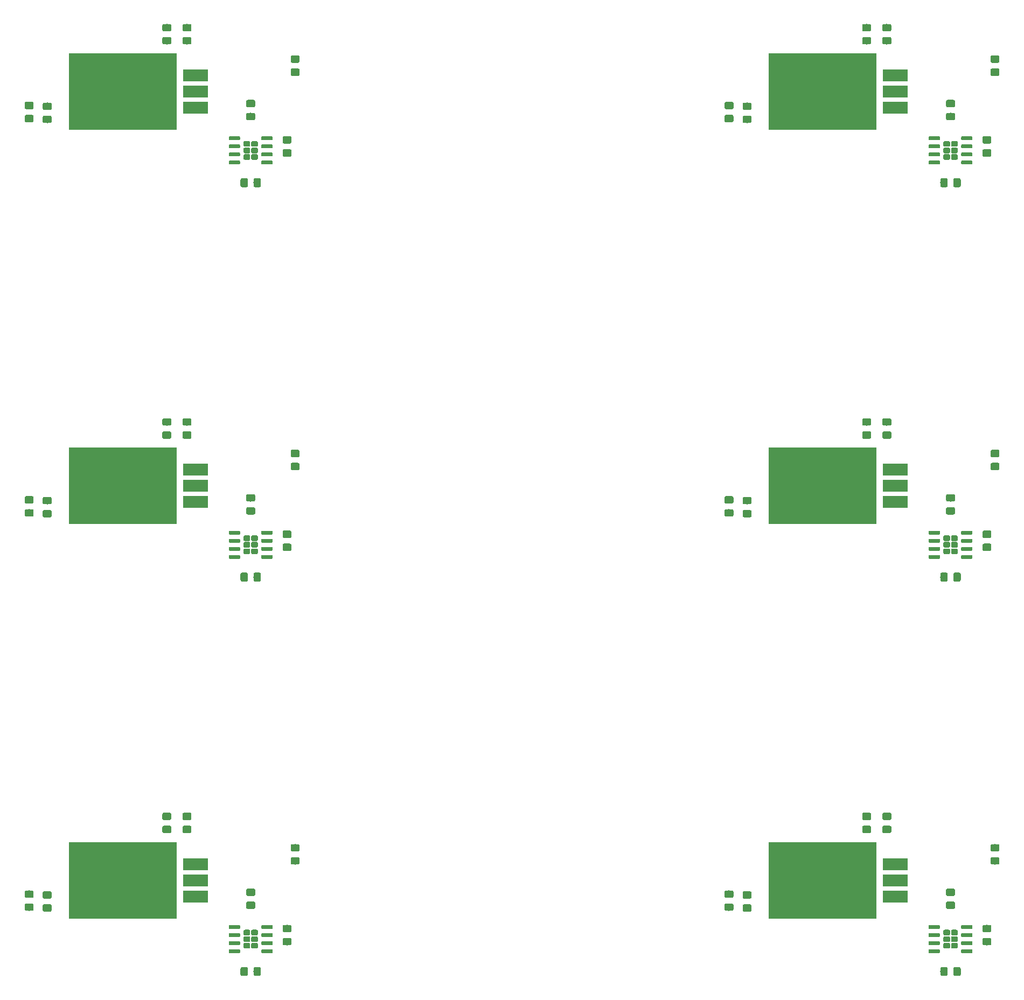
<source format=gbr>
G04 #@! TF.GenerationSoftware,KiCad,Pcbnew,5.1.4-e60b266~84~ubuntu18.04.1*
G04 #@! TF.CreationDate,2019-10-29T18:36:45-03:00*
G04 #@! TF.ProjectId,fonte_18V_panel,666f6e74-655f-4313-9856-5f70616e656c,rev?*
G04 #@! TF.SameCoordinates,Original*
G04 #@! TF.FileFunction,Paste,Top*
G04 #@! TF.FilePolarity,Positive*
%FSLAX46Y46*%
G04 Gerber Fmt 4.6, Leading zero omitted, Abs format (unit mm)*
G04 Created by KiCad (PCBNEW 5.1.4-e60b266~84~ubuntu18.04.1) date 2019-10-29 18:36:45*
%MOMM*%
%LPD*%
G04 APERTURE LIST*
%ADD10C,0.100000*%
%ADD11C,0.890000*%
%ADD12C,0.600000*%
%ADD13C,1.150000*%
%ADD14R,17.000000X12.000000*%
%ADD15R,4.000000X1.905000*%
G04 APERTURE END LIST*
D10*
G36*
X222731309Y-42264071D02*
G01*
X222752908Y-42267275D01*
X222774088Y-42272581D01*
X222794647Y-42279937D01*
X222814386Y-42289273D01*
X222833114Y-42300498D01*
X222850653Y-42313505D01*
X222866831Y-42328169D01*
X222881495Y-42344347D01*
X222894502Y-42361886D01*
X222905727Y-42380614D01*
X222915063Y-42400353D01*
X222922419Y-42420912D01*
X222927725Y-42442092D01*
X222930929Y-42463691D01*
X222932000Y-42485500D01*
X222932000Y-42930500D01*
X222930929Y-42952309D01*
X222927725Y-42973908D01*
X222922419Y-42995088D01*
X222915063Y-43015647D01*
X222905727Y-43035386D01*
X222894502Y-43054114D01*
X222881495Y-43071653D01*
X222866831Y-43087831D01*
X222850653Y-43102495D01*
X222833114Y-43115502D01*
X222814386Y-43126727D01*
X222794647Y-43136063D01*
X222774088Y-43143419D01*
X222752908Y-43148725D01*
X222731309Y-43151929D01*
X222709500Y-43153000D01*
X222114500Y-43153000D01*
X222092691Y-43151929D01*
X222071092Y-43148725D01*
X222049912Y-43143419D01*
X222029353Y-43136063D01*
X222009614Y-43126727D01*
X221990886Y-43115502D01*
X221973347Y-43102495D01*
X221957169Y-43087831D01*
X221942505Y-43071653D01*
X221929498Y-43054114D01*
X221918273Y-43035386D01*
X221908937Y-43015647D01*
X221901581Y-42995088D01*
X221896275Y-42973908D01*
X221893071Y-42952309D01*
X221892000Y-42930500D01*
X221892000Y-42485500D01*
X221893071Y-42463691D01*
X221896275Y-42442092D01*
X221901581Y-42420912D01*
X221908937Y-42400353D01*
X221918273Y-42380614D01*
X221929498Y-42361886D01*
X221942505Y-42344347D01*
X221957169Y-42328169D01*
X221973347Y-42313505D01*
X221990886Y-42300498D01*
X222009614Y-42289273D01*
X222029353Y-42279937D01*
X222049912Y-42272581D01*
X222071092Y-42267275D01*
X222092691Y-42264071D01*
X222114500Y-42263000D01*
X222709500Y-42263000D01*
X222731309Y-42264071D01*
X222731309Y-42264071D01*
G37*
D11*
X222412000Y-42708000D03*
D10*
G36*
X222731309Y-41234071D02*
G01*
X222752908Y-41237275D01*
X222774088Y-41242581D01*
X222794647Y-41249937D01*
X222814386Y-41259273D01*
X222833114Y-41270498D01*
X222850653Y-41283505D01*
X222866831Y-41298169D01*
X222881495Y-41314347D01*
X222894502Y-41331886D01*
X222905727Y-41350614D01*
X222915063Y-41370353D01*
X222922419Y-41390912D01*
X222927725Y-41412092D01*
X222930929Y-41433691D01*
X222932000Y-41455500D01*
X222932000Y-41900500D01*
X222930929Y-41922309D01*
X222927725Y-41943908D01*
X222922419Y-41965088D01*
X222915063Y-41985647D01*
X222905727Y-42005386D01*
X222894502Y-42024114D01*
X222881495Y-42041653D01*
X222866831Y-42057831D01*
X222850653Y-42072495D01*
X222833114Y-42085502D01*
X222814386Y-42096727D01*
X222794647Y-42106063D01*
X222774088Y-42113419D01*
X222752908Y-42118725D01*
X222731309Y-42121929D01*
X222709500Y-42123000D01*
X222114500Y-42123000D01*
X222092691Y-42121929D01*
X222071092Y-42118725D01*
X222049912Y-42113419D01*
X222029353Y-42106063D01*
X222009614Y-42096727D01*
X221990886Y-42085502D01*
X221973347Y-42072495D01*
X221957169Y-42057831D01*
X221942505Y-42041653D01*
X221929498Y-42024114D01*
X221918273Y-42005386D01*
X221908937Y-41985647D01*
X221901581Y-41965088D01*
X221896275Y-41943908D01*
X221893071Y-41922309D01*
X221892000Y-41900500D01*
X221892000Y-41455500D01*
X221893071Y-41433691D01*
X221896275Y-41412092D01*
X221901581Y-41390912D01*
X221908937Y-41370353D01*
X221918273Y-41350614D01*
X221929498Y-41331886D01*
X221942505Y-41314347D01*
X221957169Y-41298169D01*
X221973347Y-41283505D01*
X221990886Y-41270498D01*
X222009614Y-41259273D01*
X222029353Y-41249937D01*
X222049912Y-41242581D01*
X222071092Y-41237275D01*
X222092691Y-41234071D01*
X222114500Y-41233000D01*
X222709500Y-41233000D01*
X222731309Y-41234071D01*
X222731309Y-41234071D01*
G37*
D11*
X222412000Y-41678000D03*
D10*
G36*
X222731309Y-40204071D02*
G01*
X222752908Y-40207275D01*
X222774088Y-40212581D01*
X222794647Y-40219937D01*
X222814386Y-40229273D01*
X222833114Y-40240498D01*
X222850653Y-40253505D01*
X222866831Y-40268169D01*
X222881495Y-40284347D01*
X222894502Y-40301886D01*
X222905727Y-40320614D01*
X222915063Y-40340353D01*
X222922419Y-40360912D01*
X222927725Y-40382092D01*
X222930929Y-40403691D01*
X222932000Y-40425500D01*
X222932000Y-40870500D01*
X222930929Y-40892309D01*
X222927725Y-40913908D01*
X222922419Y-40935088D01*
X222915063Y-40955647D01*
X222905727Y-40975386D01*
X222894502Y-40994114D01*
X222881495Y-41011653D01*
X222866831Y-41027831D01*
X222850653Y-41042495D01*
X222833114Y-41055502D01*
X222814386Y-41066727D01*
X222794647Y-41076063D01*
X222774088Y-41083419D01*
X222752908Y-41088725D01*
X222731309Y-41091929D01*
X222709500Y-41093000D01*
X222114500Y-41093000D01*
X222092691Y-41091929D01*
X222071092Y-41088725D01*
X222049912Y-41083419D01*
X222029353Y-41076063D01*
X222009614Y-41066727D01*
X221990886Y-41055502D01*
X221973347Y-41042495D01*
X221957169Y-41027831D01*
X221942505Y-41011653D01*
X221929498Y-40994114D01*
X221918273Y-40975386D01*
X221908937Y-40955647D01*
X221901581Y-40935088D01*
X221896275Y-40913908D01*
X221893071Y-40892309D01*
X221892000Y-40870500D01*
X221892000Y-40425500D01*
X221893071Y-40403691D01*
X221896275Y-40382092D01*
X221901581Y-40360912D01*
X221908937Y-40340353D01*
X221918273Y-40320614D01*
X221929498Y-40301886D01*
X221942505Y-40284347D01*
X221957169Y-40268169D01*
X221973347Y-40253505D01*
X221990886Y-40240498D01*
X222009614Y-40229273D01*
X222029353Y-40219937D01*
X222049912Y-40212581D01*
X222071092Y-40207275D01*
X222092691Y-40204071D01*
X222114500Y-40203000D01*
X222709500Y-40203000D01*
X222731309Y-40204071D01*
X222731309Y-40204071D01*
G37*
D11*
X222412000Y-40648000D03*
D10*
G36*
X221531309Y-42264071D02*
G01*
X221552908Y-42267275D01*
X221574088Y-42272581D01*
X221594647Y-42279937D01*
X221614386Y-42289273D01*
X221633114Y-42300498D01*
X221650653Y-42313505D01*
X221666831Y-42328169D01*
X221681495Y-42344347D01*
X221694502Y-42361886D01*
X221705727Y-42380614D01*
X221715063Y-42400353D01*
X221722419Y-42420912D01*
X221727725Y-42442092D01*
X221730929Y-42463691D01*
X221732000Y-42485500D01*
X221732000Y-42930500D01*
X221730929Y-42952309D01*
X221727725Y-42973908D01*
X221722419Y-42995088D01*
X221715063Y-43015647D01*
X221705727Y-43035386D01*
X221694502Y-43054114D01*
X221681495Y-43071653D01*
X221666831Y-43087831D01*
X221650653Y-43102495D01*
X221633114Y-43115502D01*
X221614386Y-43126727D01*
X221594647Y-43136063D01*
X221574088Y-43143419D01*
X221552908Y-43148725D01*
X221531309Y-43151929D01*
X221509500Y-43153000D01*
X220914500Y-43153000D01*
X220892691Y-43151929D01*
X220871092Y-43148725D01*
X220849912Y-43143419D01*
X220829353Y-43136063D01*
X220809614Y-43126727D01*
X220790886Y-43115502D01*
X220773347Y-43102495D01*
X220757169Y-43087831D01*
X220742505Y-43071653D01*
X220729498Y-43054114D01*
X220718273Y-43035386D01*
X220708937Y-43015647D01*
X220701581Y-42995088D01*
X220696275Y-42973908D01*
X220693071Y-42952309D01*
X220692000Y-42930500D01*
X220692000Y-42485500D01*
X220693071Y-42463691D01*
X220696275Y-42442092D01*
X220701581Y-42420912D01*
X220708937Y-42400353D01*
X220718273Y-42380614D01*
X220729498Y-42361886D01*
X220742505Y-42344347D01*
X220757169Y-42328169D01*
X220773347Y-42313505D01*
X220790886Y-42300498D01*
X220809614Y-42289273D01*
X220829353Y-42279937D01*
X220849912Y-42272581D01*
X220871092Y-42267275D01*
X220892691Y-42264071D01*
X220914500Y-42263000D01*
X221509500Y-42263000D01*
X221531309Y-42264071D01*
X221531309Y-42264071D01*
G37*
D11*
X221212000Y-42708000D03*
D10*
G36*
X221531309Y-41234071D02*
G01*
X221552908Y-41237275D01*
X221574088Y-41242581D01*
X221594647Y-41249937D01*
X221614386Y-41259273D01*
X221633114Y-41270498D01*
X221650653Y-41283505D01*
X221666831Y-41298169D01*
X221681495Y-41314347D01*
X221694502Y-41331886D01*
X221705727Y-41350614D01*
X221715063Y-41370353D01*
X221722419Y-41390912D01*
X221727725Y-41412092D01*
X221730929Y-41433691D01*
X221732000Y-41455500D01*
X221732000Y-41900500D01*
X221730929Y-41922309D01*
X221727725Y-41943908D01*
X221722419Y-41965088D01*
X221715063Y-41985647D01*
X221705727Y-42005386D01*
X221694502Y-42024114D01*
X221681495Y-42041653D01*
X221666831Y-42057831D01*
X221650653Y-42072495D01*
X221633114Y-42085502D01*
X221614386Y-42096727D01*
X221594647Y-42106063D01*
X221574088Y-42113419D01*
X221552908Y-42118725D01*
X221531309Y-42121929D01*
X221509500Y-42123000D01*
X220914500Y-42123000D01*
X220892691Y-42121929D01*
X220871092Y-42118725D01*
X220849912Y-42113419D01*
X220829353Y-42106063D01*
X220809614Y-42096727D01*
X220790886Y-42085502D01*
X220773347Y-42072495D01*
X220757169Y-42057831D01*
X220742505Y-42041653D01*
X220729498Y-42024114D01*
X220718273Y-42005386D01*
X220708937Y-41985647D01*
X220701581Y-41965088D01*
X220696275Y-41943908D01*
X220693071Y-41922309D01*
X220692000Y-41900500D01*
X220692000Y-41455500D01*
X220693071Y-41433691D01*
X220696275Y-41412092D01*
X220701581Y-41390912D01*
X220708937Y-41370353D01*
X220718273Y-41350614D01*
X220729498Y-41331886D01*
X220742505Y-41314347D01*
X220757169Y-41298169D01*
X220773347Y-41283505D01*
X220790886Y-41270498D01*
X220809614Y-41259273D01*
X220829353Y-41249937D01*
X220849912Y-41242581D01*
X220871092Y-41237275D01*
X220892691Y-41234071D01*
X220914500Y-41233000D01*
X221509500Y-41233000D01*
X221531309Y-41234071D01*
X221531309Y-41234071D01*
G37*
D11*
X221212000Y-41678000D03*
D10*
G36*
X221531309Y-40204071D02*
G01*
X221552908Y-40207275D01*
X221574088Y-40212581D01*
X221594647Y-40219937D01*
X221614386Y-40229273D01*
X221633114Y-40240498D01*
X221650653Y-40253505D01*
X221666831Y-40268169D01*
X221681495Y-40284347D01*
X221694502Y-40301886D01*
X221705727Y-40320614D01*
X221715063Y-40340353D01*
X221722419Y-40360912D01*
X221727725Y-40382092D01*
X221730929Y-40403691D01*
X221732000Y-40425500D01*
X221732000Y-40870500D01*
X221730929Y-40892309D01*
X221727725Y-40913908D01*
X221722419Y-40935088D01*
X221715063Y-40955647D01*
X221705727Y-40975386D01*
X221694502Y-40994114D01*
X221681495Y-41011653D01*
X221666831Y-41027831D01*
X221650653Y-41042495D01*
X221633114Y-41055502D01*
X221614386Y-41066727D01*
X221594647Y-41076063D01*
X221574088Y-41083419D01*
X221552908Y-41088725D01*
X221531309Y-41091929D01*
X221509500Y-41093000D01*
X220914500Y-41093000D01*
X220892691Y-41091929D01*
X220871092Y-41088725D01*
X220849912Y-41083419D01*
X220829353Y-41076063D01*
X220809614Y-41066727D01*
X220790886Y-41055502D01*
X220773347Y-41042495D01*
X220757169Y-41027831D01*
X220742505Y-41011653D01*
X220729498Y-40994114D01*
X220718273Y-40975386D01*
X220708937Y-40955647D01*
X220701581Y-40935088D01*
X220696275Y-40913908D01*
X220693071Y-40892309D01*
X220692000Y-40870500D01*
X220692000Y-40425500D01*
X220693071Y-40403691D01*
X220696275Y-40382092D01*
X220701581Y-40360912D01*
X220708937Y-40340353D01*
X220718273Y-40320614D01*
X220729498Y-40301886D01*
X220742505Y-40284347D01*
X220757169Y-40268169D01*
X220773347Y-40253505D01*
X220790886Y-40240498D01*
X220809614Y-40229273D01*
X220829353Y-40219937D01*
X220849912Y-40212581D01*
X220871092Y-40207275D01*
X220892691Y-40204071D01*
X220914500Y-40203000D01*
X221509500Y-40203000D01*
X221531309Y-40204071D01*
X221531309Y-40204071D01*
G37*
D11*
X221212000Y-40648000D03*
D10*
G36*
X225126703Y-43283722D02*
G01*
X225141264Y-43285882D01*
X225155543Y-43289459D01*
X225169403Y-43294418D01*
X225182710Y-43300712D01*
X225195336Y-43308280D01*
X225207159Y-43317048D01*
X225218066Y-43326934D01*
X225227952Y-43337841D01*
X225236720Y-43349664D01*
X225244288Y-43362290D01*
X225250582Y-43375597D01*
X225255541Y-43389457D01*
X225259118Y-43403736D01*
X225261278Y-43418297D01*
X225262000Y-43433000D01*
X225262000Y-43733000D01*
X225261278Y-43747703D01*
X225259118Y-43762264D01*
X225255541Y-43776543D01*
X225250582Y-43790403D01*
X225244288Y-43803710D01*
X225236720Y-43816336D01*
X225227952Y-43828159D01*
X225218066Y-43839066D01*
X225207159Y-43848952D01*
X225195336Y-43857720D01*
X225182710Y-43865288D01*
X225169403Y-43871582D01*
X225155543Y-43876541D01*
X225141264Y-43880118D01*
X225126703Y-43882278D01*
X225112000Y-43883000D01*
X223637000Y-43883000D01*
X223622297Y-43882278D01*
X223607736Y-43880118D01*
X223593457Y-43876541D01*
X223579597Y-43871582D01*
X223566290Y-43865288D01*
X223553664Y-43857720D01*
X223541841Y-43848952D01*
X223530934Y-43839066D01*
X223521048Y-43828159D01*
X223512280Y-43816336D01*
X223504712Y-43803710D01*
X223498418Y-43790403D01*
X223493459Y-43776543D01*
X223489882Y-43762264D01*
X223487722Y-43747703D01*
X223487000Y-43733000D01*
X223487000Y-43433000D01*
X223487722Y-43418297D01*
X223489882Y-43403736D01*
X223493459Y-43389457D01*
X223498418Y-43375597D01*
X223504712Y-43362290D01*
X223512280Y-43349664D01*
X223521048Y-43337841D01*
X223530934Y-43326934D01*
X223541841Y-43317048D01*
X223553664Y-43308280D01*
X223566290Y-43300712D01*
X223579597Y-43294418D01*
X223593457Y-43289459D01*
X223607736Y-43285882D01*
X223622297Y-43283722D01*
X223637000Y-43283000D01*
X225112000Y-43283000D01*
X225126703Y-43283722D01*
X225126703Y-43283722D01*
G37*
D12*
X224374500Y-43583000D03*
D10*
G36*
X225126703Y-42013722D02*
G01*
X225141264Y-42015882D01*
X225155543Y-42019459D01*
X225169403Y-42024418D01*
X225182710Y-42030712D01*
X225195336Y-42038280D01*
X225207159Y-42047048D01*
X225218066Y-42056934D01*
X225227952Y-42067841D01*
X225236720Y-42079664D01*
X225244288Y-42092290D01*
X225250582Y-42105597D01*
X225255541Y-42119457D01*
X225259118Y-42133736D01*
X225261278Y-42148297D01*
X225262000Y-42163000D01*
X225262000Y-42463000D01*
X225261278Y-42477703D01*
X225259118Y-42492264D01*
X225255541Y-42506543D01*
X225250582Y-42520403D01*
X225244288Y-42533710D01*
X225236720Y-42546336D01*
X225227952Y-42558159D01*
X225218066Y-42569066D01*
X225207159Y-42578952D01*
X225195336Y-42587720D01*
X225182710Y-42595288D01*
X225169403Y-42601582D01*
X225155543Y-42606541D01*
X225141264Y-42610118D01*
X225126703Y-42612278D01*
X225112000Y-42613000D01*
X223637000Y-42613000D01*
X223622297Y-42612278D01*
X223607736Y-42610118D01*
X223593457Y-42606541D01*
X223579597Y-42601582D01*
X223566290Y-42595288D01*
X223553664Y-42587720D01*
X223541841Y-42578952D01*
X223530934Y-42569066D01*
X223521048Y-42558159D01*
X223512280Y-42546336D01*
X223504712Y-42533710D01*
X223498418Y-42520403D01*
X223493459Y-42506543D01*
X223489882Y-42492264D01*
X223487722Y-42477703D01*
X223487000Y-42463000D01*
X223487000Y-42163000D01*
X223487722Y-42148297D01*
X223489882Y-42133736D01*
X223493459Y-42119457D01*
X223498418Y-42105597D01*
X223504712Y-42092290D01*
X223512280Y-42079664D01*
X223521048Y-42067841D01*
X223530934Y-42056934D01*
X223541841Y-42047048D01*
X223553664Y-42038280D01*
X223566290Y-42030712D01*
X223579597Y-42024418D01*
X223593457Y-42019459D01*
X223607736Y-42015882D01*
X223622297Y-42013722D01*
X223637000Y-42013000D01*
X225112000Y-42013000D01*
X225126703Y-42013722D01*
X225126703Y-42013722D01*
G37*
D12*
X224374500Y-42313000D03*
D10*
G36*
X225126703Y-40743722D02*
G01*
X225141264Y-40745882D01*
X225155543Y-40749459D01*
X225169403Y-40754418D01*
X225182710Y-40760712D01*
X225195336Y-40768280D01*
X225207159Y-40777048D01*
X225218066Y-40786934D01*
X225227952Y-40797841D01*
X225236720Y-40809664D01*
X225244288Y-40822290D01*
X225250582Y-40835597D01*
X225255541Y-40849457D01*
X225259118Y-40863736D01*
X225261278Y-40878297D01*
X225262000Y-40893000D01*
X225262000Y-41193000D01*
X225261278Y-41207703D01*
X225259118Y-41222264D01*
X225255541Y-41236543D01*
X225250582Y-41250403D01*
X225244288Y-41263710D01*
X225236720Y-41276336D01*
X225227952Y-41288159D01*
X225218066Y-41299066D01*
X225207159Y-41308952D01*
X225195336Y-41317720D01*
X225182710Y-41325288D01*
X225169403Y-41331582D01*
X225155543Y-41336541D01*
X225141264Y-41340118D01*
X225126703Y-41342278D01*
X225112000Y-41343000D01*
X223637000Y-41343000D01*
X223622297Y-41342278D01*
X223607736Y-41340118D01*
X223593457Y-41336541D01*
X223579597Y-41331582D01*
X223566290Y-41325288D01*
X223553664Y-41317720D01*
X223541841Y-41308952D01*
X223530934Y-41299066D01*
X223521048Y-41288159D01*
X223512280Y-41276336D01*
X223504712Y-41263710D01*
X223498418Y-41250403D01*
X223493459Y-41236543D01*
X223489882Y-41222264D01*
X223487722Y-41207703D01*
X223487000Y-41193000D01*
X223487000Y-40893000D01*
X223487722Y-40878297D01*
X223489882Y-40863736D01*
X223493459Y-40849457D01*
X223498418Y-40835597D01*
X223504712Y-40822290D01*
X223512280Y-40809664D01*
X223521048Y-40797841D01*
X223530934Y-40786934D01*
X223541841Y-40777048D01*
X223553664Y-40768280D01*
X223566290Y-40760712D01*
X223579597Y-40754418D01*
X223593457Y-40749459D01*
X223607736Y-40745882D01*
X223622297Y-40743722D01*
X223637000Y-40743000D01*
X225112000Y-40743000D01*
X225126703Y-40743722D01*
X225126703Y-40743722D01*
G37*
D12*
X224374500Y-41043000D03*
D10*
G36*
X225126703Y-39473722D02*
G01*
X225141264Y-39475882D01*
X225155543Y-39479459D01*
X225169403Y-39484418D01*
X225182710Y-39490712D01*
X225195336Y-39498280D01*
X225207159Y-39507048D01*
X225218066Y-39516934D01*
X225227952Y-39527841D01*
X225236720Y-39539664D01*
X225244288Y-39552290D01*
X225250582Y-39565597D01*
X225255541Y-39579457D01*
X225259118Y-39593736D01*
X225261278Y-39608297D01*
X225262000Y-39623000D01*
X225262000Y-39923000D01*
X225261278Y-39937703D01*
X225259118Y-39952264D01*
X225255541Y-39966543D01*
X225250582Y-39980403D01*
X225244288Y-39993710D01*
X225236720Y-40006336D01*
X225227952Y-40018159D01*
X225218066Y-40029066D01*
X225207159Y-40038952D01*
X225195336Y-40047720D01*
X225182710Y-40055288D01*
X225169403Y-40061582D01*
X225155543Y-40066541D01*
X225141264Y-40070118D01*
X225126703Y-40072278D01*
X225112000Y-40073000D01*
X223637000Y-40073000D01*
X223622297Y-40072278D01*
X223607736Y-40070118D01*
X223593457Y-40066541D01*
X223579597Y-40061582D01*
X223566290Y-40055288D01*
X223553664Y-40047720D01*
X223541841Y-40038952D01*
X223530934Y-40029066D01*
X223521048Y-40018159D01*
X223512280Y-40006336D01*
X223504712Y-39993710D01*
X223498418Y-39980403D01*
X223493459Y-39966543D01*
X223489882Y-39952264D01*
X223487722Y-39937703D01*
X223487000Y-39923000D01*
X223487000Y-39623000D01*
X223487722Y-39608297D01*
X223489882Y-39593736D01*
X223493459Y-39579457D01*
X223498418Y-39565597D01*
X223504712Y-39552290D01*
X223512280Y-39539664D01*
X223521048Y-39527841D01*
X223530934Y-39516934D01*
X223541841Y-39507048D01*
X223553664Y-39498280D01*
X223566290Y-39490712D01*
X223579597Y-39484418D01*
X223593457Y-39479459D01*
X223607736Y-39475882D01*
X223622297Y-39473722D01*
X223637000Y-39473000D01*
X225112000Y-39473000D01*
X225126703Y-39473722D01*
X225126703Y-39473722D01*
G37*
D12*
X224374500Y-39773000D03*
D10*
G36*
X220001703Y-39473722D02*
G01*
X220016264Y-39475882D01*
X220030543Y-39479459D01*
X220044403Y-39484418D01*
X220057710Y-39490712D01*
X220070336Y-39498280D01*
X220082159Y-39507048D01*
X220093066Y-39516934D01*
X220102952Y-39527841D01*
X220111720Y-39539664D01*
X220119288Y-39552290D01*
X220125582Y-39565597D01*
X220130541Y-39579457D01*
X220134118Y-39593736D01*
X220136278Y-39608297D01*
X220137000Y-39623000D01*
X220137000Y-39923000D01*
X220136278Y-39937703D01*
X220134118Y-39952264D01*
X220130541Y-39966543D01*
X220125582Y-39980403D01*
X220119288Y-39993710D01*
X220111720Y-40006336D01*
X220102952Y-40018159D01*
X220093066Y-40029066D01*
X220082159Y-40038952D01*
X220070336Y-40047720D01*
X220057710Y-40055288D01*
X220044403Y-40061582D01*
X220030543Y-40066541D01*
X220016264Y-40070118D01*
X220001703Y-40072278D01*
X219987000Y-40073000D01*
X218512000Y-40073000D01*
X218497297Y-40072278D01*
X218482736Y-40070118D01*
X218468457Y-40066541D01*
X218454597Y-40061582D01*
X218441290Y-40055288D01*
X218428664Y-40047720D01*
X218416841Y-40038952D01*
X218405934Y-40029066D01*
X218396048Y-40018159D01*
X218387280Y-40006336D01*
X218379712Y-39993710D01*
X218373418Y-39980403D01*
X218368459Y-39966543D01*
X218364882Y-39952264D01*
X218362722Y-39937703D01*
X218362000Y-39923000D01*
X218362000Y-39623000D01*
X218362722Y-39608297D01*
X218364882Y-39593736D01*
X218368459Y-39579457D01*
X218373418Y-39565597D01*
X218379712Y-39552290D01*
X218387280Y-39539664D01*
X218396048Y-39527841D01*
X218405934Y-39516934D01*
X218416841Y-39507048D01*
X218428664Y-39498280D01*
X218441290Y-39490712D01*
X218454597Y-39484418D01*
X218468457Y-39479459D01*
X218482736Y-39475882D01*
X218497297Y-39473722D01*
X218512000Y-39473000D01*
X219987000Y-39473000D01*
X220001703Y-39473722D01*
X220001703Y-39473722D01*
G37*
D12*
X219249500Y-39773000D03*
D10*
G36*
X220001703Y-40743722D02*
G01*
X220016264Y-40745882D01*
X220030543Y-40749459D01*
X220044403Y-40754418D01*
X220057710Y-40760712D01*
X220070336Y-40768280D01*
X220082159Y-40777048D01*
X220093066Y-40786934D01*
X220102952Y-40797841D01*
X220111720Y-40809664D01*
X220119288Y-40822290D01*
X220125582Y-40835597D01*
X220130541Y-40849457D01*
X220134118Y-40863736D01*
X220136278Y-40878297D01*
X220137000Y-40893000D01*
X220137000Y-41193000D01*
X220136278Y-41207703D01*
X220134118Y-41222264D01*
X220130541Y-41236543D01*
X220125582Y-41250403D01*
X220119288Y-41263710D01*
X220111720Y-41276336D01*
X220102952Y-41288159D01*
X220093066Y-41299066D01*
X220082159Y-41308952D01*
X220070336Y-41317720D01*
X220057710Y-41325288D01*
X220044403Y-41331582D01*
X220030543Y-41336541D01*
X220016264Y-41340118D01*
X220001703Y-41342278D01*
X219987000Y-41343000D01*
X218512000Y-41343000D01*
X218497297Y-41342278D01*
X218482736Y-41340118D01*
X218468457Y-41336541D01*
X218454597Y-41331582D01*
X218441290Y-41325288D01*
X218428664Y-41317720D01*
X218416841Y-41308952D01*
X218405934Y-41299066D01*
X218396048Y-41288159D01*
X218387280Y-41276336D01*
X218379712Y-41263710D01*
X218373418Y-41250403D01*
X218368459Y-41236543D01*
X218364882Y-41222264D01*
X218362722Y-41207703D01*
X218362000Y-41193000D01*
X218362000Y-40893000D01*
X218362722Y-40878297D01*
X218364882Y-40863736D01*
X218368459Y-40849457D01*
X218373418Y-40835597D01*
X218379712Y-40822290D01*
X218387280Y-40809664D01*
X218396048Y-40797841D01*
X218405934Y-40786934D01*
X218416841Y-40777048D01*
X218428664Y-40768280D01*
X218441290Y-40760712D01*
X218454597Y-40754418D01*
X218468457Y-40749459D01*
X218482736Y-40745882D01*
X218497297Y-40743722D01*
X218512000Y-40743000D01*
X219987000Y-40743000D01*
X220001703Y-40743722D01*
X220001703Y-40743722D01*
G37*
D12*
X219249500Y-41043000D03*
D10*
G36*
X220001703Y-42013722D02*
G01*
X220016264Y-42015882D01*
X220030543Y-42019459D01*
X220044403Y-42024418D01*
X220057710Y-42030712D01*
X220070336Y-42038280D01*
X220082159Y-42047048D01*
X220093066Y-42056934D01*
X220102952Y-42067841D01*
X220111720Y-42079664D01*
X220119288Y-42092290D01*
X220125582Y-42105597D01*
X220130541Y-42119457D01*
X220134118Y-42133736D01*
X220136278Y-42148297D01*
X220137000Y-42163000D01*
X220137000Y-42463000D01*
X220136278Y-42477703D01*
X220134118Y-42492264D01*
X220130541Y-42506543D01*
X220125582Y-42520403D01*
X220119288Y-42533710D01*
X220111720Y-42546336D01*
X220102952Y-42558159D01*
X220093066Y-42569066D01*
X220082159Y-42578952D01*
X220070336Y-42587720D01*
X220057710Y-42595288D01*
X220044403Y-42601582D01*
X220030543Y-42606541D01*
X220016264Y-42610118D01*
X220001703Y-42612278D01*
X219987000Y-42613000D01*
X218512000Y-42613000D01*
X218497297Y-42612278D01*
X218482736Y-42610118D01*
X218468457Y-42606541D01*
X218454597Y-42601582D01*
X218441290Y-42595288D01*
X218428664Y-42587720D01*
X218416841Y-42578952D01*
X218405934Y-42569066D01*
X218396048Y-42558159D01*
X218387280Y-42546336D01*
X218379712Y-42533710D01*
X218373418Y-42520403D01*
X218368459Y-42506543D01*
X218364882Y-42492264D01*
X218362722Y-42477703D01*
X218362000Y-42463000D01*
X218362000Y-42163000D01*
X218362722Y-42148297D01*
X218364882Y-42133736D01*
X218368459Y-42119457D01*
X218373418Y-42105597D01*
X218379712Y-42092290D01*
X218387280Y-42079664D01*
X218396048Y-42067841D01*
X218405934Y-42056934D01*
X218416841Y-42047048D01*
X218428664Y-42038280D01*
X218441290Y-42030712D01*
X218454597Y-42024418D01*
X218468457Y-42019459D01*
X218482736Y-42015882D01*
X218497297Y-42013722D01*
X218512000Y-42013000D01*
X219987000Y-42013000D01*
X220001703Y-42013722D01*
X220001703Y-42013722D01*
G37*
D12*
X219249500Y-42313000D03*
D10*
G36*
X220001703Y-43283722D02*
G01*
X220016264Y-43285882D01*
X220030543Y-43289459D01*
X220044403Y-43294418D01*
X220057710Y-43300712D01*
X220070336Y-43308280D01*
X220082159Y-43317048D01*
X220093066Y-43326934D01*
X220102952Y-43337841D01*
X220111720Y-43349664D01*
X220119288Y-43362290D01*
X220125582Y-43375597D01*
X220130541Y-43389457D01*
X220134118Y-43403736D01*
X220136278Y-43418297D01*
X220137000Y-43433000D01*
X220137000Y-43733000D01*
X220136278Y-43747703D01*
X220134118Y-43762264D01*
X220130541Y-43776543D01*
X220125582Y-43790403D01*
X220119288Y-43803710D01*
X220111720Y-43816336D01*
X220102952Y-43828159D01*
X220093066Y-43839066D01*
X220082159Y-43848952D01*
X220070336Y-43857720D01*
X220057710Y-43865288D01*
X220044403Y-43871582D01*
X220030543Y-43876541D01*
X220016264Y-43880118D01*
X220001703Y-43882278D01*
X219987000Y-43883000D01*
X218512000Y-43883000D01*
X218497297Y-43882278D01*
X218482736Y-43880118D01*
X218468457Y-43876541D01*
X218454597Y-43871582D01*
X218441290Y-43865288D01*
X218428664Y-43857720D01*
X218416841Y-43848952D01*
X218405934Y-43839066D01*
X218396048Y-43828159D01*
X218387280Y-43816336D01*
X218379712Y-43803710D01*
X218373418Y-43790403D01*
X218368459Y-43776543D01*
X218364882Y-43762264D01*
X218362722Y-43747703D01*
X218362000Y-43733000D01*
X218362000Y-43433000D01*
X218362722Y-43418297D01*
X218364882Y-43403736D01*
X218368459Y-43389457D01*
X218373418Y-43375597D01*
X218379712Y-43362290D01*
X218387280Y-43349664D01*
X218396048Y-43337841D01*
X218405934Y-43326934D01*
X218416841Y-43317048D01*
X218428664Y-43308280D01*
X218441290Y-43300712D01*
X218454597Y-43294418D01*
X218468457Y-43289459D01*
X218482736Y-43285882D01*
X218497297Y-43283722D01*
X218512000Y-43283000D01*
X219987000Y-43283000D01*
X220001703Y-43283722D01*
X220001703Y-43283722D01*
G37*
D12*
X219249500Y-43583000D03*
D10*
G36*
X222731309Y-104264071D02*
G01*
X222752908Y-104267275D01*
X222774088Y-104272581D01*
X222794647Y-104279937D01*
X222814386Y-104289273D01*
X222833114Y-104300498D01*
X222850653Y-104313505D01*
X222866831Y-104328169D01*
X222881495Y-104344347D01*
X222894502Y-104361886D01*
X222905727Y-104380614D01*
X222915063Y-104400353D01*
X222922419Y-104420912D01*
X222927725Y-104442092D01*
X222930929Y-104463691D01*
X222932000Y-104485500D01*
X222932000Y-104930500D01*
X222930929Y-104952309D01*
X222927725Y-104973908D01*
X222922419Y-104995088D01*
X222915063Y-105015647D01*
X222905727Y-105035386D01*
X222894502Y-105054114D01*
X222881495Y-105071653D01*
X222866831Y-105087831D01*
X222850653Y-105102495D01*
X222833114Y-105115502D01*
X222814386Y-105126727D01*
X222794647Y-105136063D01*
X222774088Y-105143419D01*
X222752908Y-105148725D01*
X222731309Y-105151929D01*
X222709500Y-105153000D01*
X222114500Y-105153000D01*
X222092691Y-105151929D01*
X222071092Y-105148725D01*
X222049912Y-105143419D01*
X222029353Y-105136063D01*
X222009614Y-105126727D01*
X221990886Y-105115502D01*
X221973347Y-105102495D01*
X221957169Y-105087831D01*
X221942505Y-105071653D01*
X221929498Y-105054114D01*
X221918273Y-105035386D01*
X221908937Y-105015647D01*
X221901581Y-104995088D01*
X221896275Y-104973908D01*
X221893071Y-104952309D01*
X221892000Y-104930500D01*
X221892000Y-104485500D01*
X221893071Y-104463691D01*
X221896275Y-104442092D01*
X221901581Y-104420912D01*
X221908937Y-104400353D01*
X221918273Y-104380614D01*
X221929498Y-104361886D01*
X221942505Y-104344347D01*
X221957169Y-104328169D01*
X221973347Y-104313505D01*
X221990886Y-104300498D01*
X222009614Y-104289273D01*
X222029353Y-104279937D01*
X222049912Y-104272581D01*
X222071092Y-104267275D01*
X222092691Y-104264071D01*
X222114500Y-104263000D01*
X222709500Y-104263000D01*
X222731309Y-104264071D01*
X222731309Y-104264071D01*
G37*
D11*
X222412000Y-104708000D03*
D10*
G36*
X222731309Y-103234071D02*
G01*
X222752908Y-103237275D01*
X222774088Y-103242581D01*
X222794647Y-103249937D01*
X222814386Y-103259273D01*
X222833114Y-103270498D01*
X222850653Y-103283505D01*
X222866831Y-103298169D01*
X222881495Y-103314347D01*
X222894502Y-103331886D01*
X222905727Y-103350614D01*
X222915063Y-103370353D01*
X222922419Y-103390912D01*
X222927725Y-103412092D01*
X222930929Y-103433691D01*
X222932000Y-103455500D01*
X222932000Y-103900500D01*
X222930929Y-103922309D01*
X222927725Y-103943908D01*
X222922419Y-103965088D01*
X222915063Y-103985647D01*
X222905727Y-104005386D01*
X222894502Y-104024114D01*
X222881495Y-104041653D01*
X222866831Y-104057831D01*
X222850653Y-104072495D01*
X222833114Y-104085502D01*
X222814386Y-104096727D01*
X222794647Y-104106063D01*
X222774088Y-104113419D01*
X222752908Y-104118725D01*
X222731309Y-104121929D01*
X222709500Y-104123000D01*
X222114500Y-104123000D01*
X222092691Y-104121929D01*
X222071092Y-104118725D01*
X222049912Y-104113419D01*
X222029353Y-104106063D01*
X222009614Y-104096727D01*
X221990886Y-104085502D01*
X221973347Y-104072495D01*
X221957169Y-104057831D01*
X221942505Y-104041653D01*
X221929498Y-104024114D01*
X221918273Y-104005386D01*
X221908937Y-103985647D01*
X221901581Y-103965088D01*
X221896275Y-103943908D01*
X221893071Y-103922309D01*
X221892000Y-103900500D01*
X221892000Y-103455500D01*
X221893071Y-103433691D01*
X221896275Y-103412092D01*
X221901581Y-103390912D01*
X221908937Y-103370353D01*
X221918273Y-103350614D01*
X221929498Y-103331886D01*
X221942505Y-103314347D01*
X221957169Y-103298169D01*
X221973347Y-103283505D01*
X221990886Y-103270498D01*
X222009614Y-103259273D01*
X222029353Y-103249937D01*
X222049912Y-103242581D01*
X222071092Y-103237275D01*
X222092691Y-103234071D01*
X222114500Y-103233000D01*
X222709500Y-103233000D01*
X222731309Y-103234071D01*
X222731309Y-103234071D01*
G37*
D11*
X222412000Y-103678000D03*
D10*
G36*
X222731309Y-102204071D02*
G01*
X222752908Y-102207275D01*
X222774088Y-102212581D01*
X222794647Y-102219937D01*
X222814386Y-102229273D01*
X222833114Y-102240498D01*
X222850653Y-102253505D01*
X222866831Y-102268169D01*
X222881495Y-102284347D01*
X222894502Y-102301886D01*
X222905727Y-102320614D01*
X222915063Y-102340353D01*
X222922419Y-102360912D01*
X222927725Y-102382092D01*
X222930929Y-102403691D01*
X222932000Y-102425500D01*
X222932000Y-102870500D01*
X222930929Y-102892309D01*
X222927725Y-102913908D01*
X222922419Y-102935088D01*
X222915063Y-102955647D01*
X222905727Y-102975386D01*
X222894502Y-102994114D01*
X222881495Y-103011653D01*
X222866831Y-103027831D01*
X222850653Y-103042495D01*
X222833114Y-103055502D01*
X222814386Y-103066727D01*
X222794647Y-103076063D01*
X222774088Y-103083419D01*
X222752908Y-103088725D01*
X222731309Y-103091929D01*
X222709500Y-103093000D01*
X222114500Y-103093000D01*
X222092691Y-103091929D01*
X222071092Y-103088725D01*
X222049912Y-103083419D01*
X222029353Y-103076063D01*
X222009614Y-103066727D01*
X221990886Y-103055502D01*
X221973347Y-103042495D01*
X221957169Y-103027831D01*
X221942505Y-103011653D01*
X221929498Y-102994114D01*
X221918273Y-102975386D01*
X221908937Y-102955647D01*
X221901581Y-102935088D01*
X221896275Y-102913908D01*
X221893071Y-102892309D01*
X221892000Y-102870500D01*
X221892000Y-102425500D01*
X221893071Y-102403691D01*
X221896275Y-102382092D01*
X221901581Y-102360912D01*
X221908937Y-102340353D01*
X221918273Y-102320614D01*
X221929498Y-102301886D01*
X221942505Y-102284347D01*
X221957169Y-102268169D01*
X221973347Y-102253505D01*
X221990886Y-102240498D01*
X222009614Y-102229273D01*
X222029353Y-102219937D01*
X222049912Y-102212581D01*
X222071092Y-102207275D01*
X222092691Y-102204071D01*
X222114500Y-102203000D01*
X222709500Y-102203000D01*
X222731309Y-102204071D01*
X222731309Y-102204071D01*
G37*
D11*
X222412000Y-102648000D03*
D10*
G36*
X221531309Y-104264071D02*
G01*
X221552908Y-104267275D01*
X221574088Y-104272581D01*
X221594647Y-104279937D01*
X221614386Y-104289273D01*
X221633114Y-104300498D01*
X221650653Y-104313505D01*
X221666831Y-104328169D01*
X221681495Y-104344347D01*
X221694502Y-104361886D01*
X221705727Y-104380614D01*
X221715063Y-104400353D01*
X221722419Y-104420912D01*
X221727725Y-104442092D01*
X221730929Y-104463691D01*
X221732000Y-104485500D01*
X221732000Y-104930500D01*
X221730929Y-104952309D01*
X221727725Y-104973908D01*
X221722419Y-104995088D01*
X221715063Y-105015647D01*
X221705727Y-105035386D01*
X221694502Y-105054114D01*
X221681495Y-105071653D01*
X221666831Y-105087831D01*
X221650653Y-105102495D01*
X221633114Y-105115502D01*
X221614386Y-105126727D01*
X221594647Y-105136063D01*
X221574088Y-105143419D01*
X221552908Y-105148725D01*
X221531309Y-105151929D01*
X221509500Y-105153000D01*
X220914500Y-105153000D01*
X220892691Y-105151929D01*
X220871092Y-105148725D01*
X220849912Y-105143419D01*
X220829353Y-105136063D01*
X220809614Y-105126727D01*
X220790886Y-105115502D01*
X220773347Y-105102495D01*
X220757169Y-105087831D01*
X220742505Y-105071653D01*
X220729498Y-105054114D01*
X220718273Y-105035386D01*
X220708937Y-105015647D01*
X220701581Y-104995088D01*
X220696275Y-104973908D01*
X220693071Y-104952309D01*
X220692000Y-104930500D01*
X220692000Y-104485500D01*
X220693071Y-104463691D01*
X220696275Y-104442092D01*
X220701581Y-104420912D01*
X220708937Y-104400353D01*
X220718273Y-104380614D01*
X220729498Y-104361886D01*
X220742505Y-104344347D01*
X220757169Y-104328169D01*
X220773347Y-104313505D01*
X220790886Y-104300498D01*
X220809614Y-104289273D01*
X220829353Y-104279937D01*
X220849912Y-104272581D01*
X220871092Y-104267275D01*
X220892691Y-104264071D01*
X220914500Y-104263000D01*
X221509500Y-104263000D01*
X221531309Y-104264071D01*
X221531309Y-104264071D01*
G37*
D11*
X221212000Y-104708000D03*
D10*
G36*
X221531309Y-103234071D02*
G01*
X221552908Y-103237275D01*
X221574088Y-103242581D01*
X221594647Y-103249937D01*
X221614386Y-103259273D01*
X221633114Y-103270498D01*
X221650653Y-103283505D01*
X221666831Y-103298169D01*
X221681495Y-103314347D01*
X221694502Y-103331886D01*
X221705727Y-103350614D01*
X221715063Y-103370353D01*
X221722419Y-103390912D01*
X221727725Y-103412092D01*
X221730929Y-103433691D01*
X221732000Y-103455500D01*
X221732000Y-103900500D01*
X221730929Y-103922309D01*
X221727725Y-103943908D01*
X221722419Y-103965088D01*
X221715063Y-103985647D01*
X221705727Y-104005386D01*
X221694502Y-104024114D01*
X221681495Y-104041653D01*
X221666831Y-104057831D01*
X221650653Y-104072495D01*
X221633114Y-104085502D01*
X221614386Y-104096727D01*
X221594647Y-104106063D01*
X221574088Y-104113419D01*
X221552908Y-104118725D01*
X221531309Y-104121929D01*
X221509500Y-104123000D01*
X220914500Y-104123000D01*
X220892691Y-104121929D01*
X220871092Y-104118725D01*
X220849912Y-104113419D01*
X220829353Y-104106063D01*
X220809614Y-104096727D01*
X220790886Y-104085502D01*
X220773347Y-104072495D01*
X220757169Y-104057831D01*
X220742505Y-104041653D01*
X220729498Y-104024114D01*
X220718273Y-104005386D01*
X220708937Y-103985647D01*
X220701581Y-103965088D01*
X220696275Y-103943908D01*
X220693071Y-103922309D01*
X220692000Y-103900500D01*
X220692000Y-103455500D01*
X220693071Y-103433691D01*
X220696275Y-103412092D01*
X220701581Y-103390912D01*
X220708937Y-103370353D01*
X220718273Y-103350614D01*
X220729498Y-103331886D01*
X220742505Y-103314347D01*
X220757169Y-103298169D01*
X220773347Y-103283505D01*
X220790886Y-103270498D01*
X220809614Y-103259273D01*
X220829353Y-103249937D01*
X220849912Y-103242581D01*
X220871092Y-103237275D01*
X220892691Y-103234071D01*
X220914500Y-103233000D01*
X221509500Y-103233000D01*
X221531309Y-103234071D01*
X221531309Y-103234071D01*
G37*
D11*
X221212000Y-103678000D03*
D10*
G36*
X221531309Y-102204071D02*
G01*
X221552908Y-102207275D01*
X221574088Y-102212581D01*
X221594647Y-102219937D01*
X221614386Y-102229273D01*
X221633114Y-102240498D01*
X221650653Y-102253505D01*
X221666831Y-102268169D01*
X221681495Y-102284347D01*
X221694502Y-102301886D01*
X221705727Y-102320614D01*
X221715063Y-102340353D01*
X221722419Y-102360912D01*
X221727725Y-102382092D01*
X221730929Y-102403691D01*
X221732000Y-102425500D01*
X221732000Y-102870500D01*
X221730929Y-102892309D01*
X221727725Y-102913908D01*
X221722419Y-102935088D01*
X221715063Y-102955647D01*
X221705727Y-102975386D01*
X221694502Y-102994114D01*
X221681495Y-103011653D01*
X221666831Y-103027831D01*
X221650653Y-103042495D01*
X221633114Y-103055502D01*
X221614386Y-103066727D01*
X221594647Y-103076063D01*
X221574088Y-103083419D01*
X221552908Y-103088725D01*
X221531309Y-103091929D01*
X221509500Y-103093000D01*
X220914500Y-103093000D01*
X220892691Y-103091929D01*
X220871092Y-103088725D01*
X220849912Y-103083419D01*
X220829353Y-103076063D01*
X220809614Y-103066727D01*
X220790886Y-103055502D01*
X220773347Y-103042495D01*
X220757169Y-103027831D01*
X220742505Y-103011653D01*
X220729498Y-102994114D01*
X220718273Y-102975386D01*
X220708937Y-102955647D01*
X220701581Y-102935088D01*
X220696275Y-102913908D01*
X220693071Y-102892309D01*
X220692000Y-102870500D01*
X220692000Y-102425500D01*
X220693071Y-102403691D01*
X220696275Y-102382092D01*
X220701581Y-102360912D01*
X220708937Y-102340353D01*
X220718273Y-102320614D01*
X220729498Y-102301886D01*
X220742505Y-102284347D01*
X220757169Y-102268169D01*
X220773347Y-102253505D01*
X220790886Y-102240498D01*
X220809614Y-102229273D01*
X220829353Y-102219937D01*
X220849912Y-102212581D01*
X220871092Y-102207275D01*
X220892691Y-102204071D01*
X220914500Y-102203000D01*
X221509500Y-102203000D01*
X221531309Y-102204071D01*
X221531309Y-102204071D01*
G37*
D11*
X221212000Y-102648000D03*
D10*
G36*
X225126703Y-105283722D02*
G01*
X225141264Y-105285882D01*
X225155543Y-105289459D01*
X225169403Y-105294418D01*
X225182710Y-105300712D01*
X225195336Y-105308280D01*
X225207159Y-105317048D01*
X225218066Y-105326934D01*
X225227952Y-105337841D01*
X225236720Y-105349664D01*
X225244288Y-105362290D01*
X225250582Y-105375597D01*
X225255541Y-105389457D01*
X225259118Y-105403736D01*
X225261278Y-105418297D01*
X225262000Y-105433000D01*
X225262000Y-105733000D01*
X225261278Y-105747703D01*
X225259118Y-105762264D01*
X225255541Y-105776543D01*
X225250582Y-105790403D01*
X225244288Y-105803710D01*
X225236720Y-105816336D01*
X225227952Y-105828159D01*
X225218066Y-105839066D01*
X225207159Y-105848952D01*
X225195336Y-105857720D01*
X225182710Y-105865288D01*
X225169403Y-105871582D01*
X225155543Y-105876541D01*
X225141264Y-105880118D01*
X225126703Y-105882278D01*
X225112000Y-105883000D01*
X223637000Y-105883000D01*
X223622297Y-105882278D01*
X223607736Y-105880118D01*
X223593457Y-105876541D01*
X223579597Y-105871582D01*
X223566290Y-105865288D01*
X223553664Y-105857720D01*
X223541841Y-105848952D01*
X223530934Y-105839066D01*
X223521048Y-105828159D01*
X223512280Y-105816336D01*
X223504712Y-105803710D01*
X223498418Y-105790403D01*
X223493459Y-105776543D01*
X223489882Y-105762264D01*
X223487722Y-105747703D01*
X223487000Y-105733000D01*
X223487000Y-105433000D01*
X223487722Y-105418297D01*
X223489882Y-105403736D01*
X223493459Y-105389457D01*
X223498418Y-105375597D01*
X223504712Y-105362290D01*
X223512280Y-105349664D01*
X223521048Y-105337841D01*
X223530934Y-105326934D01*
X223541841Y-105317048D01*
X223553664Y-105308280D01*
X223566290Y-105300712D01*
X223579597Y-105294418D01*
X223593457Y-105289459D01*
X223607736Y-105285882D01*
X223622297Y-105283722D01*
X223637000Y-105283000D01*
X225112000Y-105283000D01*
X225126703Y-105283722D01*
X225126703Y-105283722D01*
G37*
D12*
X224374500Y-105583000D03*
D10*
G36*
X225126703Y-104013722D02*
G01*
X225141264Y-104015882D01*
X225155543Y-104019459D01*
X225169403Y-104024418D01*
X225182710Y-104030712D01*
X225195336Y-104038280D01*
X225207159Y-104047048D01*
X225218066Y-104056934D01*
X225227952Y-104067841D01*
X225236720Y-104079664D01*
X225244288Y-104092290D01*
X225250582Y-104105597D01*
X225255541Y-104119457D01*
X225259118Y-104133736D01*
X225261278Y-104148297D01*
X225262000Y-104163000D01*
X225262000Y-104463000D01*
X225261278Y-104477703D01*
X225259118Y-104492264D01*
X225255541Y-104506543D01*
X225250582Y-104520403D01*
X225244288Y-104533710D01*
X225236720Y-104546336D01*
X225227952Y-104558159D01*
X225218066Y-104569066D01*
X225207159Y-104578952D01*
X225195336Y-104587720D01*
X225182710Y-104595288D01*
X225169403Y-104601582D01*
X225155543Y-104606541D01*
X225141264Y-104610118D01*
X225126703Y-104612278D01*
X225112000Y-104613000D01*
X223637000Y-104613000D01*
X223622297Y-104612278D01*
X223607736Y-104610118D01*
X223593457Y-104606541D01*
X223579597Y-104601582D01*
X223566290Y-104595288D01*
X223553664Y-104587720D01*
X223541841Y-104578952D01*
X223530934Y-104569066D01*
X223521048Y-104558159D01*
X223512280Y-104546336D01*
X223504712Y-104533710D01*
X223498418Y-104520403D01*
X223493459Y-104506543D01*
X223489882Y-104492264D01*
X223487722Y-104477703D01*
X223487000Y-104463000D01*
X223487000Y-104163000D01*
X223487722Y-104148297D01*
X223489882Y-104133736D01*
X223493459Y-104119457D01*
X223498418Y-104105597D01*
X223504712Y-104092290D01*
X223512280Y-104079664D01*
X223521048Y-104067841D01*
X223530934Y-104056934D01*
X223541841Y-104047048D01*
X223553664Y-104038280D01*
X223566290Y-104030712D01*
X223579597Y-104024418D01*
X223593457Y-104019459D01*
X223607736Y-104015882D01*
X223622297Y-104013722D01*
X223637000Y-104013000D01*
X225112000Y-104013000D01*
X225126703Y-104013722D01*
X225126703Y-104013722D01*
G37*
D12*
X224374500Y-104313000D03*
D10*
G36*
X225126703Y-102743722D02*
G01*
X225141264Y-102745882D01*
X225155543Y-102749459D01*
X225169403Y-102754418D01*
X225182710Y-102760712D01*
X225195336Y-102768280D01*
X225207159Y-102777048D01*
X225218066Y-102786934D01*
X225227952Y-102797841D01*
X225236720Y-102809664D01*
X225244288Y-102822290D01*
X225250582Y-102835597D01*
X225255541Y-102849457D01*
X225259118Y-102863736D01*
X225261278Y-102878297D01*
X225262000Y-102893000D01*
X225262000Y-103193000D01*
X225261278Y-103207703D01*
X225259118Y-103222264D01*
X225255541Y-103236543D01*
X225250582Y-103250403D01*
X225244288Y-103263710D01*
X225236720Y-103276336D01*
X225227952Y-103288159D01*
X225218066Y-103299066D01*
X225207159Y-103308952D01*
X225195336Y-103317720D01*
X225182710Y-103325288D01*
X225169403Y-103331582D01*
X225155543Y-103336541D01*
X225141264Y-103340118D01*
X225126703Y-103342278D01*
X225112000Y-103343000D01*
X223637000Y-103343000D01*
X223622297Y-103342278D01*
X223607736Y-103340118D01*
X223593457Y-103336541D01*
X223579597Y-103331582D01*
X223566290Y-103325288D01*
X223553664Y-103317720D01*
X223541841Y-103308952D01*
X223530934Y-103299066D01*
X223521048Y-103288159D01*
X223512280Y-103276336D01*
X223504712Y-103263710D01*
X223498418Y-103250403D01*
X223493459Y-103236543D01*
X223489882Y-103222264D01*
X223487722Y-103207703D01*
X223487000Y-103193000D01*
X223487000Y-102893000D01*
X223487722Y-102878297D01*
X223489882Y-102863736D01*
X223493459Y-102849457D01*
X223498418Y-102835597D01*
X223504712Y-102822290D01*
X223512280Y-102809664D01*
X223521048Y-102797841D01*
X223530934Y-102786934D01*
X223541841Y-102777048D01*
X223553664Y-102768280D01*
X223566290Y-102760712D01*
X223579597Y-102754418D01*
X223593457Y-102749459D01*
X223607736Y-102745882D01*
X223622297Y-102743722D01*
X223637000Y-102743000D01*
X225112000Y-102743000D01*
X225126703Y-102743722D01*
X225126703Y-102743722D01*
G37*
D12*
X224374500Y-103043000D03*
D10*
G36*
X225126703Y-101473722D02*
G01*
X225141264Y-101475882D01*
X225155543Y-101479459D01*
X225169403Y-101484418D01*
X225182710Y-101490712D01*
X225195336Y-101498280D01*
X225207159Y-101507048D01*
X225218066Y-101516934D01*
X225227952Y-101527841D01*
X225236720Y-101539664D01*
X225244288Y-101552290D01*
X225250582Y-101565597D01*
X225255541Y-101579457D01*
X225259118Y-101593736D01*
X225261278Y-101608297D01*
X225262000Y-101623000D01*
X225262000Y-101923000D01*
X225261278Y-101937703D01*
X225259118Y-101952264D01*
X225255541Y-101966543D01*
X225250582Y-101980403D01*
X225244288Y-101993710D01*
X225236720Y-102006336D01*
X225227952Y-102018159D01*
X225218066Y-102029066D01*
X225207159Y-102038952D01*
X225195336Y-102047720D01*
X225182710Y-102055288D01*
X225169403Y-102061582D01*
X225155543Y-102066541D01*
X225141264Y-102070118D01*
X225126703Y-102072278D01*
X225112000Y-102073000D01*
X223637000Y-102073000D01*
X223622297Y-102072278D01*
X223607736Y-102070118D01*
X223593457Y-102066541D01*
X223579597Y-102061582D01*
X223566290Y-102055288D01*
X223553664Y-102047720D01*
X223541841Y-102038952D01*
X223530934Y-102029066D01*
X223521048Y-102018159D01*
X223512280Y-102006336D01*
X223504712Y-101993710D01*
X223498418Y-101980403D01*
X223493459Y-101966543D01*
X223489882Y-101952264D01*
X223487722Y-101937703D01*
X223487000Y-101923000D01*
X223487000Y-101623000D01*
X223487722Y-101608297D01*
X223489882Y-101593736D01*
X223493459Y-101579457D01*
X223498418Y-101565597D01*
X223504712Y-101552290D01*
X223512280Y-101539664D01*
X223521048Y-101527841D01*
X223530934Y-101516934D01*
X223541841Y-101507048D01*
X223553664Y-101498280D01*
X223566290Y-101490712D01*
X223579597Y-101484418D01*
X223593457Y-101479459D01*
X223607736Y-101475882D01*
X223622297Y-101473722D01*
X223637000Y-101473000D01*
X225112000Y-101473000D01*
X225126703Y-101473722D01*
X225126703Y-101473722D01*
G37*
D12*
X224374500Y-101773000D03*
D10*
G36*
X220001703Y-101473722D02*
G01*
X220016264Y-101475882D01*
X220030543Y-101479459D01*
X220044403Y-101484418D01*
X220057710Y-101490712D01*
X220070336Y-101498280D01*
X220082159Y-101507048D01*
X220093066Y-101516934D01*
X220102952Y-101527841D01*
X220111720Y-101539664D01*
X220119288Y-101552290D01*
X220125582Y-101565597D01*
X220130541Y-101579457D01*
X220134118Y-101593736D01*
X220136278Y-101608297D01*
X220137000Y-101623000D01*
X220137000Y-101923000D01*
X220136278Y-101937703D01*
X220134118Y-101952264D01*
X220130541Y-101966543D01*
X220125582Y-101980403D01*
X220119288Y-101993710D01*
X220111720Y-102006336D01*
X220102952Y-102018159D01*
X220093066Y-102029066D01*
X220082159Y-102038952D01*
X220070336Y-102047720D01*
X220057710Y-102055288D01*
X220044403Y-102061582D01*
X220030543Y-102066541D01*
X220016264Y-102070118D01*
X220001703Y-102072278D01*
X219987000Y-102073000D01*
X218512000Y-102073000D01*
X218497297Y-102072278D01*
X218482736Y-102070118D01*
X218468457Y-102066541D01*
X218454597Y-102061582D01*
X218441290Y-102055288D01*
X218428664Y-102047720D01*
X218416841Y-102038952D01*
X218405934Y-102029066D01*
X218396048Y-102018159D01*
X218387280Y-102006336D01*
X218379712Y-101993710D01*
X218373418Y-101980403D01*
X218368459Y-101966543D01*
X218364882Y-101952264D01*
X218362722Y-101937703D01*
X218362000Y-101923000D01*
X218362000Y-101623000D01*
X218362722Y-101608297D01*
X218364882Y-101593736D01*
X218368459Y-101579457D01*
X218373418Y-101565597D01*
X218379712Y-101552290D01*
X218387280Y-101539664D01*
X218396048Y-101527841D01*
X218405934Y-101516934D01*
X218416841Y-101507048D01*
X218428664Y-101498280D01*
X218441290Y-101490712D01*
X218454597Y-101484418D01*
X218468457Y-101479459D01*
X218482736Y-101475882D01*
X218497297Y-101473722D01*
X218512000Y-101473000D01*
X219987000Y-101473000D01*
X220001703Y-101473722D01*
X220001703Y-101473722D01*
G37*
D12*
X219249500Y-101773000D03*
D10*
G36*
X220001703Y-102743722D02*
G01*
X220016264Y-102745882D01*
X220030543Y-102749459D01*
X220044403Y-102754418D01*
X220057710Y-102760712D01*
X220070336Y-102768280D01*
X220082159Y-102777048D01*
X220093066Y-102786934D01*
X220102952Y-102797841D01*
X220111720Y-102809664D01*
X220119288Y-102822290D01*
X220125582Y-102835597D01*
X220130541Y-102849457D01*
X220134118Y-102863736D01*
X220136278Y-102878297D01*
X220137000Y-102893000D01*
X220137000Y-103193000D01*
X220136278Y-103207703D01*
X220134118Y-103222264D01*
X220130541Y-103236543D01*
X220125582Y-103250403D01*
X220119288Y-103263710D01*
X220111720Y-103276336D01*
X220102952Y-103288159D01*
X220093066Y-103299066D01*
X220082159Y-103308952D01*
X220070336Y-103317720D01*
X220057710Y-103325288D01*
X220044403Y-103331582D01*
X220030543Y-103336541D01*
X220016264Y-103340118D01*
X220001703Y-103342278D01*
X219987000Y-103343000D01*
X218512000Y-103343000D01*
X218497297Y-103342278D01*
X218482736Y-103340118D01*
X218468457Y-103336541D01*
X218454597Y-103331582D01*
X218441290Y-103325288D01*
X218428664Y-103317720D01*
X218416841Y-103308952D01*
X218405934Y-103299066D01*
X218396048Y-103288159D01*
X218387280Y-103276336D01*
X218379712Y-103263710D01*
X218373418Y-103250403D01*
X218368459Y-103236543D01*
X218364882Y-103222264D01*
X218362722Y-103207703D01*
X218362000Y-103193000D01*
X218362000Y-102893000D01*
X218362722Y-102878297D01*
X218364882Y-102863736D01*
X218368459Y-102849457D01*
X218373418Y-102835597D01*
X218379712Y-102822290D01*
X218387280Y-102809664D01*
X218396048Y-102797841D01*
X218405934Y-102786934D01*
X218416841Y-102777048D01*
X218428664Y-102768280D01*
X218441290Y-102760712D01*
X218454597Y-102754418D01*
X218468457Y-102749459D01*
X218482736Y-102745882D01*
X218497297Y-102743722D01*
X218512000Y-102743000D01*
X219987000Y-102743000D01*
X220001703Y-102743722D01*
X220001703Y-102743722D01*
G37*
D12*
X219249500Y-103043000D03*
D10*
G36*
X220001703Y-104013722D02*
G01*
X220016264Y-104015882D01*
X220030543Y-104019459D01*
X220044403Y-104024418D01*
X220057710Y-104030712D01*
X220070336Y-104038280D01*
X220082159Y-104047048D01*
X220093066Y-104056934D01*
X220102952Y-104067841D01*
X220111720Y-104079664D01*
X220119288Y-104092290D01*
X220125582Y-104105597D01*
X220130541Y-104119457D01*
X220134118Y-104133736D01*
X220136278Y-104148297D01*
X220137000Y-104163000D01*
X220137000Y-104463000D01*
X220136278Y-104477703D01*
X220134118Y-104492264D01*
X220130541Y-104506543D01*
X220125582Y-104520403D01*
X220119288Y-104533710D01*
X220111720Y-104546336D01*
X220102952Y-104558159D01*
X220093066Y-104569066D01*
X220082159Y-104578952D01*
X220070336Y-104587720D01*
X220057710Y-104595288D01*
X220044403Y-104601582D01*
X220030543Y-104606541D01*
X220016264Y-104610118D01*
X220001703Y-104612278D01*
X219987000Y-104613000D01*
X218512000Y-104613000D01*
X218497297Y-104612278D01*
X218482736Y-104610118D01*
X218468457Y-104606541D01*
X218454597Y-104601582D01*
X218441290Y-104595288D01*
X218428664Y-104587720D01*
X218416841Y-104578952D01*
X218405934Y-104569066D01*
X218396048Y-104558159D01*
X218387280Y-104546336D01*
X218379712Y-104533710D01*
X218373418Y-104520403D01*
X218368459Y-104506543D01*
X218364882Y-104492264D01*
X218362722Y-104477703D01*
X218362000Y-104463000D01*
X218362000Y-104163000D01*
X218362722Y-104148297D01*
X218364882Y-104133736D01*
X218368459Y-104119457D01*
X218373418Y-104105597D01*
X218379712Y-104092290D01*
X218387280Y-104079664D01*
X218396048Y-104067841D01*
X218405934Y-104056934D01*
X218416841Y-104047048D01*
X218428664Y-104038280D01*
X218441290Y-104030712D01*
X218454597Y-104024418D01*
X218468457Y-104019459D01*
X218482736Y-104015882D01*
X218497297Y-104013722D01*
X218512000Y-104013000D01*
X219987000Y-104013000D01*
X220001703Y-104013722D01*
X220001703Y-104013722D01*
G37*
D12*
X219249500Y-104313000D03*
D10*
G36*
X220001703Y-105283722D02*
G01*
X220016264Y-105285882D01*
X220030543Y-105289459D01*
X220044403Y-105294418D01*
X220057710Y-105300712D01*
X220070336Y-105308280D01*
X220082159Y-105317048D01*
X220093066Y-105326934D01*
X220102952Y-105337841D01*
X220111720Y-105349664D01*
X220119288Y-105362290D01*
X220125582Y-105375597D01*
X220130541Y-105389457D01*
X220134118Y-105403736D01*
X220136278Y-105418297D01*
X220137000Y-105433000D01*
X220137000Y-105733000D01*
X220136278Y-105747703D01*
X220134118Y-105762264D01*
X220130541Y-105776543D01*
X220125582Y-105790403D01*
X220119288Y-105803710D01*
X220111720Y-105816336D01*
X220102952Y-105828159D01*
X220093066Y-105839066D01*
X220082159Y-105848952D01*
X220070336Y-105857720D01*
X220057710Y-105865288D01*
X220044403Y-105871582D01*
X220030543Y-105876541D01*
X220016264Y-105880118D01*
X220001703Y-105882278D01*
X219987000Y-105883000D01*
X218512000Y-105883000D01*
X218497297Y-105882278D01*
X218482736Y-105880118D01*
X218468457Y-105876541D01*
X218454597Y-105871582D01*
X218441290Y-105865288D01*
X218428664Y-105857720D01*
X218416841Y-105848952D01*
X218405934Y-105839066D01*
X218396048Y-105828159D01*
X218387280Y-105816336D01*
X218379712Y-105803710D01*
X218373418Y-105790403D01*
X218368459Y-105776543D01*
X218364882Y-105762264D01*
X218362722Y-105747703D01*
X218362000Y-105733000D01*
X218362000Y-105433000D01*
X218362722Y-105418297D01*
X218364882Y-105403736D01*
X218368459Y-105389457D01*
X218373418Y-105375597D01*
X218379712Y-105362290D01*
X218387280Y-105349664D01*
X218396048Y-105337841D01*
X218405934Y-105326934D01*
X218416841Y-105317048D01*
X218428664Y-105308280D01*
X218441290Y-105300712D01*
X218454597Y-105294418D01*
X218468457Y-105289459D01*
X218482736Y-105285882D01*
X218497297Y-105283722D01*
X218512000Y-105283000D01*
X219987000Y-105283000D01*
X220001703Y-105283722D01*
X220001703Y-105283722D01*
G37*
D12*
X219249500Y-105583000D03*
D10*
G36*
X222731309Y-166264071D02*
G01*
X222752908Y-166267275D01*
X222774088Y-166272581D01*
X222794647Y-166279937D01*
X222814386Y-166289273D01*
X222833114Y-166300498D01*
X222850653Y-166313505D01*
X222866831Y-166328169D01*
X222881495Y-166344347D01*
X222894502Y-166361886D01*
X222905727Y-166380614D01*
X222915063Y-166400353D01*
X222922419Y-166420912D01*
X222927725Y-166442092D01*
X222930929Y-166463691D01*
X222932000Y-166485500D01*
X222932000Y-166930500D01*
X222930929Y-166952309D01*
X222927725Y-166973908D01*
X222922419Y-166995088D01*
X222915063Y-167015647D01*
X222905727Y-167035386D01*
X222894502Y-167054114D01*
X222881495Y-167071653D01*
X222866831Y-167087831D01*
X222850653Y-167102495D01*
X222833114Y-167115502D01*
X222814386Y-167126727D01*
X222794647Y-167136063D01*
X222774088Y-167143419D01*
X222752908Y-167148725D01*
X222731309Y-167151929D01*
X222709500Y-167153000D01*
X222114500Y-167153000D01*
X222092691Y-167151929D01*
X222071092Y-167148725D01*
X222049912Y-167143419D01*
X222029353Y-167136063D01*
X222009614Y-167126727D01*
X221990886Y-167115502D01*
X221973347Y-167102495D01*
X221957169Y-167087831D01*
X221942505Y-167071653D01*
X221929498Y-167054114D01*
X221918273Y-167035386D01*
X221908937Y-167015647D01*
X221901581Y-166995088D01*
X221896275Y-166973908D01*
X221893071Y-166952309D01*
X221892000Y-166930500D01*
X221892000Y-166485500D01*
X221893071Y-166463691D01*
X221896275Y-166442092D01*
X221901581Y-166420912D01*
X221908937Y-166400353D01*
X221918273Y-166380614D01*
X221929498Y-166361886D01*
X221942505Y-166344347D01*
X221957169Y-166328169D01*
X221973347Y-166313505D01*
X221990886Y-166300498D01*
X222009614Y-166289273D01*
X222029353Y-166279937D01*
X222049912Y-166272581D01*
X222071092Y-166267275D01*
X222092691Y-166264071D01*
X222114500Y-166263000D01*
X222709500Y-166263000D01*
X222731309Y-166264071D01*
X222731309Y-166264071D01*
G37*
D11*
X222412000Y-166708000D03*
D10*
G36*
X222731309Y-165234071D02*
G01*
X222752908Y-165237275D01*
X222774088Y-165242581D01*
X222794647Y-165249937D01*
X222814386Y-165259273D01*
X222833114Y-165270498D01*
X222850653Y-165283505D01*
X222866831Y-165298169D01*
X222881495Y-165314347D01*
X222894502Y-165331886D01*
X222905727Y-165350614D01*
X222915063Y-165370353D01*
X222922419Y-165390912D01*
X222927725Y-165412092D01*
X222930929Y-165433691D01*
X222932000Y-165455500D01*
X222932000Y-165900500D01*
X222930929Y-165922309D01*
X222927725Y-165943908D01*
X222922419Y-165965088D01*
X222915063Y-165985647D01*
X222905727Y-166005386D01*
X222894502Y-166024114D01*
X222881495Y-166041653D01*
X222866831Y-166057831D01*
X222850653Y-166072495D01*
X222833114Y-166085502D01*
X222814386Y-166096727D01*
X222794647Y-166106063D01*
X222774088Y-166113419D01*
X222752908Y-166118725D01*
X222731309Y-166121929D01*
X222709500Y-166123000D01*
X222114500Y-166123000D01*
X222092691Y-166121929D01*
X222071092Y-166118725D01*
X222049912Y-166113419D01*
X222029353Y-166106063D01*
X222009614Y-166096727D01*
X221990886Y-166085502D01*
X221973347Y-166072495D01*
X221957169Y-166057831D01*
X221942505Y-166041653D01*
X221929498Y-166024114D01*
X221918273Y-166005386D01*
X221908937Y-165985647D01*
X221901581Y-165965088D01*
X221896275Y-165943908D01*
X221893071Y-165922309D01*
X221892000Y-165900500D01*
X221892000Y-165455500D01*
X221893071Y-165433691D01*
X221896275Y-165412092D01*
X221901581Y-165390912D01*
X221908937Y-165370353D01*
X221918273Y-165350614D01*
X221929498Y-165331886D01*
X221942505Y-165314347D01*
X221957169Y-165298169D01*
X221973347Y-165283505D01*
X221990886Y-165270498D01*
X222009614Y-165259273D01*
X222029353Y-165249937D01*
X222049912Y-165242581D01*
X222071092Y-165237275D01*
X222092691Y-165234071D01*
X222114500Y-165233000D01*
X222709500Y-165233000D01*
X222731309Y-165234071D01*
X222731309Y-165234071D01*
G37*
D11*
X222412000Y-165678000D03*
D10*
G36*
X222731309Y-164204071D02*
G01*
X222752908Y-164207275D01*
X222774088Y-164212581D01*
X222794647Y-164219937D01*
X222814386Y-164229273D01*
X222833114Y-164240498D01*
X222850653Y-164253505D01*
X222866831Y-164268169D01*
X222881495Y-164284347D01*
X222894502Y-164301886D01*
X222905727Y-164320614D01*
X222915063Y-164340353D01*
X222922419Y-164360912D01*
X222927725Y-164382092D01*
X222930929Y-164403691D01*
X222932000Y-164425500D01*
X222932000Y-164870500D01*
X222930929Y-164892309D01*
X222927725Y-164913908D01*
X222922419Y-164935088D01*
X222915063Y-164955647D01*
X222905727Y-164975386D01*
X222894502Y-164994114D01*
X222881495Y-165011653D01*
X222866831Y-165027831D01*
X222850653Y-165042495D01*
X222833114Y-165055502D01*
X222814386Y-165066727D01*
X222794647Y-165076063D01*
X222774088Y-165083419D01*
X222752908Y-165088725D01*
X222731309Y-165091929D01*
X222709500Y-165093000D01*
X222114500Y-165093000D01*
X222092691Y-165091929D01*
X222071092Y-165088725D01*
X222049912Y-165083419D01*
X222029353Y-165076063D01*
X222009614Y-165066727D01*
X221990886Y-165055502D01*
X221973347Y-165042495D01*
X221957169Y-165027831D01*
X221942505Y-165011653D01*
X221929498Y-164994114D01*
X221918273Y-164975386D01*
X221908937Y-164955647D01*
X221901581Y-164935088D01*
X221896275Y-164913908D01*
X221893071Y-164892309D01*
X221892000Y-164870500D01*
X221892000Y-164425500D01*
X221893071Y-164403691D01*
X221896275Y-164382092D01*
X221901581Y-164360912D01*
X221908937Y-164340353D01*
X221918273Y-164320614D01*
X221929498Y-164301886D01*
X221942505Y-164284347D01*
X221957169Y-164268169D01*
X221973347Y-164253505D01*
X221990886Y-164240498D01*
X222009614Y-164229273D01*
X222029353Y-164219937D01*
X222049912Y-164212581D01*
X222071092Y-164207275D01*
X222092691Y-164204071D01*
X222114500Y-164203000D01*
X222709500Y-164203000D01*
X222731309Y-164204071D01*
X222731309Y-164204071D01*
G37*
D11*
X222412000Y-164648000D03*
D10*
G36*
X221531309Y-166264071D02*
G01*
X221552908Y-166267275D01*
X221574088Y-166272581D01*
X221594647Y-166279937D01*
X221614386Y-166289273D01*
X221633114Y-166300498D01*
X221650653Y-166313505D01*
X221666831Y-166328169D01*
X221681495Y-166344347D01*
X221694502Y-166361886D01*
X221705727Y-166380614D01*
X221715063Y-166400353D01*
X221722419Y-166420912D01*
X221727725Y-166442092D01*
X221730929Y-166463691D01*
X221732000Y-166485500D01*
X221732000Y-166930500D01*
X221730929Y-166952309D01*
X221727725Y-166973908D01*
X221722419Y-166995088D01*
X221715063Y-167015647D01*
X221705727Y-167035386D01*
X221694502Y-167054114D01*
X221681495Y-167071653D01*
X221666831Y-167087831D01*
X221650653Y-167102495D01*
X221633114Y-167115502D01*
X221614386Y-167126727D01*
X221594647Y-167136063D01*
X221574088Y-167143419D01*
X221552908Y-167148725D01*
X221531309Y-167151929D01*
X221509500Y-167153000D01*
X220914500Y-167153000D01*
X220892691Y-167151929D01*
X220871092Y-167148725D01*
X220849912Y-167143419D01*
X220829353Y-167136063D01*
X220809614Y-167126727D01*
X220790886Y-167115502D01*
X220773347Y-167102495D01*
X220757169Y-167087831D01*
X220742505Y-167071653D01*
X220729498Y-167054114D01*
X220718273Y-167035386D01*
X220708937Y-167015647D01*
X220701581Y-166995088D01*
X220696275Y-166973908D01*
X220693071Y-166952309D01*
X220692000Y-166930500D01*
X220692000Y-166485500D01*
X220693071Y-166463691D01*
X220696275Y-166442092D01*
X220701581Y-166420912D01*
X220708937Y-166400353D01*
X220718273Y-166380614D01*
X220729498Y-166361886D01*
X220742505Y-166344347D01*
X220757169Y-166328169D01*
X220773347Y-166313505D01*
X220790886Y-166300498D01*
X220809614Y-166289273D01*
X220829353Y-166279937D01*
X220849912Y-166272581D01*
X220871092Y-166267275D01*
X220892691Y-166264071D01*
X220914500Y-166263000D01*
X221509500Y-166263000D01*
X221531309Y-166264071D01*
X221531309Y-166264071D01*
G37*
D11*
X221212000Y-166708000D03*
D10*
G36*
X221531309Y-165234071D02*
G01*
X221552908Y-165237275D01*
X221574088Y-165242581D01*
X221594647Y-165249937D01*
X221614386Y-165259273D01*
X221633114Y-165270498D01*
X221650653Y-165283505D01*
X221666831Y-165298169D01*
X221681495Y-165314347D01*
X221694502Y-165331886D01*
X221705727Y-165350614D01*
X221715063Y-165370353D01*
X221722419Y-165390912D01*
X221727725Y-165412092D01*
X221730929Y-165433691D01*
X221732000Y-165455500D01*
X221732000Y-165900500D01*
X221730929Y-165922309D01*
X221727725Y-165943908D01*
X221722419Y-165965088D01*
X221715063Y-165985647D01*
X221705727Y-166005386D01*
X221694502Y-166024114D01*
X221681495Y-166041653D01*
X221666831Y-166057831D01*
X221650653Y-166072495D01*
X221633114Y-166085502D01*
X221614386Y-166096727D01*
X221594647Y-166106063D01*
X221574088Y-166113419D01*
X221552908Y-166118725D01*
X221531309Y-166121929D01*
X221509500Y-166123000D01*
X220914500Y-166123000D01*
X220892691Y-166121929D01*
X220871092Y-166118725D01*
X220849912Y-166113419D01*
X220829353Y-166106063D01*
X220809614Y-166096727D01*
X220790886Y-166085502D01*
X220773347Y-166072495D01*
X220757169Y-166057831D01*
X220742505Y-166041653D01*
X220729498Y-166024114D01*
X220718273Y-166005386D01*
X220708937Y-165985647D01*
X220701581Y-165965088D01*
X220696275Y-165943908D01*
X220693071Y-165922309D01*
X220692000Y-165900500D01*
X220692000Y-165455500D01*
X220693071Y-165433691D01*
X220696275Y-165412092D01*
X220701581Y-165390912D01*
X220708937Y-165370353D01*
X220718273Y-165350614D01*
X220729498Y-165331886D01*
X220742505Y-165314347D01*
X220757169Y-165298169D01*
X220773347Y-165283505D01*
X220790886Y-165270498D01*
X220809614Y-165259273D01*
X220829353Y-165249937D01*
X220849912Y-165242581D01*
X220871092Y-165237275D01*
X220892691Y-165234071D01*
X220914500Y-165233000D01*
X221509500Y-165233000D01*
X221531309Y-165234071D01*
X221531309Y-165234071D01*
G37*
D11*
X221212000Y-165678000D03*
D10*
G36*
X221531309Y-164204071D02*
G01*
X221552908Y-164207275D01*
X221574088Y-164212581D01*
X221594647Y-164219937D01*
X221614386Y-164229273D01*
X221633114Y-164240498D01*
X221650653Y-164253505D01*
X221666831Y-164268169D01*
X221681495Y-164284347D01*
X221694502Y-164301886D01*
X221705727Y-164320614D01*
X221715063Y-164340353D01*
X221722419Y-164360912D01*
X221727725Y-164382092D01*
X221730929Y-164403691D01*
X221732000Y-164425500D01*
X221732000Y-164870500D01*
X221730929Y-164892309D01*
X221727725Y-164913908D01*
X221722419Y-164935088D01*
X221715063Y-164955647D01*
X221705727Y-164975386D01*
X221694502Y-164994114D01*
X221681495Y-165011653D01*
X221666831Y-165027831D01*
X221650653Y-165042495D01*
X221633114Y-165055502D01*
X221614386Y-165066727D01*
X221594647Y-165076063D01*
X221574088Y-165083419D01*
X221552908Y-165088725D01*
X221531309Y-165091929D01*
X221509500Y-165093000D01*
X220914500Y-165093000D01*
X220892691Y-165091929D01*
X220871092Y-165088725D01*
X220849912Y-165083419D01*
X220829353Y-165076063D01*
X220809614Y-165066727D01*
X220790886Y-165055502D01*
X220773347Y-165042495D01*
X220757169Y-165027831D01*
X220742505Y-165011653D01*
X220729498Y-164994114D01*
X220718273Y-164975386D01*
X220708937Y-164955647D01*
X220701581Y-164935088D01*
X220696275Y-164913908D01*
X220693071Y-164892309D01*
X220692000Y-164870500D01*
X220692000Y-164425500D01*
X220693071Y-164403691D01*
X220696275Y-164382092D01*
X220701581Y-164360912D01*
X220708937Y-164340353D01*
X220718273Y-164320614D01*
X220729498Y-164301886D01*
X220742505Y-164284347D01*
X220757169Y-164268169D01*
X220773347Y-164253505D01*
X220790886Y-164240498D01*
X220809614Y-164229273D01*
X220829353Y-164219937D01*
X220849912Y-164212581D01*
X220871092Y-164207275D01*
X220892691Y-164204071D01*
X220914500Y-164203000D01*
X221509500Y-164203000D01*
X221531309Y-164204071D01*
X221531309Y-164204071D01*
G37*
D11*
X221212000Y-164648000D03*
D10*
G36*
X225126703Y-167283722D02*
G01*
X225141264Y-167285882D01*
X225155543Y-167289459D01*
X225169403Y-167294418D01*
X225182710Y-167300712D01*
X225195336Y-167308280D01*
X225207159Y-167317048D01*
X225218066Y-167326934D01*
X225227952Y-167337841D01*
X225236720Y-167349664D01*
X225244288Y-167362290D01*
X225250582Y-167375597D01*
X225255541Y-167389457D01*
X225259118Y-167403736D01*
X225261278Y-167418297D01*
X225262000Y-167433000D01*
X225262000Y-167733000D01*
X225261278Y-167747703D01*
X225259118Y-167762264D01*
X225255541Y-167776543D01*
X225250582Y-167790403D01*
X225244288Y-167803710D01*
X225236720Y-167816336D01*
X225227952Y-167828159D01*
X225218066Y-167839066D01*
X225207159Y-167848952D01*
X225195336Y-167857720D01*
X225182710Y-167865288D01*
X225169403Y-167871582D01*
X225155543Y-167876541D01*
X225141264Y-167880118D01*
X225126703Y-167882278D01*
X225112000Y-167883000D01*
X223637000Y-167883000D01*
X223622297Y-167882278D01*
X223607736Y-167880118D01*
X223593457Y-167876541D01*
X223579597Y-167871582D01*
X223566290Y-167865288D01*
X223553664Y-167857720D01*
X223541841Y-167848952D01*
X223530934Y-167839066D01*
X223521048Y-167828159D01*
X223512280Y-167816336D01*
X223504712Y-167803710D01*
X223498418Y-167790403D01*
X223493459Y-167776543D01*
X223489882Y-167762264D01*
X223487722Y-167747703D01*
X223487000Y-167733000D01*
X223487000Y-167433000D01*
X223487722Y-167418297D01*
X223489882Y-167403736D01*
X223493459Y-167389457D01*
X223498418Y-167375597D01*
X223504712Y-167362290D01*
X223512280Y-167349664D01*
X223521048Y-167337841D01*
X223530934Y-167326934D01*
X223541841Y-167317048D01*
X223553664Y-167308280D01*
X223566290Y-167300712D01*
X223579597Y-167294418D01*
X223593457Y-167289459D01*
X223607736Y-167285882D01*
X223622297Y-167283722D01*
X223637000Y-167283000D01*
X225112000Y-167283000D01*
X225126703Y-167283722D01*
X225126703Y-167283722D01*
G37*
D12*
X224374500Y-167583000D03*
D10*
G36*
X225126703Y-166013722D02*
G01*
X225141264Y-166015882D01*
X225155543Y-166019459D01*
X225169403Y-166024418D01*
X225182710Y-166030712D01*
X225195336Y-166038280D01*
X225207159Y-166047048D01*
X225218066Y-166056934D01*
X225227952Y-166067841D01*
X225236720Y-166079664D01*
X225244288Y-166092290D01*
X225250582Y-166105597D01*
X225255541Y-166119457D01*
X225259118Y-166133736D01*
X225261278Y-166148297D01*
X225262000Y-166163000D01*
X225262000Y-166463000D01*
X225261278Y-166477703D01*
X225259118Y-166492264D01*
X225255541Y-166506543D01*
X225250582Y-166520403D01*
X225244288Y-166533710D01*
X225236720Y-166546336D01*
X225227952Y-166558159D01*
X225218066Y-166569066D01*
X225207159Y-166578952D01*
X225195336Y-166587720D01*
X225182710Y-166595288D01*
X225169403Y-166601582D01*
X225155543Y-166606541D01*
X225141264Y-166610118D01*
X225126703Y-166612278D01*
X225112000Y-166613000D01*
X223637000Y-166613000D01*
X223622297Y-166612278D01*
X223607736Y-166610118D01*
X223593457Y-166606541D01*
X223579597Y-166601582D01*
X223566290Y-166595288D01*
X223553664Y-166587720D01*
X223541841Y-166578952D01*
X223530934Y-166569066D01*
X223521048Y-166558159D01*
X223512280Y-166546336D01*
X223504712Y-166533710D01*
X223498418Y-166520403D01*
X223493459Y-166506543D01*
X223489882Y-166492264D01*
X223487722Y-166477703D01*
X223487000Y-166463000D01*
X223487000Y-166163000D01*
X223487722Y-166148297D01*
X223489882Y-166133736D01*
X223493459Y-166119457D01*
X223498418Y-166105597D01*
X223504712Y-166092290D01*
X223512280Y-166079664D01*
X223521048Y-166067841D01*
X223530934Y-166056934D01*
X223541841Y-166047048D01*
X223553664Y-166038280D01*
X223566290Y-166030712D01*
X223579597Y-166024418D01*
X223593457Y-166019459D01*
X223607736Y-166015882D01*
X223622297Y-166013722D01*
X223637000Y-166013000D01*
X225112000Y-166013000D01*
X225126703Y-166013722D01*
X225126703Y-166013722D01*
G37*
D12*
X224374500Y-166313000D03*
D10*
G36*
X225126703Y-164743722D02*
G01*
X225141264Y-164745882D01*
X225155543Y-164749459D01*
X225169403Y-164754418D01*
X225182710Y-164760712D01*
X225195336Y-164768280D01*
X225207159Y-164777048D01*
X225218066Y-164786934D01*
X225227952Y-164797841D01*
X225236720Y-164809664D01*
X225244288Y-164822290D01*
X225250582Y-164835597D01*
X225255541Y-164849457D01*
X225259118Y-164863736D01*
X225261278Y-164878297D01*
X225262000Y-164893000D01*
X225262000Y-165193000D01*
X225261278Y-165207703D01*
X225259118Y-165222264D01*
X225255541Y-165236543D01*
X225250582Y-165250403D01*
X225244288Y-165263710D01*
X225236720Y-165276336D01*
X225227952Y-165288159D01*
X225218066Y-165299066D01*
X225207159Y-165308952D01*
X225195336Y-165317720D01*
X225182710Y-165325288D01*
X225169403Y-165331582D01*
X225155543Y-165336541D01*
X225141264Y-165340118D01*
X225126703Y-165342278D01*
X225112000Y-165343000D01*
X223637000Y-165343000D01*
X223622297Y-165342278D01*
X223607736Y-165340118D01*
X223593457Y-165336541D01*
X223579597Y-165331582D01*
X223566290Y-165325288D01*
X223553664Y-165317720D01*
X223541841Y-165308952D01*
X223530934Y-165299066D01*
X223521048Y-165288159D01*
X223512280Y-165276336D01*
X223504712Y-165263710D01*
X223498418Y-165250403D01*
X223493459Y-165236543D01*
X223489882Y-165222264D01*
X223487722Y-165207703D01*
X223487000Y-165193000D01*
X223487000Y-164893000D01*
X223487722Y-164878297D01*
X223489882Y-164863736D01*
X223493459Y-164849457D01*
X223498418Y-164835597D01*
X223504712Y-164822290D01*
X223512280Y-164809664D01*
X223521048Y-164797841D01*
X223530934Y-164786934D01*
X223541841Y-164777048D01*
X223553664Y-164768280D01*
X223566290Y-164760712D01*
X223579597Y-164754418D01*
X223593457Y-164749459D01*
X223607736Y-164745882D01*
X223622297Y-164743722D01*
X223637000Y-164743000D01*
X225112000Y-164743000D01*
X225126703Y-164743722D01*
X225126703Y-164743722D01*
G37*
D12*
X224374500Y-165043000D03*
D10*
G36*
X225126703Y-163473722D02*
G01*
X225141264Y-163475882D01*
X225155543Y-163479459D01*
X225169403Y-163484418D01*
X225182710Y-163490712D01*
X225195336Y-163498280D01*
X225207159Y-163507048D01*
X225218066Y-163516934D01*
X225227952Y-163527841D01*
X225236720Y-163539664D01*
X225244288Y-163552290D01*
X225250582Y-163565597D01*
X225255541Y-163579457D01*
X225259118Y-163593736D01*
X225261278Y-163608297D01*
X225262000Y-163623000D01*
X225262000Y-163923000D01*
X225261278Y-163937703D01*
X225259118Y-163952264D01*
X225255541Y-163966543D01*
X225250582Y-163980403D01*
X225244288Y-163993710D01*
X225236720Y-164006336D01*
X225227952Y-164018159D01*
X225218066Y-164029066D01*
X225207159Y-164038952D01*
X225195336Y-164047720D01*
X225182710Y-164055288D01*
X225169403Y-164061582D01*
X225155543Y-164066541D01*
X225141264Y-164070118D01*
X225126703Y-164072278D01*
X225112000Y-164073000D01*
X223637000Y-164073000D01*
X223622297Y-164072278D01*
X223607736Y-164070118D01*
X223593457Y-164066541D01*
X223579597Y-164061582D01*
X223566290Y-164055288D01*
X223553664Y-164047720D01*
X223541841Y-164038952D01*
X223530934Y-164029066D01*
X223521048Y-164018159D01*
X223512280Y-164006336D01*
X223504712Y-163993710D01*
X223498418Y-163980403D01*
X223493459Y-163966543D01*
X223489882Y-163952264D01*
X223487722Y-163937703D01*
X223487000Y-163923000D01*
X223487000Y-163623000D01*
X223487722Y-163608297D01*
X223489882Y-163593736D01*
X223493459Y-163579457D01*
X223498418Y-163565597D01*
X223504712Y-163552290D01*
X223512280Y-163539664D01*
X223521048Y-163527841D01*
X223530934Y-163516934D01*
X223541841Y-163507048D01*
X223553664Y-163498280D01*
X223566290Y-163490712D01*
X223579597Y-163484418D01*
X223593457Y-163479459D01*
X223607736Y-163475882D01*
X223622297Y-163473722D01*
X223637000Y-163473000D01*
X225112000Y-163473000D01*
X225126703Y-163473722D01*
X225126703Y-163473722D01*
G37*
D12*
X224374500Y-163773000D03*
D10*
G36*
X220001703Y-163473722D02*
G01*
X220016264Y-163475882D01*
X220030543Y-163479459D01*
X220044403Y-163484418D01*
X220057710Y-163490712D01*
X220070336Y-163498280D01*
X220082159Y-163507048D01*
X220093066Y-163516934D01*
X220102952Y-163527841D01*
X220111720Y-163539664D01*
X220119288Y-163552290D01*
X220125582Y-163565597D01*
X220130541Y-163579457D01*
X220134118Y-163593736D01*
X220136278Y-163608297D01*
X220137000Y-163623000D01*
X220137000Y-163923000D01*
X220136278Y-163937703D01*
X220134118Y-163952264D01*
X220130541Y-163966543D01*
X220125582Y-163980403D01*
X220119288Y-163993710D01*
X220111720Y-164006336D01*
X220102952Y-164018159D01*
X220093066Y-164029066D01*
X220082159Y-164038952D01*
X220070336Y-164047720D01*
X220057710Y-164055288D01*
X220044403Y-164061582D01*
X220030543Y-164066541D01*
X220016264Y-164070118D01*
X220001703Y-164072278D01*
X219987000Y-164073000D01*
X218512000Y-164073000D01*
X218497297Y-164072278D01*
X218482736Y-164070118D01*
X218468457Y-164066541D01*
X218454597Y-164061582D01*
X218441290Y-164055288D01*
X218428664Y-164047720D01*
X218416841Y-164038952D01*
X218405934Y-164029066D01*
X218396048Y-164018159D01*
X218387280Y-164006336D01*
X218379712Y-163993710D01*
X218373418Y-163980403D01*
X218368459Y-163966543D01*
X218364882Y-163952264D01*
X218362722Y-163937703D01*
X218362000Y-163923000D01*
X218362000Y-163623000D01*
X218362722Y-163608297D01*
X218364882Y-163593736D01*
X218368459Y-163579457D01*
X218373418Y-163565597D01*
X218379712Y-163552290D01*
X218387280Y-163539664D01*
X218396048Y-163527841D01*
X218405934Y-163516934D01*
X218416841Y-163507048D01*
X218428664Y-163498280D01*
X218441290Y-163490712D01*
X218454597Y-163484418D01*
X218468457Y-163479459D01*
X218482736Y-163475882D01*
X218497297Y-163473722D01*
X218512000Y-163473000D01*
X219987000Y-163473000D01*
X220001703Y-163473722D01*
X220001703Y-163473722D01*
G37*
D12*
X219249500Y-163773000D03*
D10*
G36*
X220001703Y-164743722D02*
G01*
X220016264Y-164745882D01*
X220030543Y-164749459D01*
X220044403Y-164754418D01*
X220057710Y-164760712D01*
X220070336Y-164768280D01*
X220082159Y-164777048D01*
X220093066Y-164786934D01*
X220102952Y-164797841D01*
X220111720Y-164809664D01*
X220119288Y-164822290D01*
X220125582Y-164835597D01*
X220130541Y-164849457D01*
X220134118Y-164863736D01*
X220136278Y-164878297D01*
X220137000Y-164893000D01*
X220137000Y-165193000D01*
X220136278Y-165207703D01*
X220134118Y-165222264D01*
X220130541Y-165236543D01*
X220125582Y-165250403D01*
X220119288Y-165263710D01*
X220111720Y-165276336D01*
X220102952Y-165288159D01*
X220093066Y-165299066D01*
X220082159Y-165308952D01*
X220070336Y-165317720D01*
X220057710Y-165325288D01*
X220044403Y-165331582D01*
X220030543Y-165336541D01*
X220016264Y-165340118D01*
X220001703Y-165342278D01*
X219987000Y-165343000D01*
X218512000Y-165343000D01*
X218497297Y-165342278D01*
X218482736Y-165340118D01*
X218468457Y-165336541D01*
X218454597Y-165331582D01*
X218441290Y-165325288D01*
X218428664Y-165317720D01*
X218416841Y-165308952D01*
X218405934Y-165299066D01*
X218396048Y-165288159D01*
X218387280Y-165276336D01*
X218379712Y-165263710D01*
X218373418Y-165250403D01*
X218368459Y-165236543D01*
X218364882Y-165222264D01*
X218362722Y-165207703D01*
X218362000Y-165193000D01*
X218362000Y-164893000D01*
X218362722Y-164878297D01*
X218364882Y-164863736D01*
X218368459Y-164849457D01*
X218373418Y-164835597D01*
X218379712Y-164822290D01*
X218387280Y-164809664D01*
X218396048Y-164797841D01*
X218405934Y-164786934D01*
X218416841Y-164777048D01*
X218428664Y-164768280D01*
X218441290Y-164760712D01*
X218454597Y-164754418D01*
X218468457Y-164749459D01*
X218482736Y-164745882D01*
X218497297Y-164743722D01*
X218512000Y-164743000D01*
X219987000Y-164743000D01*
X220001703Y-164743722D01*
X220001703Y-164743722D01*
G37*
D12*
X219249500Y-165043000D03*
D10*
G36*
X220001703Y-166013722D02*
G01*
X220016264Y-166015882D01*
X220030543Y-166019459D01*
X220044403Y-166024418D01*
X220057710Y-166030712D01*
X220070336Y-166038280D01*
X220082159Y-166047048D01*
X220093066Y-166056934D01*
X220102952Y-166067841D01*
X220111720Y-166079664D01*
X220119288Y-166092290D01*
X220125582Y-166105597D01*
X220130541Y-166119457D01*
X220134118Y-166133736D01*
X220136278Y-166148297D01*
X220137000Y-166163000D01*
X220137000Y-166463000D01*
X220136278Y-166477703D01*
X220134118Y-166492264D01*
X220130541Y-166506543D01*
X220125582Y-166520403D01*
X220119288Y-166533710D01*
X220111720Y-166546336D01*
X220102952Y-166558159D01*
X220093066Y-166569066D01*
X220082159Y-166578952D01*
X220070336Y-166587720D01*
X220057710Y-166595288D01*
X220044403Y-166601582D01*
X220030543Y-166606541D01*
X220016264Y-166610118D01*
X220001703Y-166612278D01*
X219987000Y-166613000D01*
X218512000Y-166613000D01*
X218497297Y-166612278D01*
X218482736Y-166610118D01*
X218468457Y-166606541D01*
X218454597Y-166601582D01*
X218441290Y-166595288D01*
X218428664Y-166587720D01*
X218416841Y-166578952D01*
X218405934Y-166569066D01*
X218396048Y-166558159D01*
X218387280Y-166546336D01*
X218379712Y-166533710D01*
X218373418Y-166520403D01*
X218368459Y-166506543D01*
X218364882Y-166492264D01*
X218362722Y-166477703D01*
X218362000Y-166463000D01*
X218362000Y-166163000D01*
X218362722Y-166148297D01*
X218364882Y-166133736D01*
X218368459Y-166119457D01*
X218373418Y-166105597D01*
X218379712Y-166092290D01*
X218387280Y-166079664D01*
X218396048Y-166067841D01*
X218405934Y-166056934D01*
X218416841Y-166047048D01*
X218428664Y-166038280D01*
X218441290Y-166030712D01*
X218454597Y-166024418D01*
X218468457Y-166019459D01*
X218482736Y-166015882D01*
X218497297Y-166013722D01*
X218512000Y-166013000D01*
X219987000Y-166013000D01*
X220001703Y-166013722D01*
X220001703Y-166013722D01*
G37*
D12*
X219249500Y-166313000D03*
D10*
G36*
X220001703Y-167283722D02*
G01*
X220016264Y-167285882D01*
X220030543Y-167289459D01*
X220044403Y-167294418D01*
X220057710Y-167300712D01*
X220070336Y-167308280D01*
X220082159Y-167317048D01*
X220093066Y-167326934D01*
X220102952Y-167337841D01*
X220111720Y-167349664D01*
X220119288Y-167362290D01*
X220125582Y-167375597D01*
X220130541Y-167389457D01*
X220134118Y-167403736D01*
X220136278Y-167418297D01*
X220137000Y-167433000D01*
X220137000Y-167733000D01*
X220136278Y-167747703D01*
X220134118Y-167762264D01*
X220130541Y-167776543D01*
X220125582Y-167790403D01*
X220119288Y-167803710D01*
X220111720Y-167816336D01*
X220102952Y-167828159D01*
X220093066Y-167839066D01*
X220082159Y-167848952D01*
X220070336Y-167857720D01*
X220057710Y-167865288D01*
X220044403Y-167871582D01*
X220030543Y-167876541D01*
X220016264Y-167880118D01*
X220001703Y-167882278D01*
X219987000Y-167883000D01*
X218512000Y-167883000D01*
X218497297Y-167882278D01*
X218482736Y-167880118D01*
X218468457Y-167876541D01*
X218454597Y-167871582D01*
X218441290Y-167865288D01*
X218428664Y-167857720D01*
X218416841Y-167848952D01*
X218405934Y-167839066D01*
X218396048Y-167828159D01*
X218387280Y-167816336D01*
X218379712Y-167803710D01*
X218373418Y-167790403D01*
X218368459Y-167776543D01*
X218364882Y-167762264D01*
X218362722Y-167747703D01*
X218362000Y-167733000D01*
X218362000Y-167433000D01*
X218362722Y-167418297D01*
X218364882Y-167403736D01*
X218368459Y-167389457D01*
X218373418Y-167375597D01*
X218379712Y-167362290D01*
X218387280Y-167349664D01*
X218396048Y-167337841D01*
X218405934Y-167326934D01*
X218416841Y-167317048D01*
X218428664Y-167308280D01*
X218441290Y-167300712D01*
X218454597Y-167294418D01*
X218468457Y-167289459D01*
X218482736Y-167285882D01*
X218497297Y-167283722D01*
X218512000Y-167283000D01*
X219987000Y-167283000D01*
X220001703Y-167283722D01*
X220001703Y-167283722D01*
G37*
D12*
X219249500Y-167583000D03*
D10*
G36*
X112731309Y-42264071D02*
G01*
X112752908Y-42267275D01*
X112774088Y-42272581D01*
X112794647Y-42279937D01*
X112814386Y-42289273D01*
X112833114Y-42300498D01*
X112850653Y-42313505D01*
X112866831Y-42328169D01*
X112881495Y-42344347D01*
X112894502Y-42361886D01*
X112905727Y-42380614D01*
X112915063Y-42400353D01*
X112922419Y-42420912D01*
X112927725Y-42442092D01*
X112930929Y-42463691D01*
X112932000Y-42485500D01*
X112932000Y-42930500D01*
X112930929Y-42952309D01*
X112927725Y-42973908D01*
X112922419Y-42995088D01*
X112915063Y-43015647D01*
X112905727Y-43035386D01*
X112894502Y-43054114D01*
X112881495Y-43071653D01*
X112866831Y-43087831D01*
X112850653Y-43102495D01*
X112833114Y-43115502D01*
X112814386Y-43126727D01*
X112794647Y-43136063D01*
X112774088Y-43143419D01*
X112752908Y-43148725D01*
X112731309Y-43151929D01*
X112709500Y-43153000D01*
X112114500Y-43153000D01*
X112092691Y-43151929D01*
X112071092Y-43148725D01*
X112049912Y-43143419D01*
X112029353Y-43136063D01*
X112009614Y-43126727D01*
X111990886Y-43115502D01*
X111973347Y-43102495D01*
X111957169Y-43087831D01*
X111942505Y-43071653D01*
X111929498Y-43054114D01*
X111918273Y-43035386D01*
X111908937Y-43015647D01*
X111901581Y-42995088D01*
X111896275Y-42973908D01*
X111893071Y-42952309D01*
X111892000Y-42930500D01*
X111892000Y-42485500D01*
X111893071Y-42463691D01*
X111896275Y-42442092D01*
X111901581Y-42420912D01*
X111908937Y-42400353D01*
X111918273Y-42380614D01*
X111929498Y-42361886D01*
X111942505Y-42344347D01*
X111957169Y-42328169D01*
X111973347Y-42313505D01*
X111990886Y-42300498D01*
X112009614Y-42289273D01*
X112029353Y-42279937D01*
X112049912Y-42272581D01*
X112071092Y-42267275D01*
X112092691Y-42264071D01*
X112114500Y-42263000D01*
X112709500Y-42263000D01*
X112731309Y-42264071D01*
X112731309Y-42264071D01*
G37*
D11*
X112412000Y-42708000D03*
D10*
G36*
X112731309Y-41234071D02*
G01*
X112752908Y-41237275D01*
X112774088Y-41242581D01*
X112794647Y-41249937D01*
X112814386Y-41259273D01*
X112833114Y-41270498D01*
X112850653Y-41283505D01*
X112866831Y-41298169D01*
X112881495Y-41314347D01*
X112894502Y-41331886D01*
X112905727Y-41350614D01*
X112915063Y-41370353D01*
X112922419Y-41390912D01*
X112927725Y-41412092D01*
X112930929Y-41433691D01*
X112932000Y-41455500D01*
X112932000Y-41900500D01*
X112930929Y-41922309D01*
X112927725Y-41943908D01*
X112922419Y-41965088D01*
X112915063Y-41985647D01*
X112905727Y-42005386D01*
X112894502Y-42024114D01*
X112881495Y-42041653D01*
X112866831Y-42057831D01*
X112850653Y-42072495D01*
X112833114Y-42085502D01*
X112814386Y-42096727D01*
X112794647Y-42106063D01*
X112774088Y-42113419D01*
X112752908Y-42118725D01*
X112731309Y-42121929D01*
X112709500Y-42123000D01*
X112114500Y-42123000D01*
X112092691Y-42121929D01*
X112071092Y-42118725D01*
X112049912Y-42113419D01*
X112029353Y-42106063D01*
X112009614Y-42096727D01*
X111990886Y-42085502D01*
X111973347Y-42072495D01*
X111957169Y-42057831D01*
X111942505Y-42041653D01*
X111929498Y-42024114D01*
X111918273Y-42005386D01*
X111908937Y-41985647D01*
X111901581Y-41965088D01*
X111896275Y-41943908D01*
X111893071Y-41922309D01*
X111892000Y-41900500D01*
X111892000Y-41455500D01*
X111893071Y-41433691D01*
X111896275Y-41412092D01*
X111901581Y-41390912D01*
X111908937Y-41370353D01*
X111918273Y-41350614D01*
X111929498Y-41331886D01*
X111942505Y-41314347D01*
X111957169Y-41298169D01*
X111973347Y-41283505D01*
X111990886Y-41270498D01*
X112009614Y-41259273D01*
X112029353Y-41249937D01*
X112049912Y-41242581D01*
X112071092Y-41237275D01*
X112092691Y-41234071D01*
X112114500Y-41233000D01*
X112709500Y-41233000D01*
X112731309Y-41234071D01*
X112731309Y-41234071D01*
G37*
D11*
X112412000Y-41678000D03*
D10*
G36*
X112731309Y-40204071D02*
G01*
X112752908Y-40207275D01*
X112774088Y-40212581D01*
X112794647Y-40219937D01*
X112814386Y-40229273D01*
X112833114Y-40240498D01*
X112850653Y-40253505D01*
X112866831Y-40268169D01*
X112881495Y-40284347D01*
X112894502Y-40301886D01*
X112905727Y-40320614D01*
X112915063Y-40340353D01*
X112922419Y-40360912D01*
X112927725Y-40382092D01*
X112930929Y-40403691D01*
X112932000Y-40425500D01*
X112932000Y-40870500D01*
X112930929Y-40892309D01*
X112927725Y-40913908D01*
X112922419Y-40935088D01*
X112915063Y-40955647D01*
X112905727Y-40975386D01*
X112894502Y-40994114D01*
X112881495Y-41011653D01*
X112866831Y-41027831D01*
X112850653Y-41042495D01*
X112833114Y-41055502D01*
X112814386Y-41066727D01*
X112794647Y-41076063D01*
X112774088Y-41083419D01*
X112752908Y-41088725D01*
X112731309Y-41091929D01*
X112709500Y-41093000D01*
X112114500Y-41093000D01*
X112092691Y-41091929D01*
X112071092Y-41088725D01*
X112049912Y-41083419D01*
X112029353Y-41076063D01*
X112009614Y-41066727D01*
X111990886Y-41055502D01*
X111973347Y-41042495D01*
X111957169Y-41027831D01*
X111942505Y-41011653D01*
X111929498Y-40994114D01*
X111918273Y-40975386D01*
X111908937Y-40955647D01*
X111901581Y-40935088D01*
X111896275Y-40913908D01*
X111893071Y-40892309D01*
X111892000Y-40870500D01*
X111892000Y-40425500D01*
X111893071Y-40403691D01*
X111896275Y-40382092D01*
X111901581Y-40360912D01*
X111908937Y-40340353D01*
X111918273Y-40320614D01*
X111929498Y-40301886D01*
X111942505Y-40284347D01*
X111957169Y-40268169D01*
X111973347Y-40253505D01*
X111990886Y-40240498D01*
X112009614Y-40229273D01*
X112029353Y-40219937D01*
X112049912Y-40212581D01*
X112071092Y-40207275D01*
X112092691Y-40204071D01*
X112114500Y-40203000D01*
X112709500Y-40203000D01*
X112731309Y-40204071D01*
X112731309Y-40204071D01*
G37*
D11*
X112412000Y-40648000D03*
D10*
G36*
X111531309Y-42264071D02*
G01*
X111552908Y-42267275D01*
X111574088Y-42272581D01*
X111594647Y-42279937D01*
X111614386Y-42289273D01*
X111633114Y-42300498D01*
X111650653Y-42313505D01*
X111666831Y-42328169D01*
X111681495Y-42344347D01*
X111694502Y-42361886D01*
X111705727Y-42380614D01*
X111715063Y-42400353D01*
X111722419Y-42420912D01*
X111727725Y-42442092D01*
X111730929Y-42463691D01*
X111732000Y-42485500D01*
X111732000Y-42930500D01*
X111730929Y-42952309D01*
X111727725Y-42973908D01*
X111722419Y-42995088D01*
X111715063Y-43015647D01*
X111705727Y-43035386D01*
X111694502Y-43054114D01*
X111681495Y-43071653D01*
X111666831Y-43087831D01*
X111650653Y-43102495D01*
X111633114Y-43115502D01*
X111614386Y-43126727D01*
X111594647Y-43136063D01*
X111574088Y-43143419D01*
X111552908Y-43148725D01*
X111531309Y-43151929D01*
X111509500Y-43153000D01*
X110914500Y-43153000D01*
X110892691Y-43151929D01*
X110871092Y-43148725D01*
X110849912Y-43143419D01*
X110829353Y-43136063D01*
X110809614Y-43126727D01*
X110790886Y-43115502D01*
X110773347Y-43102495D01*
X110757169Y-43087831D01*
X110742505Y-43071653D01*
X110729498Y-43054114D01*
X110718273Y-43035386D01*
X110708937Y-43015647D01*
X110701581Y-42995088D01*
X110696275Y-42973908D01*
X110693071Y-42952309D01*
X110692000Y-42930500D01*
X110692000Y-42485500D01*
X110693071Y-42463691D01*
X110696275Y-42442092D01*
X110701581Y-42420912D01*
X110708937Y-42400353D01*
X110718273Y-42380614D01*
X110729498Y-42361886D01*
X110742505Y-42344347D01*
X110757169Y-42328169D01*
X110773347Y-42313505D01*
X110790886Y-42300498D01*
X110809614Y-42289273D01*
X110829353Y-42279937D01*
X110849912Y-42272581D01*
X110871092Y-42267275D01*
X110892691Y-42264071D01*
X110914500Y-42263000D01*
X111509500Y-42263000D01*
X111531309Y-42264071D01*
X111531309Y-42264071D01*
G37*
D11*
X111212000Y-42708000D03*
D10*
G36*
X111531309Y-41234071D02*
G01*
X111552908Y-41237275D01*
X111574088Y-41242581D01*
X111594647Y-41249937D01*
X111614386Y-41259273D01*
X111633114Y-41270498D01*
X111650653Y-41283505D01*
X111666831Y-41298169D01*
X111681495Y-41314347D01*
X111694502Y-41331886D01*
X111705727Y-41350614D01*
X111715063Y-41370353D01*
X111722419Y-41390912D01*
X111727725Y-41412092D01*
X111730929Y-41433691D01*
X111732000Y-41455500D01*
X111732000Y-41900500D01*
X111730929Y-41922309D01*
X111727725Y-41943908D01*
X111722419Y-41965088D01*
X111715063Y-41985647D01*
X111705727Y-42005386D01*
X111694502Y-42024114D01*
X111681495Y-42041653D01*
X111666831Y-42057831D01*
X111650653Y-42072495D01*
X111633114Y-42085502D01*
X111614386Y-42096727D01*
X111594647Y-42106063D01*
X111574088Y-42113419D01*
X111552908Y-42118725D01*
X111531309Y-42121929D01*
X111509500Y-42123000D01*
X110914500Y-42123000D01*
X110892691Y-42121929D01*
X110871092Y-42118725D01*
X110849912Y-42113419D01*
X110829353Y-42106063D01*
X110809614Y-42096727D01*
X110790886Y-42085502D01*
X110773347Y-42072495D01*
X110757169Y-42057831D01*
X110742505Y-42041653D01*
X110729498Y-42024114D01*
X110718273Y-42005386D01*
X110708937Y-41985647D01*
X110701581Y-41965088D01*
X110696275Y-41943908D01*
X110693071Y-41922309D01*
X110692000Y-41900500D01*
X110692000Y-41455500D01*
X110693071Y-41433691D01*
X110696275Y-41412092D01*
X110701581Y-41390912D01*
X110708937Y-41370353D01*
X110718273Y-41350614D01*
X110729498Y-41331886D01*
X110742505Y-41314347D01*
X110757169Y-41298169D01*
X110773347Y-41283505D01*
X110790886Y-41270498D01*
X110809614Y-41259273D01*
X110829353Y-41249937D01*
X110849912Y-41242581D01*
X110871092Y-41237275D01*
X110892691Y-41234071D01*
X110914500Y-41233000D01*
X111509500Y-41233000D01*
X111531309Y-41234071D01*
X111531309Y-41234071D01*
G37*
D11*
X111212000Y-41678000D03*
D10*
G36*
X111531309Y-40204071D02*
G01*
X111552908Y-40207275D01*
X111574088Y-40212581D01*
X111594647Y-40219937D01*
X111614386Y-40229273D01*
X111633114Y-40240498D01*
X111650653Y-40253505D01*
X111666831Y-40268169D01*
X111681495Y-40284347D01*
X111694502Y-40301886D01*
X111705727Y-40320614D01*
X111715063Y-40340353D01*
X111722419Y-40360912D01*
X111727725Y-40382092D01*
X111730929Y-40403691D01*
X111732000Y-40425500D01*
X111732000Y-40870500D01*
X111730929Y-40892309D01*
X111727725Y-40913908D01*
X111722419Y-40935088D01*
X111715063Y-40955647D01*
X111705727Y-40975386D01*
X111694502Y-40994114D01*
X111681495Y-41011653D01*
X111666831Y-41027831D01*
X111650653Y-41042495D01*
X111633114Y-41055502D01*
X111614386Y-41066727D01*
X111594647Y-41076063D01*
X111574088Y-41083419D01*
X111552908Y-41088725D01*
X111531309Y-41091929D01*
X111509500Y-41093000D01*
X110914500Y-41093000D01*
X110892691Y-41091929D01*
X110871092Y-41088725D01*
X110849912Y-41083419D01*
X110829353Y-41076063D01*
X110809614Y-41066727D01*
X110790886Y-41055502D01*
X110773347Y-41042495D01*
X110757169Y-41027831D01*
X110742505Y-41011653D01*
X110729498Y-40994114D01*
X110718273Y-40975386D01*
X110708937Y-40955647D01*
X110701581Y-40935088D01*
X110696275Y-40913908D01*
X110693071Y-40892309D01*
X110692000Y-40870500D01*
X110692000Y-40425500D01*
X110693071Y-40403691D01*
X110696275Y-40382092D01*
X110701581Y-40360912D01*
X110708937Y-40340353D01*
X110718273Y-40320614D01*
X110729498Y-40301886D01*
X110742505Y-40284347D01*
X110757169Y-40268169D01*
X110773347Y-40253505D01*
X110790886Y-40240498D01*
X110809614Y-40229273D01*
X110829353Y-40219937D01*
X110849912Y-40212581D01*
X110871092Y-40207275D01*
X110892691Y-40204071D01*
X110914500Y-40203000D01*
X111509500Y-40203000D01*
X111531309Y-40204071D01*
X111531309Y-40204071D01*
G37*
D11*
X111212000Y-40648000D03*
D10*
G36*
X115126703Y-43283722D02*
G01*
X115141264Y-43285882D01*
X115155543Y-43289459D01*
X115169403Y-43294418D01*
X115182710Y-43300712D01*
X115195336Y-43308280D01*
X115207159Y-43317048D01*
X115218066Y-43326934D01*
X115227952Y-43337841D01*
X115236720Y-43349664D01*
X115244288Y-43362290D01*
X115250582Y-43375597D01*
X115255541Y-43389457D01*
X115259118Y-43403736D01*
X115261278Y-43418297D01*
X115262000Y-43433000D01*
X115262000Y-43733000D01*
X115261278Y-43747703D01*
X115259118Y-43762264D01*
X115255541Y-43776543D01*
X115250582Y-43790403D01*
X115244288Y-43803710D01*
X115236720Y-43816336D01*
X115227952Y-43828159D01*
X115218066Y-43839066D01*
X115207159Y-43848952D01*
X115195336Y-43857720D01*
X115182710Y-43865288D01*
X115169403Y-43871582D01*
X115155543Y-43876541D01*
X115141264Y-43880118D01*
X115126703Y-43882278D01*
X115112000Y-43883000D01*
X113637000Y-43883000D01*
X113622297Y-43882278D01*
X113607736Y-43880118D01*
X113593457Y-43876541D01*
X113579597Y-43871582D01*
X113566290Y-43865288D01*
X113553664Y-43857720D01*
X113541841Y-43848952D01*
X113530934Y-43839066D01*
X113521048Y-43828159D01*
X113512280Y-43816336D01*
X113504712Y-43803710D01*
X113498418Y-43790403D01*
X113493459Y-43776543D01*
X113489882Y-43762264D01*
X113487722Y-43747703D01*
X113487000Y-43733000D01*
X113487000Y-43433000D01*
X113487722Y-43418297D01*
X113489882Y-43403736D01*
X113493459Y-43389457D01*
X113498418Y-43375597D01*
X113504712Y-43362290D01*
X113512280Y-43349664D01*
X113521048Y-43337841D01*
X113530934Y-43326934D01*
X113541841Y-43317048D01*
X113553664Y-43308280D01*
X113566290Y-43300712D01*
X113579597Y-43294418D01*
X113593457Y-43289459D01*
X113607736Y-43285882D01*
X113622297Y-43283722D01*
X113637000Y-43283000D01*
X115112000Y-43283000D01*
X115126703Y-43283722D01*
X115126703Y-43283722D01*
G37*
D12*
X114374500Y-43583000D03*
D10*
G36*
X115126703Y-42013722D02*
G01*
X115141264Y-42015882D01*
X115155543Y-42019459D01*
X115169403Y-42024418D01*
X115182710Y-42030712D01*
X115195336Y-42038280D01*
X115207159Y-42047048D01*
X115218066Y-42056934D01*
X115227952Y-42067841D01*
X115236720Y-42079664D01*
X115244288Y-42092290D01*
X115250582Y-42105597D01*
X115255541Y-42119457D01*
X115259118Y-42133736D01*
X115261278Y-42148297D01*
X115262000Y-42163000D01*
X115262000Y-42463000D01*
X115261278Y-42477703D01*
X115259118Y-42492264D01*
X115255541Y-42506543D01*
X115250582Y-42520403D01*
X115244288Y-42533710D01*
X115236720Y-42546336D01*
X115227952Y-42558159D01*
X115218066Y-42569066D01*
X115207159Y-42578952D01*
X115195336Y-42587720D01*
X115182710Y-42595288D01*
X115169403Y-42601582D01*
X115155543Y-42606541D01*
X115141264Y-42610118D01*
X115126703Y-42612278D01*
X115112000Y-42613000D01*
X113637000Y-42613000D01*
X113622297Y-42612278D01*
X113607736Y-42610118D01*
X113593457Y-42606541D01*
X113579597Y-42601582D01*
X113566290Y-42595288D01*
X113553664Y-42587720D01*
X113541841Y-42578952D01*
X113530934Y-42569066D01*
X113521048Y-42558159D01*
X113512280Y-42546336D01*
X113504712Y-42533710D01*
X113498418Y-42520403D01*
X113493459Y-42506543D01*
X113489882Y-42492264D01*
X113487722Y-42477703D01*
X113487000Y-42463000D01*
X113487000Y-42163000D01*
X113487722Y-42148297D01*
X113489882Y-42133736D01*
X113493459Y-42119457D01*
X113498418Y-42105597D01*
X113504712Y-42092290D01*
X113512280Y-42079664D01*
X113521048Y-42067841D01*
X113530934Y-42056934D01*
X113541841Y-42047048D01*
X113553664Y-42038280D01*
X113566290Y-42030712D01*
X113579597Y-42024418D01*
X113593457Y-42019459D01*
X113607736Y-42015882D01*
X113622297Y-42013722D01*
X113637000Y-42013000D01*
X115112000Y-42013000D01*
X115126703Y-42013722D01*
X115126703Y-42013722D01*
G37*
D12*
X114374500Y-42313000D03*
D10*
G36*
X115126703Y-40743722D02*
G01*
X115141264Y-40745882D01*
X115155543Y-40749459D01*
X115169403Y-40754418D01*
X115182710Y-40760712D01*
X115195336Y-40768280D01*
X115207159Y-40777048D01*
X115218066Y-40786934D01*
X115227952Y-40797841D01*
X115236720Y-40809664D01*
X115244288Y-40822290D01*
X115250582Y-40835597D01*
X115255541Y-40849457D01*
X115259118Y-40863736D01*
X115261278Y-40878297D01*
X115262000Y-40893000D01*
X115262000Y-41193000D01*
X115261278Y-41207703D01*
X115259118Y-41222264D01*
X115255541Y-41236543D01*
X115250582Y-41250403D01*
X115244288Y-41263710D01*
X115236720Y-41276336D01*
X115227952Y-41288159D01*
X115218066Y-41299066D01*
X115207159Y-41308952D01*
X115195336Y-41317720D01*
X115182710Y-41325288D01*
X115169403Y-41331582D01*
X115155543Y-41336541D01*
X115141264Y-41340118D01*
X115126703Y-41342278D01*
X115112000Y-41343000D01*
X113637000Y-41343000D01*
X113622297Y-41342278D01*
X113607736Y-41340118D01*
X113593457Y-41336541D01*
X113579597Y-41331582D01*
X113566290Y-41325288D01*
X113553664Y-41317720D01*
X113541841Y-41308952D01*
X113530934Y-41299066D01*
X113521048Y-41288159D01*
X113512280Y-41276336D01*
X113504712Y-41263710D01*
X113498418Y-41250403D01*
X113493459Y-41236543D01*
X113489882Y-41222264D01*
X113487722Y-41207703D01*
X113487000Y-41193000D01*
X113487000Y-40893000D01*
X113487722Y-40878297D01*
X113489882Y-40863736D01*
X113493459Y-40849457D01*
X113498418Y-40835597D01*
X113504712Y-40822290D01*
X113512280Y-40809664D01*
X113521048Y-40797841D01*
X113530934Y-40786934D01*
X113541841Y-40777048D01*
X113553664Y-40768280D01*
X113566290Y-40760712D01*
X113579597Y-40754418D01*
X113593457Y-40749459D01*
X113607736Y-40745882D01*
X113622297Y-40743722D01*
X113637000Y-40743000D01*
X115112000Y-40743000D01*
X115126703Y-40743722D01*
X115126703Y-40743722D01*
G37*
D12*
X114374500Y-41043000D03*
D10*
G36*
X115126703Y-39473722D02*
G01*
X115141264Y-39475882D01*
X115155543Y-39479459D01*
X115169403Y-39484418D01*
X115182710Y-39490712D01*
X115195336Y-39498280D01*
X115207159Y-39507048D01*
X115218066Y-39516934D01*
X115227952Y-39527841D01*
X115236720Y-39539664D01*
X115244288Y-39552290D01*
X115250582Y-39565597D01*
X115255541Y-39579457D01*
X115259118Y-39593736D01*
X115261278Y-39608297D01*
X115262000Y-39623000D01*
X115262000Y-39923000D01*
X115261278Y-39937703D01*
X115259118Y-39952264D01*
X115255541Y-39966543D01*
X115250582Y-39980403D01*
X115244288Y-39993710D01*
X115236720Y-40006336D01*
X115227952Y-40018159D01*
X115218066Y-40029066D01*
X115207159Y-40038952D01*
X115195336Y-40047720D01*
X115182710Y-40055288D01*
X115169403Y-40061582D01*
X115155543Y-40066541D01*
X115141264Y-40070118D01*
X115126703Y-40072278D01*
X115112000Y-40073000D01*
X113637000Y-40073000D01*
X113622297Y-40072278D01*
X113607736Y-40070118D01*
X113593457Y-40066541D01*
X113579597Y-40061582D01*
X113566290Y-40055288D01*
X113553664Y-40047720D01*
X113541841Y-40038952D01*
X113530934Y-40029066D01*
X113521048Y-40018159D01*
X113512280Y-40006336D01*
X113504712Y-39993710D01*
X113498418Y-39980403D01*
X113493459Y-39966543D01*
X113489882Y-39952264D01*
X113487722Y-39937703D01*
X113487000Y-39923000D01*
X113487000Y-39623000D01*
X113487722Y-39608297D01*
X113489882Y-39593736D01*
X113493459Y-39579457D01*
X113498418Y-39565597D01*
X113504712Y-39552290D01*
X113512280Y-39539664D01*
X113521048Y-39527841D01*
X113530934Y-39516934D01*
X113541841Y-39507048D01*
X113553664Y-39498280D01*
X113566290Y-39490712D01*
X113579597Y-39484418D01*
X113593457Y-39479459D01*
X113607736Y-39475882D01*
X113622297Y-39473722D01*
X113637000Y-39473000D01*
X115112000Y-39473000D01*
X115126703Y-39473722D01*
X115126703Y-39473722D01*
G37*
D12*
X114374500Y-39773000D03*
D10*
G36*
X110001703Y-39473722D02*
G01*
X110016264Y-39475882D01*
X110030543Y-39479459D01*
X110044403Y-39484418D01*
X110057710Y-39490712D01*
X110070336Y-39498280D01*
X110082159Y-39507048D01*
X110093066Y-39516934D01*
X110102952Y-39527841D01*
X110111720Y-39539664D01*
X110119288Y-39552290D01*
X110125582Y-39565597D01*
X110130541Y-39579457D01*
X110134118Y-39593736D01*
X110136278Y-39608297D01*
X110137000Y-39623000D01*
X110137000Y-39923000D01*
X110136278Y-39937703D01*
X110134118Y-39952264D01*
X110130541Y-39966543D01*
X110125582Y-39980403D01*
X110119288Y-39993710D01*
X110111720Y-40006336D01*
X110102952Y-40018159D01*
X110093066Y-40029066D01*
X110082159Y-40038952D01*
X110070336Y-40047720D01*
X110057710Y-40055288D01*
X110044403Y-40061582D01*
X110030543Y-40066541D01*
X110016264Y-40070118D01*
X110001703Y-40072278D01*
X109987000Y-40073000D01*
X108512000Y-40073000D01*
X108497297Y-40072278D01*
X108482736Y-40070118D01*
X108468457Y-40066541D01*
X108454597Y-40061582D01*
X108441290Y-40055288D01*
X108428664Y-40047720D01*
X108416841Y-40038952D01*
X108405934Y-40029066D01*
X108396048Y-40018159D01*
X108387280Y-40006336D01*
X108379712Y-39993710D01*
X108373418Y-39980403D01*
X108368459Y-39966543D01*
X108364882Y-39952264D01*
X108362722Y-39937703D01*
X108362000Y-39923000D01*
X108362000Y-39623000D01*
X108362722Y-39608297D01*
X108364882Y-39593736D01*
X108368459Y-39579457D01*
X108373418Y-39565597D01*
X108379712Y-39552290D01*
X108387280Y-39539664D01*
X108396048Y-39527841D01*
X108405934Y-39516934D01*
X108416841Y-39507048D01*
X108428664Y-39498280D01*
X108441290Y-39490712D01*
X108454597Y-39484418D01*
X108468457Y-39479459D01*
X108482736Y-39475882D01*
X108497297Y-39473722D01*
X108512000Y-39473000D01*
X109987000Y-39473000D01*
X110001703Y-39473722D01*
X110001703Y-39473722D01*
G37*
D12*
X109249500Y-39773000D03*
D10*
G36*
X110001703Y-40743722D02*
G01*
X110016264Y-40745882D01*
X110030543Y-40749459D01*
X110044403Y-40754418D01*
X110057710Y-40760712D01*
X110070336Y-40768280D01*
X110082159Y-40777048D01*
X110093066Y-40786934D01*
X110102952Y-40797841D01*
X110111720Y-40809664D01*
X110119288Y-40822290D01*
X110125582Y-40835597D01*
X110130541Y-40849457D01*
X110134118Y-40863736D01*
X110136278Y-40878297D01*
X110137000Y-40893000D01*
X110137000Y-41193000D01*
X110136278Y-41207703D01*
X110134118Y-41222264D01*
X110130541Y-41236543D01*
X110125582Y-41250403D01*
X110119288Y-41263710D01*
X110111720Y-41276336D01*
X110102952Y-41288159D01*
X110093066Y-41299066D01*
X110082159Y-41308952D01*
X110070336Y-41317720D01*
X110057710Y-41325288D01*
X110044403Y-41331582D01*
X110030543Y-41336541D01*
X110016264Y-41340118D01*
X110001703Y-41342278D01*
X109987000Y-41343000D01*
X108512000Y-41343000D01*
X108497297Y-41342278D01*
X108482736Y-41340118D01*
X108468457Y-41336541D01*
X108454597Y-41331582D01*
X108441290Y-41325288D01*
X108428664Y-41317720D01*
X108416841Y-41308952D01*
X108405934Y-41299066D01*
X108396048Y-41288159D01*
X108387280Y-41276336D01*
X108379712Y-41263710D01*
X108373418Y-41250403D01*
X108368459Y-41236543D01*
X108364882Y-41222264D01*
X108362722Y-41207703D01*
X108362000Y-41193000D01*
X108362000Y-40893000D01*
X108362722Y-40878297D01*
X108364882Y-40863736D01*
X108368459Y-40849457D01*
X108373418Y-40835597D01*
X108379712Y-40822290D01*
X108387280Y-40809664D01*
X108396048Y-40797841D01*
X108405934Y-40786934D01*
X108416841Y-40777048D01*
X108428664Y-40768280D01*
X108441290Y-40760712D01*
X108454597Y-40754418D01*
X108468457Y-40749459D01*
X108482736Y-40745882D01*
X108497297Y-40743722D01*
X108512000Y-40743000D01*
X109987000Y-40743000D01*
X110001703Y-40743722D01*
X110001703Y-40743722D01*
G37*
D12*
X109249500Y-41043000D03*
D10*
G36*
X110001703Y-42013722D02*
G01*
X110016264Y-42015882D01*
X110030543Y-42019459D01*
X110044403Y-42024418D01*
X110057710Y-42030712D01*
X110070336Y-42038280D01*
X110082159Y-42047048D01*
X110093066Y-42056934D01*
X110102952Y-42067841D01*
X110111720Y-42079664D01*
X110119288Y-42092290D01*
X110125582Y-42105597D01*
X110130541Y-42119457D01*
X110134118Y-42133736D01*
X110136278Y-42148297D01*
X110137000Y-42163000D01*
X110137000Y-42463000D01*
X110136278Y-42477703D01*
X110134118Y-42492264D01*
X110130541Y-42506543D01*
X110125582Y-42520403D01*
X110119288Y-42533710D01*
X110111720Y-42546336D01*
X110102952Y-42558159D01*
X110093066Y-42569066D01*
X110082159Y-42578952D01*
X110070336Y-42587720D01*
X110057710Y-42595288D01*
X110044403Y-42601582D01*
X110030543Y-42606541D01*
X110016264Y-42610118D01*
X110001703Y-42612278D01*
X109987000Y-42613000D01*
X108512000Y-42613000D01*
X108497297Y-42612278D01*
X108482736Y-42610118D01*
X108468457Y-42606541D01*
X108454597Y-42601582D01*
X108441290Y-42595288D01*
X108428664Y-42587720D01*
X108416841Y-42578952D01*
X108405934Y-42569066D01*
X108396048Y-42558159D01*
X108387280Y-42546336D01*
X108379712Y-42533710D01*
X108373418Y-42520403D01*
X108368459Y-42506543D01*
X108364882Y-42492264D01*
X108362722Y-42477703D01*
X108362000Y-42463000D01*
X108362000Y-42163000D01*
X108362722Y-42148297D01*
X108364882Y-42133736D01*
X108368459Y-42119457D01*
X108373418Y-42105597D01*
X108379712Y-42092290D01*
X108387280Y-42079664D01*
X108396048Y-42067841D01*
X108405934Y-42056934D01*
X108416841Y-42047048D01*
X108428664Y-42038280D01*
X108441290Y-42030712D01*
X108454597Y-42024418D01*
X108468457Y-42019459D01*
X108482736Y-42015882D01*
X108497297Y-42013722D01*
X108512000Y-42013000D01*
X109987000Y-42013000D01*
X110001703Y-42013722D01*
X110001703Y-42013722D01*
G37*
D12*
X109249500Y-42313000D03*
D10*
G36*
X110001703Y-43283722D02*
G01*
X110016264Y-43285882D01*
X110030543Y-43289459D01*
X110044403Y-43294418D01*
X110057710Y-43300712D01*
X110070336Y-43308280D01*
X110082159Y-43317048D01*
X110093066Y-43326934D01*
X110102952Y-43337841D01*
X110111720Y-43349664D01*
X110119288Y-43362290D01*
X110125582Y-43375597D01*
X110130541Y-43389457D01*
X110134118Y-43403736D01*
X110136278Y-43418297D01*
X110137000Y-43433000D01*
X110137000Y-43733000D01*
X110136278Y-43747703D01*
X110134118Y-43762264D01*
X110130541Y-43776543D01*
X110125582Y-43790403D01*
X110119288Y-43803710D01*
X110111720Y-43816336D01*
X110102952Y-43828159D01*
X110093066Y-43839066D01*
X110082159Y-43848952D01*
X110070336Y-43857720D01*
X110057710Y-43865288D01*
X110044403Y-43871582D01*
X110030543Y-43876541D01*
X110016264Y-43880118D01*
X110001703Y-43882278D01*
X109987000Y-43883000D01*
X108512000Y-43883000D01*
X108497297Y-43882278D01*
X108482736Y-43880118D01*
X108468457Y-43876541D01*
X108454597Y-43871582D01*
X108441290Y-43865288D01*
X108428664Y-43857720D01*
X108416841Y-43848952D01*
X108405934Y-43839066D01*
X108396048Y-43828159D01*
X108387280Y-43816336D01*
X108379712Y-43803710D01*
X108373418Y-43790403D01*
X108368459Y-43776543D01*
X108364882Y-43762264D01*
X108362722Y-43747703D01*
X108362000Y-43733000D01*
X108362000Y-43433000D01*
X108362722Y-43418297D01*
X108364882Y-43403736D01*
X108368459Y-43389457D01*
X108373418Y-43375597D01*
X108379712Y-43362290D01*
X108387280Y-43349664D01*
X108396048Y-43337841D01*
X108405934Y-43326934D01*
X108416841Y-43317048D01*
X108428664Y-43308280D01*
X108441290Y-43300712D01*
X108454597Y-43294418D01*
X108468457Y-43289459D01*
X108482736Y-43285882D01*
X108497297Y-43283722D01*
X108512000Y-43283000D01*
X109987000Y-43283000D01*
X110001703Y-43283722D01*
X110001703Y-43283722D01*
G37*
D12*
X109249500Y-43583000D03*
D10*
G36*
X112731309Y-104264071D02*
G01*
X112752908Y-104267275D01*
X112774088Y-104272581D01*
X112794647Y-104279937D01*
X112814386Y-104289273D01*
X112833114Y-104300498D01*
X112850653Y-104313505D01*
X112866831Y-104328169D01*
X112881495Y-104344347D01*
X112894502Y-104361886D01*
X112905727Y-104380614D01*
X112915063Y-104400353D01*
X112922419Y-104420912D01*
X112927725Y-104442092D01*
X112930929Y-104463691D01*
X112932000Y-104485500D01*
X112932000Y-104930500D01*
X112930929Y-104952309D01*
X112927725Y-104973908D01*
X112922419Y-104995088D01*
X112915063Y-105015647D01*
X112905727Y-105035386D01*
X112894502Y-105054114D01*
X112881495Y-105071653D01*
X112866831Y-105087831D01*
X112850653Y-105102495D01*
X112833114Y-105115502D01*
X112814386Y-105126727D01*
X112794647Y-105136063D01*
X112774088Y-105143419D01*
X112752908Y-105148725D01*
X112731309Y-105151929D01*
X112709500Y-105153000D01*
X112114500Y-105153000D01*
X112092691Y-105151929D01*
X112071092Y-105148725D01*
X112049912Y-105143419D01*
X112029353Y-105136063D01*
X112009614Y-105126727D01*
X111990886Y-105115502D01*
X111973347Y-105102495D01*
X111957169Y-105087831D01*
X111942505Y-105071653D01*
X111929498Y-105054114D01*
X111918273Y-105035386D01*
X111908937Y-105015647D01*
X111901581Y-104995088D01*
X111896275Y-104973908D01*
X111893071Y-104952309D01*
X111892000Y-104930500D01*
X111892000Y-104485500D01*
X111893071Y-104463691D01*
X111896275Y-104442092D01*
X111901581Y-104420912D01*
X111908937Y-104400353D01*
X111918273Y-104380614D01*
X111929498Y-104361886D01*
X111942505Y-104344347D01*
X111957169Y-104328169D01*
X111973347Y-104313505D01*
X111990886Y-104300498D01*
X112009614Y-104289273D01*
X112029353Y-104279937D01*
X112049912Y-104272581D01*
X112071092Y-104267275D01*
X112092691Y-104264071D01*
X112114500Y-104263000D01*
X112709500Y-104263000D01*
X112731309Y-104264071D01*
X112731309Y-104264071D01*
G37*
D11*
X112412000Y-104708000D03*
D10*
G36*
X112731309Y-103234071D02*
G01*
X112752908Y-103237275D01*
X112774088Y-103242581D01*
X112794647Y-103249937D01*
X112814386Y-103259273D01*
X112833114Y-103270498D01*
X112850653Y-103283505D01*
X112866831Y-103298169D01*
X112881495Y-103314347D01*
X112894502Y-103331886D01*
X112905727Y-103350614D01*
X112915063Y-103370353D01*
X112922419Y-103390912D01*
X112927725Y-103412092D01*
X112930929Y-103433691D01*
X112932000Y-103455500D01*
X112932000Y-103900500D01*
X112930929Y-103922309D01*
X112927725Y-103943908D01*
X112922419Y-103965088D01*
X112915063Y-103985647D01*
X112905727Y-104005386D01*
X112894502Y-104024114D01*
X112881495Y-104041653D01*
X112866831Y-104057831D01*
X112850653Y-104072495D01*
X112833114Y-104085502D01*
X112814386Y-104096727D01*
X112794647Y-104106063D01*
X112774088Y-104113419D01*
X112752908Y-104118725D01*
X112731309Y-104121929D01*
X112709500Y-104123000D01*
X112114500Y-104123000D01*
X112092691Y-104121929D01*
X112071092Y-104118725D01*
X112049912Y-104113419D01*
X112029353Y-104106063D01*
X112009614Y-104096727D01*
X111990886Y-104085502D01*
X111973347Y-104072495D01*
X111957169Y-104057831D01*
X111942505Y-104041653D01*
X111929498Y-104024114D01*
X111918273Y-104005386D01*
X111908937Y-103985647D01*
X111901581Y-103965088D01*
X111896275Y-103943908D01*
X111893071Y-103922309D01*
X111892000Y-103900500D01*
X111892000Y-103455500D01*
X111893071Y-103433691D01*
X111896275Y-103412092D01*
X111901581Y-103390912D01*
X111908937Y-103370353D01*
X111918273Y-103350614D01*
X111929498Y-103331886D01*
X111942505Y-103314347D01*
X111957169Y-103298169D01*
X111973347Y-103283505D01*
X111990886Y-103270498D01*
X112009614Y-103259273D01*
X112029353Y-103249937D01*
X112049912Y-103242581D01*
X112071092Y-103237275D01*
X112092691Y-103234071D01*
X112114500Y-103233000D01*
X112709500Y-103233000D01*
X112731309Y-103234071D01*
X112731309Y-103234071D01*
G37*
D11*
X112412000Y-103678000D03*
D10*
G36*
X112731309Y-102204071D02*
G01*
X112752908Y-102207275D01*
X112774088Y-102212581D01*
X112794647Y-102219937D01*
X112814386Y-102229273D01*
X112833114Y-102240498D01*
X112850653Y-102253505D01*
X112866831Y-102268169D01*
X112881495Y-102284347D01*
X112894502Y-102301886D01*
X112905727Y-102320614D01*
X112915063Y-102340353D01*
X112922419Y-102360912D01*
X112927725Y-102382092D01*
X112930929Y-102403691D01*
X112932000Y-102425500D01*
X112932000Y-102870500D01*
X112930929Y-102892309D01*
X112927725Y-102913908D01*
X112922419Y-102935088D01*
X112915063Y-102955647D01*
X112905727Y-102975386D01*
X112894502Y-102994114D01*
X112881495Y-103011653D01*
X112866831Y-103027831D01*
X112850653Y-103042495D01*
X112833114Y-103055502D01*
X112814386Y-103066727D01*
X112794647Y-103076063D01*
X112774088Y-103083419D01*
X112752908Y-103088725D01*
X112731309Y-103091929D01*
X112709500Y-103093000D01*
X112114500Y-103093000D01*
X112092691Y-103091929D01*
X112071092Y-103088725D01*
X112049912Y-103083419D01*
X112029353Y-103076063D01*
X112009614Y-103066727D01*
X111990886Y-103055502D01*
X111973347Y-103042495D01*
X111957169Y-103027831D01*
X111942505Y-103011653D01*
X111929498Y-102994114D01*
X111918273Y-102975386D01*
X111908937Y-102955647D01*
X111901581Y-102935088D01*
X111896275Y-102913908D01*
X111893071Y-102892309D01*
X111892000Y-102870500D01*
X111892000Y-102425500D01*
X111893071Y-102403691D01*
X111896275Y-102382092D01*
X111901581Y-102360912D01*
X111908937Y-102340353D01*
X111918273Y-102320614D01*
X111929498Y-102301886D01*
X111942505Y-102284347D01*
X111957169Y-102268169D01*
X111973347Y-102253505D01*
X111990886Y-102240498D01*
X112009614Y-102229273D01*
X112029353Y-102219937D01*
X112049912Y-102212581D01*
X112071092Y-102207275D01*
X112092691Y-102204071D01*
X112114500Y-102203000D01*
X112709500Y-102203000D01*
X112731309Y-102204071D01*
X112731309Y-102204071D01*
G37*
D11*
X112412000Y-102648000D03*
D10*
G36*
X111531309Y-104264071D02*
G01*
X111552908Y-104267275D01*
X111574088Y-104272581D01*
X111594647Y-104279937D01*
X111614386Y-104289273D01*
X111633114Y-104300498D01*
X111650653Y-104313505D01*
X111666831Y-104328169D01*
X111681495Y-104344347D01*
X111694502Y-104361886D01*
X111705727Y-104380614D01*
X111715063Y-104400353D01*
X111722419Y-104420912D01*
X111727725Y-104442092D01*
X111730929Y-104463691D01*
X111732000Y-104485500D01*
X111732000Y-104930500D01*
X111730929Y-104952309D01*
X111727725Y-104973908D01*
X111722419Y-104995088D01*
X111715063Y-105015647D01*
X111705727Y-105035386D01*
X111694502Y-105054114D01*
X111681495Y-105071653D01*
X111666831Y-105087831D01*
X111650653Y-105102495D01*
X111633114Y-105115502D01*
X111614386Y-105126727D01*
X111594647Y-105136063D01*
X111574088Y-105143419D01*
X111552908Y-105148725D01*
X111531309Y-105151929D01*
X111509500Y-105153000D01*
X110914500Y-105153000D01*
X110892691Y-105151929D01*
X110871092Y-105148725D01*
X110849912Y-105143419D01*
X110829353Y-105136063D01*
X110809614Y-105126727D01*
X110790886Y-105115502D01*
X110773347Y-105102495D01*
X110757169Y-105087831D01*
X110742505Y-105071653D01*
X110729498Y-105054114D01*
X110718273Y-105035386D01*
X110708937Y-105015647D01*
X110701581Y-104995088D01*
X110696275Y-104973908D01*
X110693071Y-104952309D01*
X110692000Y-104930500D01*
X110692000Y-104485500D01*
X110693071Y-104463691D01*
X110696275Y-104442092D01*
X110701581Y-104420912D01*
X110708937Y-104400353D01*
X110718273Y-104380614D01*
X110729498Y-104361886D01*
X110742505Y-104344347D01*
X110757169Y-104328169D01*
X110773347Y-104313505D01*
X110790886Y-104300498D01*
X110809614Y-104289273D01*
X110829353Y-104279937D01*
X110849912Y-104272581D01*
X110871092Y-104267275D01*
X110892691Y-104264071D01*
X110914500Y-104263000D01*
X111509500Y-104263000D01*
X111531309Y-104264071D01*
X111531309Y-104264071D01*
G37*
D11*
X111212000Y-104708000D03*
D10*
G36*
X111531309Y-103234071D02*
G01*
X111552908Y-103237275D01*
X111574088Y-103242581D01*
X111594647Y-103249937D01*
X111614386Y-103259273D01*
X111633114Y-103270498D01*
X111650653Y-103283505D01*
X111666831Y-103298169D01*
X111681495Y-103314347D01*
X111694502Y-103331886D01*
X111705727Y-103350614D01*
X111715063Y-103370353D01*
X111722419Y-103390912D01*
X111727725Y-103412092D01*
X111730929Y-103433691D01*
X111732000Y-103455500D01*
X111732000Y-103900500D01*
X111730929Y-103922309D01*
X111727725Y-103943908D01*
X111722419Y-103965088D01*
X111715063Y-103985647D01*
X111705727Y-104005386D01*
X111694502Y-104024114D01*
X111681495Y-104041653D01*
X111666831Y-104057831D01*
X111650653Y-104072495D01*
X111633114Y-104085502D01*
X111614386Y-104096727D01*
X111594647Y-104106063D01*
X111574088Y-104113419D01*
X111552908Y-104118725D01*
X111531309Y-104121929D01*
X111509500Y-104123000D01*
X110914500Y-104123000D01*
X110892691Y-104121929D01*
X110871092Y-104118725D01*
X110849912Y-104113419D01*
X110829353Y-104106063D01*
X110809614Y-104096727D01*
X110790886Y-104085502D01*
X110773347Y-104072495D01*
X110757169Y-104057831D01*
X110742505Y-104041653D01*
X110729498Y-104024114D01*
X110718273Y-104005386D01*
X110708937Y-103985647D01*
X110701581Y-103965088D01*
X110696275Y-103943908D01*
X110693071Y-103922309D01*
X110692000Y-103900500D01*
X110692000Y-103455500D01*
X110693071Y-103433691D01*
X110696275Y-103412092D01*
X110701581Y-103390912D01*
X110708937Y-103370353D01*
X110718273Y-103350614D01*
X110729498Y-103331886D01*
X110742505Y-103314347D01*
X110757169Y-103298169D01*
X110773347Y-103283505D01*
X110790886Y-103270498D01*
X110809614Y-103259273D01*
X110829353Y-103249937D01*
X110849912Y-103242581D01*
X110871092Y-103237275D01*
X110892691Y-103234071D01*
X110914500Y-103233000D01*
X111509500Y-103233000D01*
X111531309Y-103234071D01*
X111531309Y-103234071D01*
G37*
D11*
X111212000Y-103678000D03*
D10*
G36*
X111531309Y-102204071D02*
G01*
X111552908Y-102207275D01*
X111574088Y-102212581D01*
X111594647Y-102219937D01*
X111614386Y-102229273D01*
X111633114Y-102240498D01*
X111650653Y-102253505D01*
X111666831Y-102268169D01*
X111681495Y-102284347D01*
X111694502Y-102301886D01*
X111705727Y-102320614D01*
X111715063Y-102340353D01*
X111722419Y-102360912D01*
X111727725Y-102382092D01*
X111730929Y-102403691D01*
X111732000Y-102425500D01*
X111732000Y-102870500D01*
X111730929Y-102892309D01*
X111727725Y-102913908D01*
X111722419Y-102935088D01*
X111715063Y-102955647D01*
X111705727Y-102975386D01*
X111694502Y-102994114D01*
X111681495Y-103011653D01*
X111666831Y-103027831D01*
X111650653Y-103042495D01*
X111633114Y-103055502D01*
X111614386Y-103066727D01*
X111594647Y-103076063D01*
X111574088Y-103083419D01*
X111552908Y-103088725D01*
X111531309Y-103091929D01*
X111509500Y-103093000D01*
X110914500Y-103093000D01*
X110892691Y-103091929D01*
X110871092Y-103088725D01*
X110849912Y-103083419D01*
X110829353Y-103076063D01*
X110809614Y-103066727D01*
X110790886Y-103055502D01*
X110773347Y-103042495D01*
X110757169Y-103027831D01*
X110742505Y-103011653D01*
X110729498Y-102994114D01*
X110718273Y-102975386D01*
X110708937Y-102955647D01*
X110701581Y-102935088D01*
X110696275Y-102913908D01*
X110693071Y-102892309D01*
X110692000Y-102870500D01*
X110692000Y-102425500D01*
X110693071Y-102403691D01*
X110696275Y-102382092D01*
X110701581Y-102360912D01*
X110708937Y-102340353D01*
X110718273Y-102320614D01*
X110729498Y-102301886D01*
X110742505Y-102284347D01*
X110757169Y-102268169D01*
X110773347Y-102253505D01*
X110790886Y-102240498D01*
X110809614Y-102229273D01*
X110829353Y-102219937D01*
X110849912Y-102212581D01*
X110871092Y-102207275D01*
X110892691Y-102204071D01*
X110914500Y-102203000D01*
X111509500Y-102203000D01*
X111531309Y-102204071D01*
X111531309Y-102204071D01*
G37*
D11*
X111212000Y-102648000D03*
D10*
G36*
X115126703Y-105283722D02*
G01*
X115141264Y-105285882D01*
X115155543Y-105289459D01*
X115169403Y-105294418D01*
X115182710Y-105300712D01*
X115195336Y-105308280D01*
X115207159Y-105317048D01*
X115218066Y-105326934D01*
X115227952Y-105337841D01*
X115236720Y-105349664D01*
X115244288Y-105362290D01*
X115250582Y-105375597D01*
X115255541Y-105389457D01*
X115259118Y-105403736D01*
X115261278Y-105418297D01*
X115262000Y-105433000D01*
X115262000Y-105733000D01*
X115261278Y-105747703D01*
X115259118Y-105762264D01*
X115255541Y-105776543D01*
X115250582Y-105790403D01*
X115244288Y-105803710D01*
X115236720Y-105816336D01*
X115227952Y-105828159D01*
X115218066Y-105839066D01*
X115207159Y-105848952D01*
X115195336Y-105857720D01*
X115182710Y-105865288D01*
X115169403Y-105871582D01*
X115155543Y-105876541D01*
X115141264Y-105880118D01*
X115126703Y-105882278D01*
X115112000Y-105883000D01*
X113637000Y-105883000D01*
X113622297Y-105882278D01*
X113607736Y-105880118D01*
X113593457Y-105876541D01*
X113579597Y-105871582D01*
X113566290Y-105865288D01*
X113553664Y-105857720D01*
X113541841Y-105848952D01*
X113530934Y-105839066D01*
X113521048Y-105828159D01*
X113512280Y-105816336D01*
X113504712Y-105803710D01*
X113498418Y-105790403D01*
X113493459Y-105776543D01*
X113489882Y-105762264D01*
X113487722Y-105747703D01*
X113487000Y-105733000D01*
X113487000Y-105433000D01*
X113487722Y-105418297D01*
X113489882Y-105403736D01*
X113493459Y-105389457D01*
X113498418Y-105375597D01*
X113504712Y-105362290D01*
X113512280Y-105349664D01*
X113521048Y-105337841D01*
X113530934Y-105326934D01*
X113541841Y-105317048D01*
X113553664Y-105308280D01*
X113566290Y-105300712D01*
X113579597Y-105294418D01*
X113593457Y-105289459D01*
X113607736Y-105285882D01*
X113622297Y-105283722D01*
X113637000Y-105283000D01*
X115112000Y-105283000D01*
X115126703Y-105283722D01*
X115126703Y-105283722D01*
G37*
D12*
X114374500Y-105583000D03*
D10*
G36*
X115126703Y-104013722D02*
G01*
X115141264Y-104015882D01*
X115155543Y-104019459D01*
X115169403Y-104024418D01*
X115182710Y-104030712D01*
X115195336Y-104038280D01*
X115207159Y-104047048D01*
X115218066Y-104056934D01*
X115227952Y-104067841D01*
X115236720Y-104079664D01*
X115244288Y-104092290D01*
X115250582Y-104105597D01*
X115255541Y-104119457D01*
X115259118Y-104133736D01*
X115261278Y-104148297D01*
X115262000Y-104163000D01*
X115262000Y-104463000D01*
X115261278Y-104477703D01*
X115259118Y-104492264D01*
X115255541Y-104506543D01*
X115250582Y-104520403D01*
X115244288Y-104533710D01*
X115236720Y-104546336D01*
X115227952Y-104558159D01*
X115218066Y-104569066D01*
X115207159Y-104578952D01*
X115195336Y-104587720D01*
X115182710Y-104595288D01*
X115169403Y-104601582D01*
X115155543Y-104606541D01*
X115141264Y-104610118D01*
X115126703Y-104612278D01*
X115112000Y-104613000D01*
X113637000Y-104613000D01*
X113622297Y-104612278D01*
X113607736Y-104610118D01*
X113593457Y-104606541D01*
X113579597Y-104601582D01*
X113566290Y-104595288D01*
X113553664Y-104587720D01*
X113541841Y-104578952D01*
X113530934Y-104569066D01*
X113521048Y-104558159D01*
X113512280Y-104546336D01*
X113504712Y-104533710D01*
X113498418Y-104520403D01*
X113493459Y-104506543D01*
X113489882Y-104492264D01*
X113487722Y-104477703D01*
X113487000Y-104463000D01*
X113487000Y-104163000D01*
X113487722Y-104148297D01*
X113489882Y-104133736D01*
X113493459Y-104119457D01*
X113498418Y-104105597D01*
X113504712Y-104092290D01*
X113512280Y-104079664D01*
X113521048Y-104067841D01*
X113530934Y-104056934D01*
X113541841Y-104047048D01*
X113553664Y-104038280D01*
X113566290Y-104030712D01*
X113579597Y-104024418D01*
X113593457Y-104019459D01*
X113607736Y-104015882D01*
X113622297Y-104013722D01*
X113637000Y-104013000D01*
X115112000Y-104013000D01*
X115126703Y-104013722D01*
X115126703Y-104013722D01*
G37*
D12*
X114374500Y-104313000D03*
D10*
G36*
X115126703Y-102743722D02*
G01*
X115141264Y-102745882D01*
X115155543Y-102749459D01*
X115169403Y-102754418D01*
X115182710Y-102760712D01*
X115195336Y-102768280D01*
X115207159Y-102777048D01*
X115218066Y-102786934D01*
X115227952Y-102797841D01*
X115236720Y-102809664D01*
X115244288Y-102822290D01*
X115250582Y-102835597D01*
X115255541Y-102849457D01*
X115259118Y-102863736D01*
X115261278Y-102878297D01*
X115262000Y-102893000D01*
X115262000Y-103193000D01*
X115261278Y-103207703D01*
X115259118Y-103222264D01*
X115255541Y-103236543D01*
X115250582Y-103250403D01*
X115244288Y-103263710D01*
X115236720Y-103276336D01*
X115227952Y-103288159D01*
X115218066Y-103299066D01*
X115207159Y-103308952D01*
X115195336Y-103317720D01*
X115182710Y-103325288D01*
X115169403Y-103331582D01*
X115155543Y-103336541D01*
X115141264Y-103340118D01*
X115126703Y-103342278D01*
X115112000Y-103343000D01*
X113637000Y-103343000D01*
X113622297Y-103342278D01*
X113607736Y-103340118D01*
X113593457Y-103336541D01*
X113579597Y-103331582D01*
X113566290Y-103325288D01*
X113553664Y-103317720D01*
X113541841Y-103308952D01*
X113530934Y-103299066D01*
X113521048Y-103288159D01*
X113512280Y-103276336D01*
X113504712Y-103263710D01*
X113498418Y-103250403D01*
X113493459Y-103236543D01*
X113489882Y-103222264D01*
X113487722Y-103207703D01*
X113487000Y-103193000D01*
X113487000Y-102893000D01*
X113487722Y-102878297D01*
X113489882Y-102863736D01*
X113493459Y-102849457D01*
X113498418Y-102835597D01*
X113504712Y-102822290D01*
X113512280Y-102809664D01*
X113521048Y-102797841D01*
X113530934Y-102786934D01*
X113541841Y-102777048D01*
X113553664Y-102768280D01*
X113566290Y-102760712D01*
X113579597Y-102754418D01*
X113593457Y-102749459D01*
X113607736Y-102745882D01*
X113622297Y-102743722D01*
X113637000Y-102743000D01*
X115112000Y-102743000D01*
X115126703Y-102743722D01*
X115126703Y-102743722D01*
G37*
D12*
X114374500Y-103043000D03*
D10*
G36*
X115126703Y-101473722D02*
G01*
X115141264Y-101475882D01*
X115155543Y-101479459D01*
X115169403Y-101484418D01*
X115182710Y-101490712D01*
X115195336Y-101498280D01*
X115207159Y-101507048D01*
X115218066Y-101516934D01*
X115227952Y-101527841D01*
X115236720Y-101539664D01*
X115244288Y-101552290D01*
X115250582Y-101565597D01*
X115255541Y-101579457D01*
X115259118Y-101593736D01*
X115261278Y-101608297D01*
X115262000Y-101623000D01*
X115262000Y-101923000D01*
X115261278Y-101937703D01*
X115259118Y-101952264D01*
X115255541Y-101966543D01*
X115250582Y-101980403D01*
X115244288Y-101993710D01*
X115236720Y-102006336D01*
X115227952Y-102018159D01*
X115218066Y-102029066D01*
X115207159Y-102038952D01*
X115195336Y-102047720D01*
X115182710Y-102055288D01*
X115169403Y-102061582D01*
X115155543Y-102066541D01*
X115141264Y-102070118D01*
X115126703Y-102072278D01*
X115112000Y-102073000D01*
X113637000Y-102073000D01*
X113622297Y-102072278D01*
X113607736Y-102070118D01*
X113593457Y-102066541D01*
X113579597Y-102061582D01*
X113566290Y-102055288D01*
X113553664Y-102047720D01*
X113541841Y-102038952D01*
X113530934Y-102029066D01*
X113521048Y-102018159D01*
X113512280Y-102006336D01*
X113504712Y-101993710D01*
X113498418Y-101980403D01*
X113493459Y-101966543D01*
X113489882Y-101952264D01*
X113487722Y-101937703D01*
X113487000Y-101923000D01*
X113487000Y-101623000D01*
X113487722Y-101608297D01*
X113489882Y-101593736D01*
X113493459Y-101579457D01*
X113498418Y-101565597D01*
X113504712Y-101552290D01*
X113512280Y-101539664D01*
X113521048Y-101527841D01*
X113530934Y-101516934D01*
X113541841Y-101507048D01*
X113553664Y-101498280D01*
X113566290Y-101490712D01*
X113579597Y-101484418D01*
X113593457Y-101479459D01*
X113607736Y-101475882D01*
X113622297Y-101473722D01*
X113637000Y-101473000D01*
X115112000Y-101473000D01*
X115126703Y-101473722D01*
X115126703Y-101473722D01*
G37*
D12*
X114374500Y-101773000D03*
D10*
G36*
X110001703Y-101473722D02*
G01*
X110016264Y-101475882D01*
X110030543Y-101479459D01*
X110044403Y-101484418D01*
X110057710Y-101490712D01*
X110070336Y-101498280D01*
X110082159Y-101507048D01*
X110093066Y-101516934D01*
X110102952Y-101527841D01*
X110111720Y-101539664D01*
X110119288Y-101552290D01*
X110125582Y-101565597D01*
X110130541Y-101579457D01*
X110134118Y-101593736D01*
X110136278Y-101608297D01*
X110137000Y-101623000D01*
X110137000Y-101923000D01*
X110136278Y-101937703D01*
X110134118Y-101952264D01*
X110130541Y-101966543D01*
X110125582Y-101980403D01*
X110119288Y-101993710D01*
X110111720Y-102006336D01*
X110102952Y-102018159D01*
X110093066Y-102029066D01*
X110082159Y-102038952D01*
X110070336Y-102047720D01*
X110057710Y-102055288D01*
X110044403Y-102061582D01*
X110030543Y-102066541D01*
X110016264Y-102070118D01*
X110001703Y-102072278D01*
X109987000Y-102073000D01*
X108512000Y-102073000D01*
X108497297Y-102072278D01*
X108482736Y-102070118D01*
X108468457Y-102066541D01*
X108454597Y-102061582D01*
X108441290Y-102055288D01*
X108428664Y-102047720D01*
X108416841Y-102038952D01*
X108405934Y-102029066D01*
X108396048Y-102018159D01*
X108387280Y-102006336D01*
X108379712Y-101993710D01*
X108373418Y-101980403D01*
X108368459Y-101966543D01*
X108364882Y-101952264D01*
X108362722Y-101937703D01*
X108362000Y-101923000D01*
X108362000Y-101623000D01*
X108362722Y-101608297D01*
X108364882Y-101593736D01*
X108368459Y-101579457D01*
X108373418Y-101565597D01*
X108379712Y-101552290D01*
X108387280Y-101539664D01*
X108396048Y-101527841D01*
X108405934Y-101516934D01*
X108416841Y-101507048D01*
X108428664Y-101498280D01*
X108441290Y-101490712D01*
X108454597Y-101484418D01*
X108468457Y-101479459D01*
X108482736Y-101475882D01*
X108497297Y-101473722D01*
X108512000Y-101473000D01*
X109987000Y-101473000D01*
X110001703Y-101473722D01*
X110001703Y-101473722D01*
G37*
D12*
X109249500Y-101773000D03*
D10*
G36*
X110001703Y-102743722D02*
G01*
X110016264Y-102745882D01*
X110030543Y-102749459D01*
X110044403Y-102754418D01*
X110057710Y-102760712D01*
X110070336Y-102768280D01*
X110082159Y-102777048D01*
X110093066Y-102786934D01*
X110102952Y-102797841D01*
X110111720Y-102809664D01*
X110119288Y-102822290D01*
X110125582Y-102835597D01*
X110130541Y-102849457D01*
X110134118Y-102863736D01*
X110136278Y-102878297D01*
X110137000Y-102893000D01*
X110137000Y-103193000D01*
X110136278Y-103207703D01*
X110134118Y-103222264D01*
X110130541Y-103236543D01*
X110125582Y-103250403D01*
X110119288Y-103263710D01*
X110111720Y-103276336D01*
X110102952Y-103288159D01*
X110093066Y-103299066D01*
X110082159Y-103308952D01*
X110070336Y-103317720D01*
X110057710Y-103325288D01*
X110044403Y-103331582D01*
X110030543Y-103336541D01*
X110016264Y-103340118D01*
X110001703Y-103342278D01*
X109987000Y-103343000D01*
X108512000Y-103343000D01*
X108497297Y-103342278D01*
X108482736Y-103340118D01*
X108468457Y-103336541D01*
X108454597Y-103331582D01*
X108441290Y-103325288D01*
X108428664Y-103317720D01*
X108416841Y-103308952D01*
X108405934Y-103299066D01*
X108396048Y-103288159D01*
X108387280Y-103276336D01*
X108379712Y-103263710D01*
X108373418Y-103250403D01*
X108368459Y-103236543D01*
X108364882Y-103222264D01*
X108362722Y-103207703D01*
X108362000Y-103193000D01*
X108362000Y-102893000D01*
X108362722Y-102878297D01*
X108364882Y-102863736D01*
X108368459Y-102849457D01*
X108373418Y-102835597D01*
X108379712Y-102822290D01*
X108387280Y-102809664D01*
X108396048Y-102797841D01*
X108405934Y-102786934D01*
X108416841Y-102777048D01*
X108428664Y-102768280D01*
X108441290Y-102760712D01*
X108454597Y-102754418D01*
X108468457Y-102749459D01*
X108482736Y-102745882D01*
X108497297Y-102743722D01*
X108512000Y-102743000D01*
X109987000Y-102743000D01*
X110001703Y-102743722D01*
X110001703Y-102743722D01*
G37*
D12*
X109249500Y-103043000D03*
D10*
G36*
X110001703Y-104013722D02*
G01*
X110016264Y-104015882D01*
X110030543Y-104019459D01*
X110044403Y-104024418D01*
X110057710Y-104030712D01*
X110070336Y-104038280D01*
X110082159Y-104047048D01*
X110093066Y-104056934D01*
X110102952Y-104067841D01*
X110111720Y-104079664D01*
X110119288Y-104092290D01*
X110125582Y-104105597D01*
X110130541Y-104119457D01*
X110134118Y-104133736D01*
X110136278Y-104148297D01*
X110137000Y-104163000D01*
X110137000Y-104463000D01*
X110136278Y-104477703D01*
X110134118Y-104492264D01*
X110130541Y-104506543D01*
X110125582Y-104520403D01*
X110119288Y-104533710D01*
X110111720Y-104546336D01*
X110102952Y-104558159D01*
X110093066Y-104569066D01*
X110082159Y-104578952D01*
X110070336Y-104587720D01*
X110057710Y-104595288D01*
X110044403Y-104601582D01*
X110030543Y-104606541D01*
X110016264Y-104610118D01*
X110001703Y-104612278D01*
X109987000Y-104613000D01*
X108512000Y-104613000D01*
X108497297Y-104612278D01*
X108482736Y-104610118D01*
X108468457Y-104606541D01*
X108454597Y-104601582D01*
X108441290Y-104595288D01*
X108428664Y-104587720D01*
X108416841Y-104578952D01*
X108405934Y-104569066D01*
X108396048Y-104558159D01*
X108387280Y-104546336D01*
X108379712Y-104533710D01*
X108373418Y-104520403D01*
X108368459Y-104506543D01*
X108364882Y-104492264D01*
X108362722Y-104477703D01*
X108362000Y-104463000D01*
X108362000Y-104163000D01*
X108362722Y-104148297D01*
X108364882Y-104133736D01*
X108368459Y-104119457D01*
X108373418Y-104105597D01*
X108379712Y-104092290D01*
X108387280Y-104079664D01*
X108396048Y-104067841D01*
X108405934Y-104056934D01*
X108416841Y-104047048D01*
X108428664Y-104038280D01*
X108441290Y-104030712D01*
X108454597Y-104024418D01*
X108468457Y-104019459D01*
X108482736Y-104015882D01*
X108497297Y-104013722D01*
X108512000Y-104013000D01*
X109987000Y-104013000D01*
X110001703Y-104013722D01*
X110001703Y-104013722D01*
G37*
D12*
X109249500Y-104313000D03*
D10*
G36*
X110001703Y-105283722D02*
G01*
X110016264Y-105285882D01*
X110030543Y-105289459D01*
X110044403Y-105294418D01*
X110057710Y-105300712D01*
X110070336Y-105308280D01*
X110082159Y-105317048D01*
X110093066Y-105326934D01*
X110102952Y-105337841D01*
X110111720Y-105349664D01*
X110119288Y-105362290D01*
X110125582Y-105375597D01*
X110130541Y-105389457D01*
X110134118Y-105403736D01*
X110136278Y-105418297D01*
X110137000Y-105433000D01*
X110137000Y-105733000D01*
X110136278Y-105747703D01*
X110134118Y-105762264D01*
X110130541Y-105776543D01*
X110125582Y-105790403D01*
X110119288Y-105803710D01*
X110111720Y-105816336D01*
X110102952Y-105828159D01*
X110093066Y-105839066D01*
X110082159Y-105848952D01*
X110070336Y-105857720D01*
X110057710Y-105865288D01*
X110044403Y-105871582D01*
X110030543Y-105876541D01*
X110016264Y-105880118D01*
X110001703Y-105882278D01*
X109987000Y-105883000D01*
X108512000Y-105883000D01*
X108497297Y-105882278D01*
X108482736Y-105880118D01*
X108468457Y-105876541D01*
X108454597Y-105871582D01*
X108441290Y-105865288D01*
X108428664Y-105857720D01*
X108416841Y-105848952D01*
X108405934Y-105839066D01*
X108396048Y-105828159D01*
X108387280Y-105816336D01*
X108379712Y-105803710D01*
X108373418Y-105790403D01*
X108368459Y-105776543D01*
X108364882Y-105762264D01*
X108362722Y-105747703D01*
X108362000Y-105733000D01*
X108362000Y-105433000D01*
X108362722Y-105418297D01*
X108364882Y-105403736D01*
X108368459Y-105389457D01*
X108373418Y-105375597D01*
X108379712Y-105362290D01*
X108387280Y-105349664D01*
X108396048Y-105337841D01*
X108405934Y-105326934D01*
X108416841Y-105317048D01*
X108428664Y-105308280D01*
X108441290Y-105300712D01*
X108454597Y-105294418D01*
X108468457Y-105289459D01*
X108482736Y-105285882D01*
X108497297Y-105283722D01*
X108512000Y-105283000D01*
X109987000Y-105283000D01*
X110001703Y-105283722D01*
X110001703Y-105283722D01*
G37*
D12*
X109249500Y-105583000D03*
D10*
G36*
X212276505Y-21804204D02*
G01*
X212300773Y-21807804D01*
X212324572Y-21813765D01*
X212347671Y-21822030D01*
X212369850Y-21832520D01*
X212390893Y-21845132D01*
X212410599Y-21859747D01*
X212428777Y-21876223D01*
X212445253Y-21894401D01*
X212459868Y-21914107D01*
X212472480Y-21935150D01*
X212482970Y-21957329D01*
X212491235Y-21980428D01*
X212497196Y-22004227D01*
X212500796Y-22028495D01*
X212502000Y-22052999D01*
X212502000Y-22703001D01*
X212500796Y-22727505D01*
X212497196Y-22751773D01*
X212491235Y-22775572D01*
X212482970Y-22798671D01*
X212472480Y-22820850D01*
X212459868Y-22841893D01*
X212445253Y-22861599D01*
X212428777Y-22879777D01*
X212410599Y-22896253D01*
X212390893Y-22910868D01*
X212369850Y-22923480D01*
X212347671Y-22933970D01*
X212324572Y-22942235D01*
X212300773Y-22948196D01*
X212276505Y-22951796D01*
X212252001Y-22953000D01*
X211351999Y-22953000D01*
X211327495Y-22951796D01*
X211303227Y-22948196D01*
X211279428Y-22942235D01*
X211256329Y-22933970D01*
X211234150Y-22923480D01*
X211213107Y-22910868D01*
X211193401Y-22896253D01*
X211175223Y-22879777D01*
X211158747Y-22861599D01*
X211144132Y-22841893D01*
X211131520Y-22820850D01*
X211121030Y-22798671D01*
X211112765Y-22775572D01*
X211106804Y-22751773D01*
X211103204Y-22727505D01*
X211102000Y-22703001D01*
X211102000Y-22052999D01*
X211103204Y-22028495D01*
X211106804Y-22004227D01*
X211112765Y-21980428D01*
X211121030Y-21957329D01*
X211131520Y-21935150D01*
X211144132Y-21914107D01*
X211158747Y-21894401D01*
X211175223Y-21876223D01*
X211193401Y-21859747D01*
X211213107Y-21845132D01*
X211234150Y-21832520D01*
X211256329Y-21822030D01*
X211279428Y-21813765D01*
X211303227Y-21807804D01*
X211327495Y-21804204D01*
X211351999Y-21803000D01*
X212252001Y-21803000D01*
X212276505Y-21804204D01*
X212276505Y-21804204D01*
G37*
D13*
X211802000Y-22378000D03*
D10*
G36*
X212276505Y-23854204D02*
G01*
X212300773Y-23857804D01*
X212324572Y-23863765D01*
X212347671Y-23872030D01*
X212369850Y-23882520D01*
X212390893Y-23895132D01*
X212410599Y-23909747D01*
X212428777Y-23926223D01*
X212445253Y-23944401D01*
X212459868Y-23964107D01*
X212472480Y-23985150D01*
X212482970Y-24007329D01*
X212491235Y-24030428D01*
X212497196Y-24054227D01*
X212500796Y-24078495D01*
X212502000Y-24102999D01*
X212502000Y-24753001D01*
X212500796Y-24777505D01*
X212497196Y-24801773D01*
X212491235Y-24825572D01*
X212482970Y-24848671D01*
X212472480Y-24870850D01*
X212459868Y-24891893D01*
X212445253Y-24911599D01*
X212428777Y-24929777D01*
X212410599Y-24946253D01*
X212390893Y-24960868D01*
X212369850Y-24973480D01*
X212347671Y-24983970D01*
X212324572Y-24992235D01*
X212300773Y-24998196D01*
X212276505Y-25001796D01*
X212252001Y-25003000D01*
X211351999Y-25003000D01*
X211327495Y-25001796D01*
X211303227Y-24998196D01*
X211279428Y-24992235D01*
X211256329Y-24983970D01*
X211234150Y-24973480D01*
X211213107Y-24960868D01*
X211193401Y-24946253D01*
X211175223Y-24929777D01*
X211158747Y-24911599D01*
X211144132Y-24891893D01*
X211131520Y-24870850D01*
X211121030Y-24848671D01*
X211112765Y-24825572D01*
X211106804Y-24801773D01*
X211103204Y-24777505D01*
X211102000Y-24753001D01*
X211102000Y-24102999D01*
X211103204Y-24078495D01*
X211106804Y-24054227D01*
X211112765Y-24030428D01*
X211121030Y-24007329D01*
X211131520Y-23985150D01*
X211144132Y-23964107D01*
X211158747Y-23944401D01*
X211175223Y-23926223D01*
X211193401Y-23909747D01*
X211213107Y-23895132D01*
X211234150Y-23882520D01*
X211256329Y-23872030D01*
X211279428Y-23863765D01*
X211303227Y-23857804D01*
X211327495Y-23854204D01*
X211351999Y-23853000D01*
X212252001Y-23853000D01*
X212276505Y-23854204D01*
X212276505Y-23854204D01*
G37*
D13*
X211802000Y-24428000D03*
D10*
G36*
X212276505Y-83804204D02*
G01*
X212300773Y-83807804D01*
X212324572Y-83813765D01*
X212347671Y-83822030D01*
X212369850Y-83832520D01*
X212390893Y-83845132D01*
X212410599Y-83859747D01*
X212428777Y-83876223D01*
X212445253Y-83894401D01*
X212459868Y-83914107D01*
X212472480Y-83935150D01*
X212482970Y-83957329D01*
X212491235Y-83980428D01*
X212497196Y-84004227D01*
X212500796Y-84028495D01*
X212502000Y-84052999D01*
X212502000Y-84703001D01*
X212500796Y-84727505D01*
X212497196Y-84751773D01*
X212491235Y-84775572D01*
X212482970Y-84798671D01*
X212472480Y-84820850D01*
X212459868Y-84841893D01*
X212445253Y-84861599D01*
X212428777Y-84879777D01*
X212410599Y-84896253D01*
X212390893Y-84910868D01*
X212369850Y-84923480D01*
X212347671Y-84933970D01*
X212324572Y-84942235D01*
X212300773Y-84948196D01*
X212276505Y-84951796D01*
X212252001Y-84953000D01*
X211351999Y-84953000D01*
X211327495Y-84951796D01*
X211303227Y-84948196D01*
X211279428Y-84942235D01*
X211256329Y-84933970D01*
X211234150Y-84923480D01*
X211213107Y-84910868D01*
X211193401Y-84896253D01*
X211175223Y-84879777D01*
X211158747Y-84861599D01*
X211144132Y-84841893D01*
X211131520Y-84820850D01*
X211121030Y-84798671D01*
X211112765Y-84775572D01*
X211106804Y-84751773D01*
X211103204Y-84727505D01*
X211102000Y-84703001D01*
X211102000Y-84052999D01*
X211103204Y-84028495D01*
X211106804Y-84004227D01*
X211112765Y-83980428D01*
X211121030Y-83957329D01*
X211131520Y-83935150D01*
X211144132Y-83914107D01*
X211158747Y-83894401D01*
X211175223Y-83876223D01*
X211193401Y-83859747D01*
X211213107Y-83845132D01*
X211234150Y-83832520D01*
X211256329Y-83822030D01*
X211279428Y-83813765D01*
X211303227Y-83807804D01*
X211327495Y-83804204D01*
X211351999Y-83803000D01*
X212252001Y-83803000D01*
X212276505Y-83804204D01*
X212276505Y-83804204D01*
G37*
D13*
X211802000Y-84378000D03*
D10*
G36*
X212276505Y-85854204D02*
G01*
X212300773Y-85857804D01*
X212324572Y-85863765D01*
X212347671Y-85872030D01*
X212369850Y-85882520D01*
X212390893Y-85895132D01*
X212410599Y-85909747D01*
X212428777Y-85926223D01*
X212445253Y-85944401D01*
X212459868Y-85964107D01*
X212472480Y-85985150D01*
X212482970Y-86007329D01*
X212491235Y-86030428D01*
X212497196Y-86054227D01*
X212500796Y-86078495D01*
X212502000Y-86102999D01*
X212502000Y-86753001D01*
X212500796Y-86777505D01*
X212497196Y-86801773D01*
X212491235Y-86825572D01*
X212482970Y-86848671D01*
X212472480Y-86870850D01*
X212459868Y-86891893D01*
X212445253Y-86911599D01*
X212428777Y-86929777D01*
X212410599Y-86946253D01*
X212390893Y-86960868D01*
X212369850Y-86973480D01*
X212347671Y-86983970D01*
X212324572Y-86992235D01*
X212300773Y-86998196D01*
X212276505Y-87001796D01*
X212252001Y-87003000D01*
X211351999Y-87003000D01*
X211327495Y-87001796D01*
X211303227Y-86998196D01*
X211279428Y-86992235D01*
X211256329Y-86983970D01*
X211234150Y-86973480D01*
X211213107Y-86960868D01*
X211193401Y-86946253D01*
X211175223Y-86929777D01*
X211158747Y-86911599D01*
X211144132Y-86891893D01*
X211131520Y-86870850D01*
X211121030Y-86848671D01*
X211112765Y-86825572D01*
X211106804Y-86801773D01*
X211103204Y-86777505D01*
X211102000Y-86753001D01*
X211102000Y-86102999D01*
X211103204Y-86078495D01*
X211106804Y-86054227D01*
X211112765Y-86030428D01*
X211121030Y-86007329D01*
X211131520Y-85985150D01*
X211144132Y-85964107D01*
X211158747Y-85944401D01*
X211175223Y-85926223D01*
X211193401Y-85909747D01*
X211213107Y-85895132D01*
X211234150Y-85882520D01*
X211256329Y-85872030D01*
X211279428Y-85863765D01*
X211303227Y-85857804D01*
X211327495Y-85854204D01*
X211351999Y-85853000D01*
X212252001Y-85853000D01*
X212276505Y-85854204D01*
X212276505Y-85854204D01*
G37*
D13*
X211802000Y-86428000D03*
D10*
G36*
X212276505Y-145804204D02*
G01*
X212300773Y-145807804D01*
X212324572Y-145813765D01*
X212347671Y-145822030D01*
X212369850Y-145832520D01*
X212390893Y-145845132D01*
X212410599Y-145859747D01*
X212428777Y-145876223D01*
X212445253Y-145894401D01*
X212459868Y-145914107D01*
X212472480Y-145935150D01*
X212482970Y-145957329D01*
X212491235Y-145980428D01*
X212497196Y-146004227D01*
X212500796Y-146028495D01*
X212502000Y-146052999D01*
X212502000Y-146703001D01*
X212500796Y-146727505D01*
X212497196Y-146751773D01*
X212491235Y-146775572D01*
X212482970Y-146798671D01*
X212472480Y-146820850D01*
X212459868Y-146841893D01*
X212445253Y-146861599D01*
X212428777Y-146879777D01*
X212410599Y-146896253D01*
X212390893Y-146910868D01*
X212369850Y-146923480D01*
X212347671Y-146933970D01*
X212324572Y-146942235D01*
X212300773Y-146948196D01*
X212276505Y-146951796D01*
X212252001Y-146953000D01*
X211351999Y-146953000D01*
X211327495Y-146951796D01*
X211303227Y-146948196D01*
X211279428Y-146942235D01*
X211256329Y-146933970D01*
X211234150Y-146923480D01*
X211213107Y-146910868D01*
X211193401Y-146896253D01*
X211175223Y-146879777D01*
X211158747Y-146861599D01*
X211144132Y-146841893D01*
X211131520Y-146820850D01*
X211121030Y-146798671D01*
X211112765Y-146775572D01*
X211106804Y-146751773D01*
X211103204Y-146727505D01*
X211102000Y-146703001D01*
X211102000Y-146052999D01*
X211103204Y-146028495D01*
X211106804Y-146004227D01*
X211112765Y-145980428D01*
X211121030Y-145957329D01*
X211131520Y-145935150D01*
X211144132Y-145914107D01*
X211158747Y-145894401D01*
X211175223Y-145876223D01*
X211193401Y-145859747D01*
X211213107Y-145845132D01*
X211234150Y-145832520D01*
X211256329Y-145822030D01*
X211279428Y-145813765D01*
X211303227Y-145807804D01*
X211327495Y-145804204D01*
X211351999Y-145803000D01*
X212252001Y-145803000D01*
X212276505Y-145804204D01*
X212276505Y-145804204D01*
G37*
D13*
X211802000Y-146378000D03*
D10*
G36*
X212276505Y-147854204D02*
G01*
X212300773Y-147857804D01*
X212324572Y-147863765D01*
X212347671Y-147872030D01*
X212369850Y-147882520D01*
X212390893Y-147895132D01*
X212410599Y-147909747D01*
X212428777Y-147926223D01*
X212445253Y-147944401D01*
X212459868Y-147964107D01*
X212472480Y-147985150D01*
X212482970Y-148007329D01*
X212491235Y-148030428D01*
X212497196Y-148054227D01*
X212500796Y-148078495D01*
X212502000Y-148102999D01*
X212502000Y-148753001D01*
X212500796Y-148777505D01*
X212497196Y-148801773D01*
X212491235Y-148825572D01*
X212482970Y-148848671D01*
X212472480Y-148870850D01*
X212459868Y-148891893D01*
X212445253Y-148911599D01*
X212428777Y-148929777D01*
X212410599Y-148946253D01*
X212390893Y-148960868D01*
X212369850Y-148973480D01*
X212347671Y-148983970D01*
X212324572Y-148992235D01*
X212300773Y-148998196D01*
X212276505Y-149001796D01*
X212252001Y-149003000D01*
X211351999Y-149003000D01*
X211327495Y-149001796D01*
X211303227Y-148998196D01*
X211279428Y-148992235D01*
X211256329Y-148983970D01*
X211234150Y-148973480D01*
X211213107Y-148960868D01*
X211193401Y-148946253D01*
X211175223Y-148929777D01*
X211158747Y-148911599D01*
X211144132Y-148891893D01*
X211131520Y-148870850D01*
X211121030Y-148848671D01*
X211112765Y-148825572D01*
X211106804Y-148801773D01*
X211103204Y-148777505D01*
X211102000Y-148753001D01*
X211102000Y-148102999D01*
X211103204Y-148078495D01*
X211106804Y-148054227D01*
X211112765Y-148030428D01*
X211121030Y-148007329D01*
X211131520Y-147985150D01*
X211144132Y-147964107D01*
X211158747Y-147944401D01*
X211175223Y-147926223D01*
X211193401Y-147909747D01*
X211213107Y-147895132D01*
X211234150Y-147882520D01*
X211256329Y-147872030D01*
X211279428Y-147863765D01*
X211303227Y-147857804D01*
X211327495Y-147854204D01*
X211351999Y-147853000D01*
X212252001Y-147853000D01*
X212276505Y-147854204D01*
X212276505Y-147854204D01*
G37*
D13*
X211802000Y-148428000D03*
D10*
G36*
X102276505Y-21804204D02*
G01*
X102300773Y-21807804D01*
X102324572Y-21813765D01*
X102347671Y-21822030D01*
X102369850Y-21832520D01*
X102390893Y-21845132D01*
X102410599Y-21859747D01*
X102428777Y-21876223D01*
X102445253Y-21894401D01*
X102459868Y-21914107D01*
X102472480Y-21935150D01*
X102482970Y-21957329D01*
X102491235Y-21980428D01*
X102497196Y-22004227D01*
X102500796Y-22028495D01*
X102502000Y-22052999D01*
X102502000Y-22703001D01*
X102500796Y-22727505D01*
X102497196Y-22751773D01*
X102491235Y-22775572D01*
X102482970Y-22798671D01*
X102472480Y-22820850D01*
X102459868Y-22841893D01*
X102445253Y-22861599D01*
X102428777Y-22879777D01*
X102410599Y-22896253D01*
X102390893Y-22910868D01*
X102369850Y-22923480D01*
X102347671Y-22933970D01*
X102324572Y-22942235D01*
X102300773Y-22948196D01*
X102276505Y-22951796D01*
X102252001Y-22953000D01*
X101351999Y-22953000D01*
X101327495Y-22951796D01*
X101303227Y-22948196D01*
X101279428Y-22942235D01*
X101256329Y-22933970D01*
X101234150Y-22923480D01*
X101213107Y-22910868D01*
X101193401Y-22896253D01*
X101175223Y-22879777D01*
X101158747Y-22861599D01*
X101144132Y-22841893D01*
X101131520Y-22820850D01*
X101121030Y-22798671D01*
X101112765Y-22775572D01*
X101106804Y-22751773D01*
X101103204Y-22727505D01*
X101102000Y-22703001D01*
X101102000Y-22052999D01*
X101103204Y-22028495D01*
X101106804Y-22004227D01*
X101112765Y-21980428D01*
X101121030Y-21957329D01*
X101131520Y-21935150D01*
X101144132Y-21914107D01*
X101158747Y-21894401D01*
X101175223Y-21876223D01*
X101193401Y-21859747D01*
X101213107Y-21845132D01*
X101234150Y-21832520D01*
X101256329Y-21822030D01*
X101279428Y-21813765D01*
X101303227Y-21807804D01*
X101327495Y-21804204D01*
X101351999Y-21803000D01*
X102252001Y-21803000D01*
X102276505Y-21804204D01*
X102276505Y-21804204D01*
G37*
D13*
X101802000Y-22378000D03*
D10*
G36*
X102276505Y-23854204D02*
G01*
X102300773Y-23857804D01*
X102324572Y-23863765D01*
X102347671Y-23872030D01*
X102369850Y-23882520D01*
X102390893Y-23895132D01*
X102410599Y-23909747D01*
X102428777Y-23926223D01*
X102445253Y-23944401D01*
X102459868Y-23964107D01*
X102472480Y-23985150D01*
X102482970Y-24007329D01*
X102491235Y-24030428D01*
X102497196Y-24054227D01*
X102500796Y-24078495D01*
X102502000Y-24102999D01*
X102502000Y-24753001D01*
X102500796Y-24777505D01*
X102497196Y-24801773D01*
X102491235Y-24825572D01*
X102482970Y-24848671D01*
X102472480Y-24870850D01*
X102459868Y-24891893D01*
X102445253Y-24911599D01*
X102428777Y-24929777D01*
X102410599Y-24946253D01*
X102390893Y-24960868D01*
X102369850Y-24973480D01*
X102347671Y-24983970D01*
X102324572Y-24992235D01*
X102300773Y-24998196D01*
X102276505Y-25001796D01*
X102252001Y-25003000D01*
X101351999Y-25003000D01*
X101327495Y-25001796D01*
X101303227Y-24998196D01*
X101279428Y-24992235D01*
X101256329Y-24983970D01*
X101234150Y-24973480D01*
X101213107Y-24960868D01*
X101193401Y-24946253D01*
X101175223Y-24929777D01*
X101158747Y-24911599D01*
X101144132Y-24891893D01*
X101131520Y-24870850D01*
X101121030Y-24848671D01*
X101112765Y-24825572D01*
X101106804Y-24801773D01*
X101103204Y-24777505D01*
X101102000Y-24753001D01*
X101102000Y-24102999D01*
X101103204Y-24078495D01*
X101106804Y-24054227D01*
X101112765Y-24030428D01*
X101121030Y-24007329D01*
X101131520Y-23985150D01*
X101144132Y-23964107D01*
X101158747Y-23944401D01*
X101175223Y-23926223D01*
X101193401Y-23909747D01*
X101213107Y-23895132D01*
X101234150Y-23882520D01*
X101256329Y-23872030D01*
X101279428Y-23863765D01*
X101303227Y-23857804D01*
X101327495Y-23854204D01*
X101351999Y-23853000D01*
X102252001Y-23853000D01*
X102276505Y-23854204D01*
X102276505Y-23854204D01*
G37*
D13*
X101802000Y-24428000D03*
D10*
G36*
X102276505Y-83804204D02*
G01*
X102300773Y-83807804D01*
X102324572Y-83813765D01*
X102347671Y-83822030D01*
X102369850Y-83832520D01*
X102390893Y-83845132D01*
X102410599Y-83859747D01*
X102428777Y-83876223D01*
X102445253Y-83894401D01*
X102459868Y-83914107D01*
X102472480Y-83935150D01*
X102482970Y-83957329D01*
X102491235Y-83980428D01*
X102497196Y-84004227D01*
X102500796Y-84028495D01*
X102502000Y-84052999D01*
X102502000Y-84703001D01*
X102500796Y-84727505D01*
X102497196Y-84751773D01*
X102491235Y-84775572D01*
X102482970Y-84798671D01*
X102472480Y-84820850D01*
X102459868Y-84841893D01*
X102445253Y-84861599D01*
X102428777Y-84879777D01*
X102410599Y-84896253D01*
X102390893Y-84910868D01*
X102369850Y-84923480D01*
X102347671Y-84933970D01*
X102324572Y-84942235D01*
X102300773Y-84948196D01*
X102276505Y-84951796D01*
X102252001Y-84953000D01*
X101351999Y-84953000D01*
X101327495Y-84951796D01*
X101303227Y-84948196D01*
X101279428Y-84942235D01*
X101256329Y-84933970D01*
X101234150Y-84923480D01*
X101213107Y-84910868D01*
X101193401Y-84896253D01*
X101175223Y-84879777D01*
X101158747Y-84861599D01*
X101144132Y-84841893D01*
X101131520Y-84820850D01*
X101121030Y-84798671D01*
X101112765Y-84775572D01*
X101106804Y-84751773D01*
X101103204Y-84727505D01*
X101102000Y-84703001D01*
X101102000Y-84052999D01*
X101103204Y-84028495D01*
X101106804Y-84004227D01*
X101112765Y-83980428D01*
X101121030Y-83957329D01*
X101131520Y-83935150D01*
X101144132Y-83914107D01*
X101158747Y-83894401D01*
X101175223Y-83876223D01*
X101193401Y-83859747D01*
X101213107Y-83845132D01*
X101234150Y-83832520D01*
X101256329Y-83822030D01*
X101279428Y-83813765D01*
X101303227Y-83807804D01*
X101327495Y-83804204D01*
X101351999Y-83803000D01*
X102252001Y-83803000D01*
X102276505Y-83804204D01*
X102276505Y-83804204D01*
G37*
D13*
X101802000Y-84378000D03*
D10*
G36*
X102276505Y-85854204D02*
G01*
X102300773Y-85857804D01*
X102324572Y-85863765D01*
X102347671Y-85872030D01*
X102369850Y-85882520D01*
X102390893Y-85895132D01*
X102410599Y-85909747D01*
X102428777Y-85926223D01*
X102445253Y-85944401D01*
X102459868Y-85964107D01*
X102472480Y-85985150D01*
X102482970Y-86007329D01*
X102491235Y-86030428D01*
X102497196Y-86054227D01*
X102500796Y-86078495D01*
X102502000Y-86102999D01*
X102502000Y-86753001D01*
X102500796Y-86777505D01*
X102497196Y-86801773D01*
X102491235Y-86825572D01*
X102482970Y-86848671D01*
X102472480Y-86870850D01*
X102459868Y-86891893D01*
X102445253Y-86911599D01*
X102428777Y-86929777D01*
X102410599Y-86946253D01*
X102390893Y-86960868D01*
X102369850Y-86973480D01*
X102347671Y-86983970D01*
X102324572Y-86992235D01*
X102300773Y-86998196D01*
X102276505Y-87001796D01*
X102252001Y-87003000D01*
X101351999Y-87003000D01*
X101327495Y-87001796D01*
X101303227Y-86998196D01*
X101279428Y-86992235D01*
X101256329Y-86983970D01*
X101234150Y-86973480D01*
X101213107Y-86960868D01*
X101193401Y-86946253D01*
X101175223Y-86929777D01*
X101158747Y-86911599D01*
X101144132Y-86891893D01*
X101131520Y-86870850D01*
X101121030Y-86848671D01*
X101112765Y-86825572D01*
X101106804Y-86801773D01*
X101103204Y-86777505D01*
X101102000Y-86753001D01*
X101102000Y-86102999D01*
X101103204Y-86078495D01*
X101106804Y-86054227D01*
X101112765Y-86030428D01*
X101121030Y-86007329D01*
X101131520Y-85985150D01*
X101144132Y-85964107D01*
X101158747Y-85944401D01*
X101175223Y-85926223D01*
X101193401Y-85909747D01*
X101213107Y-85895132D01*
X101234150Y-85882520D01*
X101256329Y-85872030D01*
X101279428Y-85863765D01*
X101303227Y-85857804D01*
X101327495Y-85854204D01*
X101351999Y-85853000D01*
X102252001Y-85853000D01*
X102276505Y-85854204D01*
X102276505Y-85854204D01*
G37*
D13*
X101802000Y-86428000D03*
D10*
G36*
X209101505Y-23854204D02*
G01*
X209125773Y-23857804D01*
X209149572Y-23863765D01*
X209172671Y-23872030D01*
X209194850Y-23882520D01*
X209215893Y-23895132D01*
X209235599Y-23909747D01*
X209253777Y-23926223D01*
X209270253Y-23944401D01*
X209284868Y-23964107D01*
X209297480Y-23985150D01*
X209307970Y-24007329D01*
X209316235Y-24030428D01*
X209322196Y-24054227D01*
X209325796Y-24078495D01*
X209327000Y-24102999D01*
X209327000Y-24753001D01*
X209325796Y-24777505D01*
X209322196Y-24801773D01*
X209316235Y-24825572D01*
X209307970Y-24848671D01*
X209297480Y-24870850D01*
X209284868Y-24891893D01*
X209270253Y-24911599D01*
X209253777Y-24929777D01*
X209235599Y-24946253D01*
X209215893Y-24960868D01*
X209194850Y-24973480D01*
X209172671Y-24983970D01*
X209149572Y-24992235D01*
X209125773Y-24998196D01*
X209101505Y-25001796D01*
X209077001Y-25003000D01*
X208176999Y-25003000D01*
X208152495Y-25001796D01*
X208128227Y-24998196D01*
X208104428Y-24992235D01*
X208081329Y-24983970D01*
X208059150Y-24973480D01*
X208038107Y-24960868D01*
X208018401Y-24946253D01*
X208000223Y-24929777D01*
X207983747Y-24911599D01*
X207969132Y-24891893D01*
X207956520Y-24870850D01*
X207946030Y-24848671D01*
X207937765Y-24825572D01*
X207931804Y-24801773D01*
X207928204Y-24777505D01*
X207927000Y-24753001D01*
X207927000Y-24102999D01*
X207928204Y-24078495D01*
X207931804Y-24054227D01*
X207937765Y-24030428D01*
X207946030Y-24007329D01*
X207956520Y-23985150D01*
X207969132Y-23964107D01*
X207983747Y-23944401D01*
X208000223Y-23926223D01*
X208018401Y-23909747D01*
X208038107Y-23895132D01*
X208059150Y-23882520D01*
X208081329Y-23872030D01*
X208104428Y-23863765D01*
X208128227Y-23857804D01*
X208152495Y-23854204D01*
X208176999Y-23853000D01*
X209077001Y-23853000D01*
X209101505Y-23854204D01*
X209101505Y-23854204D01*
G37*
D13*
X208627000Y-24428000D03*
D10*
G36*
X209101505Y-21804204D02*
G01*
X209125773Y-21807804D01*
X209149572Y-21813765D01*
X209172671Y-21822030D01*
X209194850Y-21832520D01*
X209215893Y-21845132D01*
X209235599Y-21859747D01*
X209253777Y-21876223D01*
X209270253Y-21894401D01*
X209284868Y-21914107D01*
X209297480Y-21935150D01*
X209307970Y-21957329D01*
X209316235Y-21980428D01*
X209322196Y-22004227D01*
X209325796Y-22028495D01*
X209327000Y-22052999D01*
X209327000Y-22703001D01*
X209325796Y-22727505D01*
X209322196Y-22751773D01*
X209316235Y-22775572D01*
X209307970Y-22798671D01*
X209297480Y-22820850D01*
X209284868Y-22841893D01*
X209270253Y-22861599D01*
X209253777Y-22879777D01*
X209235599Y-22896253D01*
X209215893Y-22910868D01*
X209194850Y-22923480D01*
X209172671Y-22933970D01*
X209149572Y-22942235D01*
X209125773Y-22948196D01*
X209101505Y-22951796D01*
X209077001Y-22953000D01*
X208176999Y-22953000D01*
X208152495Y-22951796D01*
X208128227Y-22948196D01*
X208104428Y-22942235D01*
X208081329Y-22933970D01*
X208059150Y-22923480D01*
X208038107Y-22910868D01*
X208018401Y-22896253D01*
X208000223Y-22879777D01*
X207983747Y-22861599D01*
X207969132Y-22841893D01*
X207956520Y-22820850D01*
X207946030Y-22798671D01*
X207937765Y-22775572D01*
X207931804Y-22751773D01*
X207928204Y-22727505D01*
X207927000Y-22703001D01*
X207927000Y-22052999D01*
X207928204Y-22028495D01*
X207931804Y-22004227D01*
X207937765Y-21980428D01*
X207946030Y-21957329D01*
X207956520Y-21935150D01*
X207969132Y-21914107D01*
X207983747Y-21894401D01*
X208000223Y-21876223D01*
X208018401Y-21859747D01*
X208038107Y-21845132D01*
X208059150Y-21832520D01*
X208081329Y-21822030D01*
X208104428Y-21813765D01*
X208128227Y-21807804D01*
X208152495Y-21804204D01*
X208176999Y-21803000D01*
X209077001Y-21803000D01*
X209101505Y-21804204D01*
X209101505Y-21804204D01*
G37*
D13*
X208627000Y-22378000D03*
D10*
G36*
X209101505Y-85854204D02*
G01*
X209125773Y-85857804D01*
X209149572Y-85863765D01*
X209172671Y-85872030D01*
X209194850Y-85882520D01*
X209215893Y-85895132D01*
X209235599Y-85909747D01*
X209253777Y-85926223D01*
X209270253Y-85944401D01*
X209284868Y-85964107D01*
X209297480Y-85985150D01*
X209307970Y-86007329D01*
X209316235Y-86030428D01*
X209322196Y-86054227D01*
X209325796Y-86078495D01*
X209327000Y-86102999D01*
X209327000Y-86753001D01*
X209325796Y-86777505D01*
X209322196Y-86801773D01*
X209316235Y-86825572D01*
X209307970Y-86848671D01*
X209297480Y-86870850D01*
X209284868Y-86891893D01*
X209270253Y-86911599D01*
X209253777Y-86929777D01*
X209235599Y-86946253D01*
X209215893Y-86960868D01*
X209194850Y-86973480D01*
X209172671Y-86983970D01*
X209149572Y-86992235D01*
X209125773Y-86998196D01*
X209101505Y-87001796D01*
X209077001Y-87003000D01*
X208176999Y-87003000D01*
X208152495Y-87001796D01*
X208128227Y-86998196D01*
X208104428Y-86992235D01*
X208081329Y-86983970D01*
X208059150Y-86973480D01*
X208038107Y-86960868D01*
X208018401Y-86946253D01*
X208000223Y-86929777D01*
X207983747Y-86911599D01*
X207969132Y-86891893D01*
X207956520Y-86870850D01*
X207946030Y-86848671D01*
X207937765Y-86825572D01*
X207931804Y-86801773D01*
X207928204Y-86777505D01*
X207927000Y-86753001D01*
X207927000Y-86102999D01*
X207928204Y-86078495D01*
X207931804Y-86054227D01*
X207937765Y-86030428D01*
X207946030Y-86007329D01*
X207956520Y-85985150D01*
X207969132Y-85964107D01*
X207983747Y-85944401D01*
X208000223Y-85926223D01*
X208018401Y-85909747D01*
X208038107Y-85895132D01*
X208059150Y-85882520D01*
X208081329Y-85872030D01*
X208104428Y-85863765D01*
X208128227Y-85857804D01*
X208152495Y-85854204D01*
X208176999Y-85853000D01*
X209077001Y-85853000D01*
X209101505Y-85854204D01*
X209101505Y-85854204D01*
G37*
D13*
X208627000Y-86428000D03*
D10*
G36*
X209101505Y-83804204D02*
G01*
X209125773Y-83807804D01*
X209149572Y-83813765D01*
X209172671Y-83822030D01*
X209194850Y-83832520D01*
X209215893Y-83845132D01*
X209235599Y-83859747D01*
X209253777Y-83876223D01*
X209270253Y-83894401D01*
X209284868Y-83914107D01*
X209297480Y-83935150D01*
X209307970Y-83957329D01*
X209316235Y-83980428D01*
X209322196Y-84004227D01*
X209325796Y-84028495D01*
X209327000Y-84052999D01*
X209327000Y-84703001D01*
X209325796Y-84727505D01*
X209322196Y-84751773D01*
X209316235Y-84775572D01*
X209307970Y-84798671D01*
X209297480Y-84820850D01*
X209284868Y-84841893D01*
X209270253Y-84861599D01*
X209253777Y-84879777D01*
X209235599Y-84896253D01*
X209215893Y-84910868D01*
X209194850Y-84923480D01*
X209172671Y-84933970D01*
X209149572Y-84942235D01*
X209125773Y-84948196D01*
X209101505Y-84951796D01*
X209077001Y-84953000D01*
X208176999Y-84953000D01*
X208152495Y-84951796D01*
X208128227Y-84948196D01*
X208104428Y-84942235D01*
X208081329Y-84933970D01*
X208059150Y-84923480D01*
X208038107Y-84910868D01*
X208018401Y-84896253D01*
X208000223Y-84879777D01*
X207983747Y-84861599D01*
X207969132Y-84841893D01*
X207956520Y-84820850D01*
X207946030Y-84798671D01*
X207937765Y-84775572D01*
X207931804Y-84751773D01*
X207928204Y-84727505D01*
X207927000Y-84703001D01*
X207927000Y-84052999D01*
X207928204Y-84028495D01*
X207931804Y-84004227D01*
X207937765Y-83980428D01*
X207946030Y-83957329D01*
X207956520Y-83935150D01*
X207969132Y-83914107D01*
X207983747Y-83894401D01*
X208000223Y-83876223D01*
X208018401Y-83859747D01*
X208038107Y-83845132D01*
X208059150Y-83832520D01*
X208081329Y-83822030D01*
X208104428Y-83813765D01*
X208128227Y-83807804D01*
X208152495Y-83804204D01*
X208176999Y-83803000D01*
X209077001Y-83803000D01*
X209101505Y-83804204D01*
X209101505Y-83804204D01*
G37*
D13*
X208627000Y-84378000D03*
D10*
G36*
X209101505Y-147854204D02*
G01*
X209125773Y-147857804D01*
X209149572Y-147863765D01*
X209172671Y-147872030D01*
X209194850Y-147882520D01*
X209215893Y-147895132D01*
X209235599Y-147909747D01*
X209253777Y-147926223D01*
X209270253Y-147944401D01*
X209284868Y-147964107D01*
X209297480Y-147985150D01*
X209307970Y-148007329D01*
X209316235Y-148030428D01*
X209322196Y-148054227D01*
X209325796Y-148078495D01*
X209327000Y-148102999D01*
X209327000Y-148753001D01*
X209325796Y-148777505D01*
X209322196Y-148801773D01*
X209316235Y-148825572D01*
X209307970Y-148848671D01*
X209297480Y-148870850D01*
X209284868Y-148891893D01*
X209270253Y-148911599D01*
X209253777Y-148929777D01*
X209235599Y-148946253D01*
X209215893Y-148960868D01*
X209194850Y-148973480D01*
X209172671Y-148983970D01*
X209149572Y-148992235D01*
X209125773Y-148998196D01*
X209101505Y-149001796D01*
X209077001Y-149003000D01*
X208176999Y-149003000D01*
X208152495Y-149001796D01*
X208128227Y-148998196D01*
X208104428Y-148992235D01*
X208081329Y-148983970D01*
X208059150Y-148973480D01*
X208038107Y-148960868D01*
X208018401Y-148946253D01*
X208000223Y-148929777D01*
X207983747Y-148911599D01*
X207969132Y-148891893D01*
X207956520Y-148870850D01*
X207946030Y-148848671D01*
X207937765Y-148825572D01*
X207931804Y-148801773D01*
X207928204Y-148777505D01*
X207927000Y-148753001D01*
X207927000Y-148102999D01*
X207928204Y-148078495D01*
X207931804Y-148054227D01*
X207937765Y-148030428D01*
X207946030Y-148007329D01*
X207956520Y-147985150D01*
X207969132Y-147964107D01*
X207983747Y-147944401D01*
X208000223Y-147926223D01*
X208018401Y-147909747D01*
X208038107Y-147895132D01*
X208059150Y-147882520D01*
X208081329Y-147872030D01*
X208104428Y-147863765D01*
X208128227Y-147857804D01*
X208152495Y-147854204D01*
X208176999Y-147853000D01*
X209077001Y-147853000D01*
X209101505Y-147854204D01*
X209101505Y-147854204D01*
G37*
D13*
X208627000Y-148428000D03*
D10*
G36*
X209101505Y-145804204D02*
G01*
X209125773Y-145807804D01*
X209149572Y-145813765D01*
X209172671Y-145822030D01*
X209194850Y-145832520D01*
X209215893Y-145845132D01*
X209235599Y-145859747D01*
X209253777Y-145876223D01*
X209270253Y-145894401D01*
X209284868Y-145914107D01*
X209297480Y-145935150D01*
X209307970Y-145957329D01*
X209316235Y-145980428D01*
X209322196Y-146004227D01*
X209325796Y-146028495D01*
X209327000Y-146052999D01*
X209327000Y-146703001D01*
X209325796Y-146727505D01*
X209322196Y-146751773D01*
X209316235Y-146775572D01*
X209307970Y-146798671D01*
X209297480Y-146820850D01*
X209284868Y-146841893D01*
X209270253Y-146861599D01*
X209253777Y-146879777D01*
X209235599Y-146896253D01*
X209215893Y-146910868D01*
X209194850Y-146923480D01*
X209172671Y-146933970D01*
X209149572Y-146942235D01*
X209125773Y-146948196D01*
X209101505Y-146951796D01*
X209077001Y-146953000D01*
X208176999Y-146953000D01*
X208152495Y-146951796D01*
X208128227Y-146948196D01*
X208104428Y-146942235D01*
X208081329Y-146933970D01*
X208059150Y-146923480D01*
X208038107Y-146910868D01*
X208018401Y-146896253D01*
X208000223Y-146879777D01*
X207983747Y-146861599D01*
X207969132Y-146841893D01*
X207956520Y-146820850D01*
X207946030Y-146798671D01*
X207937765Y-146775572D01*
X207931804Y-146751773D01*
X207928204Y-146727505D01*
X207927000Y-146703001D01*
X207927000Y-146052999D01*
X207928204Y-146028495D01*
X207931804Y-146004227D01*
X207937765Y-145980428D01*
X207946030Y-145957329D01*
X207956520Y-145935150D01*
X207969132Y-145914107D01*
X207983747Y-145894401D01*
X208000223Y-145876223D01*
X208018401Y-145859747D01*
X208038107Y-145845132D01*
X208059150Y-145832520D01*
X208081329Y-145822030D01*
X208104428Y-145813765D01*
X208128227Y-145807804D01*
X208152495Y-145804204D01*
X208176999Y-145803000D01*
X209077001Y-145803000D01*
X209101505Y-145804204D01*
X209101505Y-145804204D01*
G37*
D13*
X208627000Y-146378000D03*
D10*
G36*
X99101505Y-23854204D02*
G01*
X99125773Y-23857804D01*
X99149572Y-23863765D01*
X99172671Y-23872030D01*
X99194850Y-23882520D01*
X99215893Y-23895132D01*
X99235599Y-23909747D01*
X99253777Y-23926223D01*
X99270253Y-23944401D01*
X99284868Y-23964107D01*
X99297480Y-23985150D01*
X99307970Y-24007329D01*
X99316235Y-24030428D01*
X99322196Y-24054227D01*
X99325796Y-24078495D01*
X99327000Y-24102999D01*
X99327000Y-24753001D01*
X99325796Y-24777505D01*
X99322196Y-24801773D01*
X99316235Y-24825572D01*
X99307970Y-24848671D01*
X99297480Y-24870850D01*
X99284868Y-24891893D01*
X99270253Y-24911599D01*
X99253777Y-24929777D01*
X99235599Y-24946253D01*
X99215893Y-24960868D01*
X99194850Y-24973480D01*
X99172671Y-24983970D01*
X99149572Y-24992235D01*
X99125773Y-24998196D01*
X99101505Y-25001796D01*
X99077001Y-25003000D01*
X98176999Y-25003000D01*
X98152495Y-25001796D01*
X98128227Y-24998196D01*
X98104428Y-24992235D01*
X98081329Y-24983970D01*
X98059150Y-24973480D01*
X98038107Y-24960868D01*
X98018401Y-24946253D01*
X98000223Y-24929777D01*
X97983747Y-24911599D01*
X97969132Y-24891893D01*
X97956520Y-24870850D01*
X97946030Y-24848671D01*
X97937765Y-24825572D01*
X97931804Y-24801773D01*
X97928204Y-24777505D01*
X97927000Y-24753001D01*
X97927000Y-24102999D01*
X97928204Y-24078495D01*
X97931804Y-24054227D01*
X97937765Y-24030428D01*
X97946030Y-24007329D01*
X97956520Y-23985150D01*
X97969132Y-23964107D01*
X97983747Y-23944401D01*
X98000223Y-23926223D01*
X98018401Y-23909747D01*
X98038107Y-23895132D01*
X98059150Y-23882520D01*
X98081329Y-23872030D01*
X98104428Y-23863765D01*
X98128227Y-23857804D01*
X98152495Y-23854204D01*
X98176999Y-23853000D01*
X99077001Y-23853000D01*
X99101505Y-23854204D01*
X99101505Y-23854204D01*
G37*
D13*
X98627000Y-24428000D03*
D10*
G36*
X99101505Y-21804204D02*
G01*
X99125773Y-21807804D01*
X99149572Y-21813765D01*
X99172671Y-21822030D01*
X99194850Y-21832520D01*
X99215893Y-21845132D01*
X99235599Y-21859747D01*
X99253777Y-21876223D01*
X99270253Y-21894401D01*
X99284868Y-21914107D01*
X99297480Y-21935150D01*
X99307970Y-21957329D01*
X99316235Y-21980428D01*
X99322196Y-22004227D01*
X99325796Y-22028495D01*
X99327000Y-22052999D01*
X99327000Y-22703001D01*
X99325796Y-22727505D01*
X99322196Y-22751773D01*
X99316235Y-22775572D01*
X99307970Y-22798671D01*
X99297480Y-22820850D01*
X99284868Y-22841893D01*
X99270253Y-22861599D01*
X99253777Y-22879777D01*
X99235599Y-22896253D01*
X99215893Y-22910868D01*
X99194850Y-22923480D01*
X99172671Y-22933970D01*
X99149572Y-22942235D01*
X99125773Y-22948196D01*
X99101505Y-22951796D01*
X99077001Y-22953000D01*
X98176999Y-22953000D01*
X98152495Y-22951796D01*
X98128227Y-22948196D01*
X98104428Y-22942235D01*
X98081329Y-22933970D01*
X98059150Y-22923480D01*
X98038107Y-22910868D01*
X98018401Y-22896253D01*
X98000223Y-22879777D01*
X97983747Y-22861599D01*
X97969132Y-22841893D01*
X97956520Y-22820850D01*
X97946030Y-22798671D01*
X97937765Y-22775572D01*
X97931804Y-22751773D01*
X97928204Y-22727505D01*
X97927000Y-22703001D01*
X97927000Y-22052999D01*
X97928204Y-22028495D01*
X97931804Y-22004227D01*
X97937765Y-21980428D01*
X97946030Y-21957329D01*
X97956520Y-21935150D01*
X97969132Y-21914107D01*
X97983747Y-21894401D01*
X98000223Y-21876223D01*
X98018401Y-21859747D01*
X98038107Y-21845132D01*
X98059150Y-21832520D01*
X98081329Y-21822030D01*
X98104428Y-21813765D01*
X98128227Y-21807804D01*
X98152495Y-21804204D01*
X98176999Y-21803000D01*
X99077001Y-21803000D01*
X99101505Y-21804204D01*
X99101505Y-21804204D01*
G37*
D13*
X98627000Y-22378000D03*
D10*
G36*
X99101505Y-85854204D02*
G01*
X99125773Y-85857804D01*
X99149572Y-85863765D01*
X99172671Y-85872030D01*
X99194850Y-85882520D01*
X99215893Y-85895132D01*
X99235599Y-85909747D01*
X99253777Y-85926223D01*
X99270253Y-85944401D01*
X99284868Y-85964107D01*
X99297480Y-85985150D01*
X99307970Y-86007329D01*
X99316235Y-86030428D01*
X99322196Y-86054227D01*
X99325796Y-86078495D01*
X99327000Y-86102999D01*
X99327000Y-86753001D01*
X99325796Y-86777505D01*
X99322196Y-86801773D01*
X99316235Y-86825572D01*
X99307970Y-86848671D01*
X99297480Y-86870850D01*
X99284868Y-86891893D01*
X99270253Y-86911599D01*
X99253777Y-86929777D01*
X99235599Y-86946253D01*
X99215893Y-86960868D01*
X99194850Y-86973480D01*
X99172671Y-86983970D01*
X99149572Y-86992235D01*
X99125773Y-86998196D01*
X99101505Y-87001796D01*
X99077001Y-87003000D01*
X98176999Y-87003000D01*
X98152495Y-87001796D01*
X98128227Y-86998196D01*
X98104428Y-86992235D01*
X98081329Y-86983970D01*
X98059150Y-86973480D01*
X98038107Y-86960868D01*
X98018401Y-86946253D01*
X98000223Y-86929777D01*
X97983747Y-86911599D01*
X97969132Y-86891893D01*
X97956520Y-86870850D01*
X97946030Y-86848671D01*
X97937765Y-86825572D01*
X97931804Y-86801773D01*
X97928204Y-86777505D01*
X97927000Y-86753001D01*
X97927000Y-86102999D01*
X97928204Y-86078495D01*
X97931804Y-86054227D01*
X97937765Y-86030428D01*
X97946030Y-86007329D01*
X97956520Y-85985150D01*
X97969132Y-85964107D01*
X97983747Y-85944401D01*
X98000223Y-85926223D01*
X98018401Y-85909747D01*
X98038107Y-85895132D01*
X98059150Y-85882520D01*
X98081329Y-85872030D01*
X98104428Y-85863765D01*
X98128227Y-85857804D01*
X98152495Y-85854204D01*
X98176999Y-85853000D01*
X99077001Y-85853000D01*
X99101505Y-85854204D01*
X99101505Y-85854204D01*
G37*
D13*
X98627000Y-86428000D03*
D10*
G36*
X99101505Y-83804204D02*
G01*
X99125773Y-83807804D01*
X99149572Y-83813765D01*
X99172671Y-83822030D01*
X99194850Y-83832520D01*
X99215893Y-83845132D01*
X99235599Y-83859747D01*
X99253777Y-83876223D01*
X99270253Y-83894401D01*
X99284868Y-83914107D01*
X99297480Y-83935150D01*
X99307970Y-83957329D01*
X99316235Y-83980428D01*
X99322196Y-84004227D01*
X99325796Y-84028495D01*
X99327000Y-84052999D01*
X99327000Y-84703001D01*
X99325796Y-84727505D01*
X99322196Y-84751773D01*
X99316235Y-84775572D01*
X99307970Y-84798671D01*
X99297480Y-84820850D01*
X99284868Y-84841893D01*
X99270253Y-84861599D01*
X99253777Y-84879777D01*
X99235599Y-84896253D01*
X99215893Y-84910868D01*
X99194850Y-84923480D01*
X99172671Y-84933970D01*
X99149572Y-84942235D01*
X99125773Y-84948196D01*
X99101505Y-84951796D01*
X99077001Y-84953000D01*
X98176999Y-84953000D01*
X98152495Y-84951796D01*
X98128227Y-84948196D01*
X98104428Y-84942235D01*
X98081329Y-84933970D01*
X98059150Y-84923480D01*
X98038107Y-84910868D01*
X98018401Y-84896253D01*
X98000223Y-84879777D01*
X97983747Y-84861599D01*
X97969132Y-84841893D01*
X97956520Y-84820850D01*
X97946030Y-84798671D01*
X97937765Y-84775572D01*
X97931804Y-84751773D01*
X97928204Y-84727505D01*
X97927000Y-84703001D01*
X97927000Y-84052999D01*
X97928204Y-84028495D01*
X97931804Y-84004227D01*
X97937765Y-83980428D01*
X97946030Y-83957329D01*
X97956520Y-83935150D01*
X97969132Y-83914107D01*
X97983747Y-83894401D01*
X98000223Y-83876223D01*
X98018401Y-83859747D01*
X98038107Y-83845132D01*
X98059150Y-83832520D01*
X98081329Y-83822030D01*
X98104428Y-83813765D01*
X98128227Y-83807804D01*
X98152495Y-83804204D01*
X98176999Y-83803000D01*
X99077001Y-83803000D01*
X99101505Y-83804204D01*
X99101505Y-83804204D01*
G37*
D13*
X98627000Y-84378000D03*
D10*
G36*
X190296505Y-34159204D02*
G01*
X190320773Y-34162804D01*
X190344572Y-34168765D01*
X190367671Y-34177030D01*
X190389850Y-34187520D01*
X190410893Y-34200132D01*
X190430599Y-34214747D01*
X190448777Y-34231223D01*
X190465253Y-34249401D01*
X190479868Y-34269107D01*
X190492480Y-34290150D01*
X190502970Y-34312329D01*
X190511235Y-34335428D01*
X190517196Y-34359227D01*
X190520796Y-34383495D01*
X190522000Y-34407999D01*
X190522000Y-35058001D01*
X190520796Y-35082505D01*
X190517196Y-35106773D01*
X190511235Y-35130572D01*
X190502970Y-35153671D01*
X190492480Y-35175850D01*
X190479868Y-35196893D01*
X190465253Y-35216599D01*
X190448777Y-35234777D01*
X190430599Y-35251253D01*
X190410893Y-35265868D01*
X190389850Y-35278480D01*
X190367671Y-35288970D01*
X190344572Y-35297235D01*
X190320773Y-35303196D01*
X190296505Y-35306796D01*
X190272001Y-35308000D01*
X189371999Y-35308000D01*
X189347495Y-35306796D01*
X189323227Y-35303196D01*
X189299428Y-35297235D01*
X189276329Y-35288970D01*
X189254150Y-35278480D01*
X189233107Y-35265868D01*
X189213401Y-35251253D01*
X189195223Y-35234777D01*
X189178747Y-35216599D01*
X189164132Y-35196893D01*
X189151520Y-35175850D01*
X189141030Y-35153671D01*
X189132765Y-35130572D01*
X189126804Y-35106773D01*
X189123204Y-35082505D01*
X189122000Y-35058001D01*
X189122000Y-34407999D01*
X189123204Y-34383495D01*
X189126804Y-34359227D01*
X189132765Y-34335428D01*
X189141030Y-34312329D01*
X189151520Y-34290150D01*
X189164132Y-34269107D01*
X189178747Y-34249401D01*
X189195223Y-34231223D01*
X189213401Y-34214747D01*
X189233107Y-34200132D01*
X189254150Y-34187520D01*
X189276329Y-34177030D01*
X189299428Y-34168765D01*
X189323227Y-34162804D01*
X189347495Y-34159204D01*
X189371999Y-34158000D01*
X190272001Y-34158000D01*
X190296505Y-34159204D01*
X190296505Y-34159204D01*
G37*
D13*
X189822000Y-34733000D03*
D10*
G36*
X190296505Y-36209204D02*
G01*
X190320773Y-36212804D01*
X190344572Y-36218765D01*
X190367671Y-36227030D01*
X190389850Y-36237520D01*
X190410893Y-36250132D01*
X190430599Y-36264747D01*
X190448777Y-36281223D01*
X190465253Y-36299401D01*
X190479868Y-36319107D01*
X190492480Y-36340150D01*
X190502970Y-36362329D01*
X190511235Y-36385428D01*
X190517196Y-36409227D01*
X190520796Y-36433495D01*
X190522000Y-36457999D01*
X190522000Y-37108001D01*
X190520796Y-37132505D01*
X190517196Y-37156773D01*
X190511235Y-37180572D01*
X190502970Y-37203671D01*
X190492480Y-37225850D01*
X190479868Y-37246893D01*
X190465253Y-37266599D01*
X190448777Y-37284777D01*
X190430599Y-37301253D01*
X190410893Y-37315868D01*
X190389850Y-37328480D01*
X190367671Y-37338970D01*
X190344572Y-37347235D01*
X190320773Y-37353196D01*
X190296505Y-37356796D01*
X190272001Y-37358000D01*
X189371999Y-37358000D01*
X189347495Y-37356796D01*
X189323227Y-37353196D01*
X189299428Y-37347235D01*
X189276329Y-37338970D01*
X189254150Y-37328480D01*
X189233107Y-37315868D01*
X189213401Y-37301253D01*
X189195223Y-37284777D01*
X189178747Y-37266599D01*
X189164132Y-37246893D01*
X189151520Y-37225850D01*
X189141030Y-37203671D01*
X189132765Y-37180572D01*
X189126804Y-37156773D01*
X189123204Y-37132505D01*
X189122000Y-37108001D01*
X189122000Y-36457999D01*
X189123204Y-36433495D01*
X189126804Y-36409227D01*
X189132765Y-36385428D01*
X189141030Y-36362329D01*
X189151520Y-36340150D01*
X189164132Y-36319107D01*
X189178747Y-36299401D01*
X189195223Y-36281223D01*
X189213401Y-36264747D01*
X189233107Y-36250132D01*
X189254150Y-36237520D01*
X189276329Y-36227030D01*
X189299428Y-36218765D01*
X189323227Y-36212804D01*
X189347495Y-36209204D01*
X189371999Y-36208000D01*
X190272001Y-36208000D01*
X190296505Y-36209204D01*
X190296505Y-36209204D01*
G37*
D13*
X189822000Y-36783000D03*
D10*
G36*
X190296505Y-96159204D02*
G01*
X190320773Y-96162804D01*
X190344572Y-96168765D01*
X190367671Y-96177030D01*
X190389850Y-96187520D01*
X190410893Y-96200132D01*
X190430599Y-96214747D01*
X190448777Y-96231223D01*
X190465253Y-96249401D01*
X190479868Y-96269107D01*
X190492480Y-96290150D01*
X190502970Y-96312329D01*
X190511235Y-96335428D01*
X190517196Y-96359227D01*
X190520796Y-96383495D01*
X190522000Y-96407999D01*
X190522000Y-97058001D01*
X190520796Y-97082505D01*
X190517196Y-97106773D01*
X190511235Y-97130572D01*
X190502970Y-97153671D01*
X190492480Y-97175850D01*
X190479868Y-97196893D01*
X190465253Y-97216599D01*
X190448777Y-97234777D01*
X190430599Y-97251253D01*
X190410893Y-97265868D01*
X190389850Y-97278480D01*
X190367671Y-97288970D01*
X190344572Y-97297235D01*
X190320773Y-97303196D01*
X190296505Y-97306796D01*
X190272001Y-97308000D01*
X189371999Y-97308000D01*
X189347495Y-97306796D01*
X189323227Y-97303196D01*
X189299428Y-97297235D01*
X189276329Y-97288970D01*
X189254150Y-97278480D01*
X189233107Y-97265868D01*
X189213401Y-97251253D01*
X189195223Y-97234777D01*
X189178747Y-97216599D01*
X189164132Y-97196893D01*
X189151520Y-97175850D01*
X189141030Y-97153671D01*
X189132765Y-97130572D01*
X189126804Y-97106773D01*
X189123204Y-97082505D01*
X189122000Y-97058001D01*
X189122000Y-96407999D01*
X189123204Y-96383495D01*
X189126804Y-96359227D01*
X189132765Y-96335428D01*
X189141030Y-96312329D01*
X189151520Y-96290150D01*
X189164132Y-96269107D01*
X189178747Y-96249401D01*
X189195223Y-96231223D01*
X189213401Y-96214747D01*
X189233107Y-96200132D01*
X189254150Y-96187520D01*
X189276329Y-96177030D01*
X189299428Y-96168765D01*
X189323227Y-96162804D01*
X189347495Y-96159204D01*
X189371999Y-96158000D01*
X190272001Y-96158000D01*
X190296505Y-96159204D01*
X190296505Y-96159204D01*
G37*
D13*
X189822000Y-96733000D03*
D10*
G36*
X190296505Y-98209204D02*
G01*
X190320773Y-98212804D01*
X190344572Y-98218765D01*
X190367671Y-98227030D01*
X190389850Y-98237520D01*
X190410893Y-98250132D01*
X190430599Y-98264747D01*
X190448777Y-98281223D01*
X190465253Y-98299401D01*
X190479868Y-98319107D01*
X190492480Y-98340150D01*
X190502970Y-98362329D01*
X190511235Y-98385428D01*
X190517196Y-98409227D01*
X190520796Y-98433495D01*
X190522000Y-98457999D01*
X190522000Y-99108001D01*
X190520796Y-99132505D01*
X190517196Y-99156773D01*
X190511235Y-99180572D01*
X190502970Y-99203671D01*
X190492480Y-99225850D01*
X190479868Y-99246893D01*
X190465253Y-99266599D01*
X190448777Y-99284777D01*
X190430599Y-99301253D01*
X190410893Y-99315868D01*
X190389850Y-99328480D01*
X190367671Y-99338970D01*
X190344572Y-99347235D01*
X190320773Y-99353196D01*
X190296505Y-99356796D01*
X190272001Y-99358000D01*
X189371999Y-99358000D01*
X189347495Y-99356796D01*
X189323227Y-99353196D01*
X189299428Y-99347235D01*
X189276329Y-99338970D01*
X189254150Y-99328480D01*
X189233107Y-99315868D01*
X189213401Y-99301253D01*
X189195223Y-99284777D01*
X189178747Y-99266599D01*
X189164132Y-99246893D01*
X189151520Y-99225850D01*
X189141030Y-99203671D01*
X189132765Y-99180572D01*
X189126804Y-99156773D01*
X189123204Y-99132505D01*
X189122000Y-99108001D01*
X189122000Y-98457999D01*
X189123204Y-98433495D01*
X189126804Y-98409227D01*
X189132765Y-98385428D01*
X189141030Y-98362329D01*
X189151520Y-98340150D01*
X189164132Y-98319107D01*
X189178747Y-98299401D01*
X189195223Y-98281223D01*
X189213401Y-98264747D01*
X189233107Y-98250132D01*
X189254150Y-98237520D01*
X189276329Y-98227030D01*
X189299428Y-98218765D01*
X189323227Y-98212804D01*
X189347495Y-98209204D01*
X189371999Y-98208000D01*
X190272001Y-98208000D01*
X190296505Y-98209204D01*
X190296505Y-98209204D01*
G37*
D13*
X189822000Y-98783000D03*
D10*
G36*
X190296505Y-158159204D02*
G01*
X190320773Y-158162804D01*
X190344572Y-158168765D01*
X190367671Y-158177030D01*
X190389850Y-158187520D01*
X190410893Y-158200132D01*
X190430599Y-158214747D01*
X190448777Y-158231223D01*
X190465253Y-158249401D01*
X190479868Y-158269107D01*
X190492480Y-158290150D01*
X190502970Y-158312329D01*
X190511235Y-158335428D01*
X190517196Y-158359227D01*
X190520796Y-158383495D01*
X190522000Y-158407999D01*
X190522000Y-159058001D01*
X190520796Y-159082505D01*
X190517196Y-159106773D01*
X190511235Y-159130572D01*
X190502970Y-159153671D01*
X190492480Y-159175850D01*
X190479868Y-159196893D01*
X190465253Y-159216599D01*
X190448777Y-159234777D01*
X190430599Y-159251253D01*
X190410893Y-159265868D01*
X190389850Y-159278480D01*
X190367671Y-159288970D01*
X190344572Y-159297235D01*
X190320773Y-159303196D01*
X190296505Y-159306796D01*
X190272001Y-159308000D01*
X189371999Y-159308000D01*
X189347495Y-159306796D01*
X189323227Y-159303196D01*
X189299428Y-159297235D01*
X189276329Y-159288970D01*
X189254150Y-159278480D01*
X189233107Y-159265868D01*
X189213401Y-159251253D01*
X189195223Y-159234777D01*
X189178747Y-159216599D01*
X189164132Y-159196893D01*
X189151520Y-159175850D01*
X189141030Y-159153671D01*
X189132765Y-159130572D01*
X189126804Y-159106773D01*
X189123204Y-159082505D01*
X189122000Y-159058001D01*
X189122000Y-158407999D01*
X189123204Y-158383495D01*
X189126804Y-158359227D01*
X189132765Y-158335428D01*
X189141030Y-158312329D01*
X189151520Y-158290150D01*
X189164132Y-158269107D01*
X189178747Y-158249401D01*
X189195223Y-158231223D01*
X189213401Y-158214747D01*
X189233107Y-158200132D01*
X189254150Y-158187520D01*
X189276329Y-158177030D01*
X189299428Y-158168765D01*
X189323227Y-158162804D01*
X189347495Y-158159204D01*
X189371999Y-158158000D01*
X190272001Y-158158000D01*
X190296505Y-158159204D01*
X190296505Y-158159204D01*
G37*
D13*
X189822000Y-158733000D03*
D10*
G36*
X190296505Y-160209204D02*
G01*
X190320773Y-160212804D01*
X190344572Y-160218765D01*
X190367671Y-160227030D01*
X190389850Y-160237520D01*
X190410893Y-160250132D01*
X190430599Y-160264747D01*
X190448777Y-160281223D01*
X190465253Y-160299401D01*
X190479868Y-160319107D01*
X190492480Y-160340150D01*
X190502970Y-160362329D01*
X190511235Y-160385428D01*
X190517196Y-160409227D01*
X190520796Y-160433495D01*
X190522000Y-160457999D01*
X190522000Y-161108001D01*
X190520796Y-161132505D01*
X190517196Y-161156773D01*
X190511235Y-161180572D01*
X190502970Y-161203671D01*
X190492480Y-161225850D01*
X190479868Y-161246893D01*
X190465253Y-161266599D01*
X190448777Y-161284777D01*
X190430599Y-161301253D01*
X190410893Y-161315868D01*
X190389850Y-161328480D01*
X190367671Y-161338970D01*
X190344572Y-161347235D01*
X190320773Y-161353196D01*
X190296505Y-161356796D01*
X190272001Y-161358000D01*
X189371999Y-161358000D01*
X189347495Y-161356796D01*
X189323227Y-161353196D01*
X189299428Y-161347235D01*
X189276329Y-161338970D01*
X189254150Y-161328480D01*
X189233107Y-161315868D01*
X189213401Y-161301253D01*
X189195223Y-161284777D01*
X189178747Y-161266599D01*
X189164132Y-161246893D01*
X189151520Y-161225850D01*
X189141030Y-161203671D01*
X189132765Y-161180572D01*
X189126804Y-161156773D01*
X189123204Y-161132505D01*
X189122000Y-161108001D01*
X189122000Y-160457999D01*
X189123204Y-160433495D01*
X189126804Y-160409227D01*
X189132765Y-160385428D01*
X189141030Y-160362329D01*
X189151520Y-160340150D01*
X189164132Y-160319107D01*
X189178747Y-160299401D01*
X189195223Y-160281223D01*
X189213401Y-160264747D01*
X189233107Y-160250132D01*
X189254150Y-160237520D01*
X189276329Y-160227030D01*
X189299428Y-160218765D01*
X189323227Y-160212804D01*
X189347495Y-160209204D01*
X189371999Y-160208000D01*
X190272001Y-160208000D01*
X190296505Y-160209204D01*
X190296505Y-160209204D01*
G37*
D13*
X189822000Y-160783000D03*
D10*
G36*
X80296505Y-34159204D02*
G01*
X80320773Y-34162804D01*
X80344572Y-34168765D01*
X80367671Y-34177030D01*
X80389850Y-34187520D01*
X80410893Y-34200132D01*
X80430599Y-34214747D01*
X80448777Y-34231223D01*
X80465253Y-34249401D01*
X80479868Y-34269107D01*
X80492480Y-34290150D01*
X80502970Y-34312329D01*
X80511235Y-34335428D01*
X80517196Y-34359227D01*
X80520796Y-34383495D01*
X80522000Y-34407999D01*
X80522000Y-35058001D01*
X80520796Y-35082505D01*
X80517196Y-35106773D01*
X80511235Y-35130572D01*
X80502970Y-35153671D01*
X80492480Y-35175850D01*
X80479868Y-35196893D01*
X80465253Y-35216599D01*
X80448777Y-35234777D01*
X80430599Y-35251253D01*
X80410893Y-35265868D01*
X80389850Y-35278480D01*
X80367671Y-35288970D01*
X80344572Y-35297235D01*
X80320773Y-35303196D01*
X80296505Y-35306796D01*
X80272001Y-35308000D01*
X79371999Y-35308000D01*
X79347495Y-35306796D01*
X79323227Y-35303196D01*
X79299428Y-35297235D01*
X79276329Y-35288970D01*
X79254150Y-35278480D01*
X79233107Y-35265868D01*
X79213401Y-35251253D01*
X79195223Y-35234777D01*
X79178747Y-35216599D01*
X79164132Y-35196893D01*
X79151520Y-35175850D01*
X79141030Y-35153671D01*
X79132765Y-35130572D01*
X79126804Y-35106773D01*
X79123204Y-35082505D01*
X79122000Y-35058001D01*
X79122000Y-34407999D01*
X79123204Y-34383495D01*
X79126804Y-34359227D01*
X79132765Y-34335428D01*
X79141030Y-34312329D01*
X79151520Y-34290150D01*
X79164132Y-34269107D01*
X79178747Y-34249401D01*
X79195223Y-34231223D01*
X79213401Y-34214747D01*
X79233107Y-34200132D01*
X79254150Y-34187520D01*
X79276329Y-34177030D01*
X79299428Y-34168765D01*
X79323227Y-34162804D01*
X79347495Y-34159204D01*
X79371999Y-34158000D01*
X80272001Y-34158000D01*
X80296505Y-34159204D01*
X80296505Y-34159204D01*
G37*
D13*
X79822000Y-34733000D03*
D10*
G36*
X80296505Y-36209204D02*
G01*
X80320773Y-36212804D01*
X80344572Y-36218765D01*
X80367671Y-36227030D01*
X80389850Y-36237520D01*
X80410893Y-36250132D01*
X80430599Y-36264747D01*
X80448777Y-36281223D01*
X80465253Y-36299401D01*
X80479868Y-36319107D01*
X80492480Y-36340150D01*
X80502970Y-36362329D01*
X80511235Y-36385428D01*
X80517196Y-36409227D01*
X80520796Y-36433495D01*
X80522000Y-36457999D01*
X80522000Y-37108001D01*
X80520796Y-37132505D01*
X80517196Y-37156773D01*
X80511235Y-37180572D01*
X80502970Y-37203671D01*
X80492480Y-37225850D01*
X80479868Y-37246893D01*
X80465253Y-37266599D01*
X80448777Y-37284777D01*
X80430599Y-37301253D01*
X80410893Y-37315868D01*
X80389850Y-37328480D01*
X80367671Y-37338970D01*
X80344572Y-37347235D01*
X80320773Y-37353196D01*
X80296505Y-37356796D01*
X80272001Y-37358000D01*
X79371999Y-37358000D01*
X79347495Y-37356796D01*
X79323227Y-37353196D01*
X79299428Y-37347235D01*
X79276329Y-37338970D01*
X79254150Y-37328480D01*
X79233107Y-37315868D01*
X79213401Y-37301253D01*
X79195223Y-37284777D01*
X79178747Y-37266599D01*
X79164132Y-37246893D01*
X79151520Y-37225850D01*
X79141030Y-37203671D01*
X79132765Y-37180572D01*
X79126804Y-37156773D01*
X79123204Y-37132505D01*
X79122000Y-37108001D01*
X79122000Y-36457999D01*
X79123204Y-36433495D01*
X79126804Y-36409227D01*
X79132765Y-36385428D01*
X79141030Y-36362329D01*
X79151520Y-36340150D01*
X79164132Y-36319107D01*
X79178747Y-36299401D01*
X79195223Y-36281223D01*
X79213401Y-36264747D01*
X79233107Y-36250132D01*
X79254150Y-36237520D01*
X79276329Y-36227030D01*
X79299428Y-36218765D01*
X79323227Y-36212804D01*
X79347495Y-36209204D01*
X79371999Y-36208000D01*
X80272001Y-36208000D01*
X80296505Y-36209204D01*
X80296505Y-36209204D01*
G37*
D13*
X79822000Y-36783000D03*
D10*
G36*
X80296505Y-96159204D02*
G01*
X80320773Y-96162804D01*
X80344572Y-96168765D01*
X80367671Y-96177030D01*
X80389850Y-96187520D01*
X80410893Y-96200132D01*
X80430599Y-96214747D01*
X80448777Y-96231223D01*
X80465253Y-96249401D01*
X80479868Y-96269107D01*
X80492480Y-96290150D01*
X80502970Y-96312329D01*
X80511235Y-96335428D01*
X80517196Y-96359227D01*
X80520796Y-96383495D01*
X80522000Y-96407999D01*
X80522000Y-97058001D01*
X80520796Y-97082505D01*
X80517196Y-97106773D01*
X80511235Y-97130572D01*
X80502970Y-97153671D01*
X80492480Y-97175850D01*
X80479868Y-97196893D01*
X80465253Y-97216599D01*
X80448777Y-97234777D01*
X80430599Y-97251253D01*
X80410893Y-97265868D01*
X80389850Y-97278480D01*
X80367671Y-97288970D01*
X80344572Y-97297235D01*
X80320773Y-97303196D01*
X80296505Y-97306796D01*
X80272001Y-97308000D01*
X79371999Y-97308000D01*
X79347495Y-97306796D01*
X79323227Y-97303196D01*
X79299428Y-97297235D01*
X79276329Y-97288970D01*
X79254150Y-97278480D01*
X79233107Y-97265868D01*
X79213401Y-97251253D01*
X79195223Y-97234777D01*
X79178747Y-97216599D01*
X79164132Y-97196893D01*
X79151520Y-97175850D01*
X79141030Y-97153671D01*
X79132765Y-97130572D01*
X79126804Y-97106773D01*
X79123204Y-97082505D01*
X79122000Y-97058001D01*
X79122000Y-96407999D01*
X79123204Y-96383495D01*
X79126804Y-96359227D01*
X79132765Y-96335428D01*
X79141030Y-96312329D01*
X79151520Y-96290150D01*
X79164132Y-96269107D01*
X79178747Y-96249401D01*
X79195223Y-96231223D01*
X79213401Y-96214747D01*
X79233107Y-96200132D01*
X79254150Y-96187520D01*
X79276329Y-96177030D01*
X79299428Y-96168765D01*
X79323227Y-96162804D01*
X79347495Y-96159204D01*
X79371999Y-96158000D01*
X80272001Y-96158000D01*
X80296505Y-96159204D01*
X80296505Y-96159204D01*
G37*
D13*
X79822000Y-96733000D03*
D10*
G36*
X80296505Y-98209204D02*
G01*
X80320773Y-98212804D01*
X80344572Y-98218765D01*
X80367671Y-98227030D01*
X80389850Y-98237520D01*
X80410893Y-98250132D01*
X80430599Y-98264747D01*
X80448777Y-98281223D01*
X80465253Y-98299401D01*
X80479868Y-98319107D01*
X80492480Y-98340150D01*
X80502970Y-98362329D01*
X80511235Y-98385428D01*
X80517196Y-98409227D01*
X80520796Y-98433495D01*
X80522000Y-98457999D01*
X80522000Y-99108001D01*
X80520796Y-99132505D01*
X80517196Y-99156773D01*
X80511235Y-99180572D01*
X80502970Y-99203671D01*
X80492480Y-99225850D01*
X80479868Y-99246893D01*
X80465253Y-99266599D01*
X80448777Y-99284777D01*
X80430599Y-99301253D01*
X80410893Y-99315868D01*
X80389850Y-99328480D01*
X80367671Y-99338970D01*
X80344572Y-99347235D01*
X80320773Y-99353196D01*
X80296505Y-99356796D01*
X80272001Y-99358000D01*
X79371999Y-99358000D01*
X79347495Y-99356796D01*
X79323227Y-99353196D01*
X79299428Y-99347235D01*
X79276329Y-99338970D01*
X79254150Y-99328480D01*
X79233107Y-99315868D01*
X79213401Y-99301253D01*
X79195223Y-99284777D01*
X79178747Y-99266599D01*
X79164132Y-99246893D01*
X79151520Y-99225850D01*
X79141030Y-99203671D01*
X79132765Y-99180572D01*
X79126804Y-99156773D01*
X79123204Y-99132505D01*
X79122000Y-99108001D01*
X79122000Y-98457999D01*
X79123204Y-98433495D01*
X79126804Y-98409227D01*
X79132765Y-98385428D01*
X79141030Y-98362329D01*
X79151520Y-98340150D01*
X79164132Y-98319107D01*
X79178747Y-98299401D01*
X79195223Y-98281223D01*
X79213401Y-98264747D01*
X79233107Y-98250132D01*
X79254150Y-98237520D01*
X79276329Y-98227030D01*
X79299428Y-98218765D01*
X79323227Y-98212804D01*
X79347495Y-98209204D01*
X79371999Y-98208000D01*
X80272001Y-98208000D01*
X80296505Y-98209204D01*
X80296505Y-98209204D01*
G37*
D13*
X79822000Y-98783000D03*
D10*
G36*
X222286505Y-35779204D02*
G01*
X222310773Y-35782804D01*
X222334572Y-35788765D01*
X222357671Y-35797030D01*
X222379850Y-35807520D01*
X222400893Y-35820132D01*
X222420599Y-35834747D01*
X222438777Y-35851223D01*
X222455253Y-35869401D01*
X222469868Y-35889107D01*
X222482480Y-35910150D01*
X222492970Y-35932329D01*
X222501235Y-35955428D01*
X222507196Y-35979227D01*
X222510796Y-36003495D01*
X222512000Y-36027999D01*
X222512000Y-36678001D01*
X222510796Y-36702505D01*
X222507196Y-36726773D01*
X222501235Y-36750572D01*
X222492970Y-36773671D01*
X222482480Y-36795850D01*
X222469868Y-36816893D01*
X222455253Y-36836599D01*
X222438777Y-36854777D01*
X222420599Y-36871253D01*
X222400893Y-36885868D01*
X222379850Y-36898480D01*
X222357671Y-36908970D01*
X222334572Y-36917235D01*
X222310773Y-36923196D01*
X222286505Y-36926796D01*
X222262001Y-36928000D01*
X221361999Y-36928000D01*
X221337495Y-36926796D01*
X221313227Y-36923196D01*
X221289428Y-36917235D01*
X221266329Y-36908970D01*
X221244150Y-36898480D01*
X221223107Y-36885868D01*
X221203401Y-36871253D01*
X221185223Y-36854777D01*
X221168747Y-36836599D01*
X221154132Y-36816893D01*
X221141520Y-36795850D01*
X221131030Y-36773671D01*
X221122765Y-36750572D01*
X221116804Y-36726773D01*
X221113204Y-36702505D01*
X221112000Y-36678001D01*
X221112000Y-36027999D01*
X221113204Y-36003495D01*
X221116804Y-35979227D01*
X221122765Y-35955428D01*
X221131030Y-35932329D01*
X221141520Y-35910150D01*
X221154132Y-35889107D01*
X221168747Y-35869401D01*
X221185223Y-35851223D01*
X221203401Y-35834747D01*
X221223107Y-35820132D01*
X221244150Y-35807520D01*
X221266329Y-35797030D01*
X221289428Y-35788765D01*
X221313227Y-35782804D01*
X221337495Y-35779204D01*
X221361999Y-35778000D01*
X222262001Y-35778000D01*
X222286505Y-35779204D01*
X222286505Y-35779204D01*
G37*
D13*
X221812000Y-36353000D03*
D10*
G36*
X222286505Y-33729204D02*
G01*
X222310773Y-33732804D01*
X222334572Y-33738765D01*
X222357671Y-33747030D01*
X222379850Y-33757520D01*
X222400893Y-33770132D01*
X222420599Y-33784747D01*
X222438777Y-33801223D01*
X222455253Y-33819401D01*
X222469868Y-33839107D01*
X222482480Y-33860150D01*
X222492970Y-33882329D01*
X222501235Y-33905428D01*
X222507196Y-33929227D01*
X222510796Y-33953495D01*
X222512000Y-33977999D01*
X222512000Y-34628001D01*
X222510796Y-34652505D01*
X222507196Y-34676773D01*
X222501235Y-34700572D01*
X222492970Y-34723671D01*
X222482480Y-34745850D01*
X222469868Y-34766893D01*
X222455253Y-34786599D01*
X222438777Y-34804777D01*
X222420599Y-34821253D01*
X222400893Y-34835868D01*
X222379850Y-34848480D01*
X222357671Y-34858970D01*
X222334572Y-34867235D01*
X222310773Y-34873196D01*
X222286505Y-34876796D01*
X222262001Y-34878000D01*
X221361999Y-34878000D01*
X221337495Y-34876796D01*
X221313227Y-34873196D01*
X221289428Y-34867235D01*
X221266329Y-34858970D01*
X221244150Y-34848480D01*
X221223107Y-34835868D01*
X221203401Y-34821253D01*
X221185223Y-34804777D01*
X221168747Y-34786599D01*
X221154132Y-34766893D01*
X221141520Y-34745850D01*
X221131030Y-34723671D01*
X221122765Y-34700572D01*
X221116804Y-34676773D01*
X221113204Y-34652505D01*
X221112000Y-34628001D01*
X221112000Y-33977999D01*
X221113204Y-33953495D01*
X221116804Y-33929227D01*
X221122765Y-33905428D01*
X221131030Y-33882329D01*
X221141520Y-33860150D01*
X221154132Y-33839107D01*
X221168747Y-33819401D01*
X221185223Y-33801223D01*
X221203401Y-33784747D01*
X221223107Y-33770132D01*
X221244150Y-33757520D01*
X221266329Y-33747030D01*
X221289428Y-33738765D01*
X221313227Y-33732804D01*
X221337495Y-33729204D01*
X221361999Y-33728000D01*
X222262001Y-33728000D01*
X222286505Y-33729204D01*
X222286505Y-33729204D01*
G37*
D13*
X221812000Y-34303000D03*
D10*
G36*
X222286505Y-97779204D02*
G01*
X222310773Y-97782804D01*
X222334572Y-97788765D01*
X222357671Y-97797030D01*
X222379850Y-97807520D01*
X222400893Y-97820132D01*
X222420599Y-97834747D01*
X222438777Y-97851223D01*
X222455253Y-97869401D01*
X222469868Y-97889107D01*
X222482480Y-97910150D01*
X222492970Y-97932329D01*
X222501235Y-97955428D01*
X222507196Y-97979227D01*
X222510796Y-98003495D01*
X222512000Y-98027999D01*
X222512000Y-98678001D01*
X222510796Y-98702505D01*
X222507196Y-98726773D01*
X222501235Y-98750572D01*
X222492970Y-98773671D01*
X222482480Y-98795850D01*
X222469868Y-98816893D01*
X222455253Y-98836599D01*
X222438777Y-98854777D01*
X222420599Y-98871253D01*
X222400893Y-98885868D01*
X222379850Y-98898480D01*
X222357671Y-98908970D01*
X222334572Y-98917235D01*
X222310773Y-98923196D01*
X222286505Y-98926796D01*
X222262001Y-98928000D01*
X221361999Y-98928000D01*
X221337495Y-98926796D01*
X221313227Y-98923196D01*
X221289428Y-98917235D01*
X221266329Y-98908970D01*
X221244150Y-98898480D01*
X221223107Y-98885868D01*
X221203401Y-98871253D01*
X221185223Y-98854777D01*
X221168747Y-98836599D01*
X221154132Y-98816893D01*
X221141520Y-98795850D01*
X221131030Y-98773671D01*
X221122765Y-98750572D01*
X221116804Y-98726773D01*
X221113204Y-98702505D01*
X221112000Y-98678001D01*
X221112000Y-98027999D01*
X221113204Y-98003495D01*
X221116804Y-97979227D01*
X221122765Y-97955428D01*
X221131030Y-97932329D01*
X221141520Y-97910150D01*
X221154132Y-97889107D01*
X221168747Y-97869401D01*
X221185223Y-97851223D01*
X221203401Y-97834747D01*
X221223107Y-97820132D01*
X221244150Y-97807520D01*
X221266329Y-97797030D01*
X221289428Y-97788765D01*
X221313227Y-97782804D01*
X221337495Y-97779204D01*
X221361999Y-97778000D01*
X222262001Y-97778000D01*
X222286505Y-97779204D01*
X222286505Y-97779204D01*
G37*
D13*
X221812000Y-98353000D03*
D10*
G36*
X222286505Y-95729204D02*
G01*
X222310773Y-95732804D01*
X222334572Y-95738765D01*
X222357671Y-95747030D01*
X222379850Y-95757520D01*
X222400893Y-95770132D01*
X222420599Y-95784747D01*
X222438777Y-95801223D01*
X222455253Y-95819401D01*
X222469868Y-95839107D01*
X222482480Y-95860150D01*
X222492970Y-95882329D01*
X222501235Y-95905428D01*
X222507196Y-95929227D01*
X222510796Y-95953495D01*
X222512000Y-95977999D01*
X222512000Y-96628001D01*
X222510796Y-96652505D01*
X222507196Y-96676773D01*
X222501235Y-96700572D01*
X222492970Y-96723671D01*
X222482480Y-96745850D01*
X222469868Y-96766893D01*
X222455253Y-96786599D01*
X222438777Y-96804777D01*
X222420599Y-96821253D01*
X222400893Y-96835868D01*
X222379850Y-96848480D01*
X222357671Y-96858970D01*
X222334572Y-96867235D01*
X222310773Y-96873196D01*
X222286505Y-96876796D01*
X222262001Y-96878000D01*
X221361999Y-96878000D01*
X221337495Y-96876796D01*
X221313227Y-96873196D01*
X221289428Y-96867235D01*
X221266329Y-96858970D01*
X221244150Y-96848480D01*
X221223107Y-96835868D01*
X221203401Y-96821253D01*
X221185223Y-96804777D01*
X221168747Y-96786599D01*
X221154132Y-96766893D01*
X221141520Y-96745850D01*
X221131030Y-96723671D01*
X221122765Y-96700572D01*
X221116804Y-96676773D01*
X221113204Y-96652505D01*
X221112000Y-96628001D01*
X221112000Y-95977999D01*
X221113204Y-95953495D01*
X221116804Y-95929227D01*
X221122765Y-95905428D01*
X221131030Y-95882329D01*
X221141520Y-95860150D01*
X221154132Y-95839107D01*
X221168747Y-95819401D01*
X221185223Y-95801223D01*
X221203401Y-95784747D01*
X221223107Y-95770132D01*
X221244150Y-95757520D01*
X221266329Y-95747030D01*
X221289428Y-95738765D01*
X221313227Y-95732804D01*
X221337495Y-95729204D01*
X221361999Y-95728000D01*
X222262001Y-95728000D01*
X222286505Y-95729204D01*
X222286505Y-95729204D01*
G37*
D13*
X221812000Y-96303000D03*
D10*
G36*
X222286505Y-159779204D02*
G01*
X222310773Y-159782804D01*
X222334572Y-159788765D01*
X222357671Y-159797030D01*
X222379850Y-159807520D01*
X222400893Y-159820132D01*
X222420599Y-159834747D01*
X222438777Y-159851223D01*
X222455253Y-159869401D01*
X222469868Y-159889107D01*
X222482480Y-159910150D01*
X222492970Y-159932329D01*
X222501235Y-159955428D01*
X222507196Y-159979227D01*
X222510796Y-160003495D01*
X222512000Y-160027999D01*
X222512000Y-160678001D01*
X222510796Y-160702505D01*
X222507196Y-160726773D01*
X222501235Y-160750572D01*
X222492970Y-160773671D01*
X222482480Y-160795850D01*
X222469868Y-160816893D01*
X222455253Y-160836599D01*
X222438777Y-160854777D01*
X222420599Y-160871253D01*
X222400893Y-160885868D01*
X222379850Y-160898480D01*
X222357671Y-160908970D01*
X222334572Y-160917235D01*
X222310773Y-160923196D01*
X222286505Y-160926796D01*
X222262001Y-160928000D01*
X221361999Y-160928000D01*
X221337495Y-160926796D01*
X221313227Y-160923196D01*
X221289428Y-160917235D01*
X221266329Y-160908970D01*
X221244150Y-160898480D01*
X221223107Y-160885868D01*
X221203401Y-160871253D01*
X221185223Y-160854777D01*
X221168747Y-160836599D01*
X221154132Y-160816893D01*
X221141520Y-160795850D01*
X221131030Y-160773671D01*
X221122765Y-160750572D01*
X221116804Y-160726773D01*
X221113204Y-160702505D01*
X221112000Y-160678001D01*
X221112000Y-160027999D01*
X221113204Y-160003495D01*
X221116804Y-159979227D01*
X221122765Y-159955428D01*
X221131030Y-159932329D01*
X221141520Y-159910150D01*
X221154132Y-159889107D01*
X221168747Y-159869401D01*
X221185223Y-159851223D01*
X221203401Y-159834747D01*
X221223107Y-159820132D01*
X221244150Y-159807520D01*
X221266329Y-159797030D01*
X221289428Y-159788765D01*
X221313227Y-159782804D01*
X221337495Y-159779204D01*
X221361999Y-159778000D01*
X222262001Y-159778000D01*
X222286505Y-159779204D01*
X222286505Y-159779204D01*
G37*
D13*
X221812000Y-160353000D03*
D10*
G36*
X222286505Y-157729204D02*
G01*
X222310773Y-157732804D01*
X222334572Y-157738765D01*
X222357671Y-157747030D01*
X222379850Y-157757520D01*
X222400893Y-157770132D01*
X222420599Y-157784747D01*
X222438777Y-157801223D01*
X222455253Y-157819401D01*
X222469868Y-157839107D01*
X222482480Y-157860150D01*
X222492970Y-157882329D01*
X222501235Y-157905428D01*
X222507196Y-157929227D01*
X222510796Y-157953495D01*
X222512000Y-157977999D01*
X222512000Y-158628001D01*
X222510796Y-158652505D01*
X222507196Y-158676773D01*
X222501235Y-158700572D01*
X222492970Y-158723671D01*
X222482480Y-158745850D01*
X222469868Y-158766893D01*
X222455253Y-158786599D01*
X222438777Y-158804777D01*
X222420599Y-158821253D01*
X222400893Y-158835868D01*
X222379850Y-158848480D01*
X222357671Y-158858970D01*
X222334572Y-158867235D01*
X222310773Y-158873196D01*
X222286505Y-158876796D01*
X222262001Y-158878000D01*
X221361999Y-158878000D01*
X221337495Y-158876796D01*
X221313227Y-158873196D01*
X221289428Y-158867235D01*
X221266329Y-158858970D01*
X221244150Y-158848480D01*
X221223107Y-158835868D01*
X221203401Y-158821253D01*
X221185223Y-158804777D01*
X221168747Y-158786599D01*
X221154132Y-158766893D01*
X221141520Y-158745850D01*
X221131030Y-158723671D01*
X221122765Y-158700572D01*
X221116804Y-158676773D01*
X221113204Y-158652505D01*
X221112000Y-158628001D01*
X221112000Y-157977999D01*
X221113204Y-157953495D01*
X221116804Y-157929227D01*
X221122765Y-157905428D01*
X221131030Y-157882329D01*
X221141520Y-157860150D01*
X221154132Y-157839107D01*
X221168747Y-157819401D01*
X221185223Y-157801223D01*
X221203401Y-157784747D01*
X221223107Y-157770132D01*
X221244150Y-157757520D01*
X221266329Y-157747030D01*
X221289428Y-157738765D01*
X221313227Y-157732804D01*
X221337495Y-157729204D01*
X221361999Y-157728000D01*
X222262001Y-157728000D01*
X222286505Y-157729204D01*
X222286505Y-157729204D01*
G37*
D13*
X221812000Y-158303000D03*
D10*
G36*
X112286505Y-35779204D02*
G01*
X112310773Y-35782804D01*
X112334572Y-35788765D01*
X112357671Y-35797030D01*
X112379850Y-35807520D01*
X112400893Y-35820132D01*
X112420599Y-35834747D01*
X112438777Y-35851223D01*
X112455253Y-35869401D01*
X112469868Y-35889107D01*
X112482480Y-35910150D01*
X112492970Y-35932329D01*
X112501235Y-35955428D01*
X112507196Y-35979227D01*
X112510796Y-36003495D01*
X112512000Y-36027999D01*
X112512000Y-36678001D01*
X112510796Y-36702505D01*
X112507196Y-36726773D01*
X112501235Y-36750572D01*
X112492970Y-36773671D01*
X112482480Y-36795850D01*
X112469868Y-36816893D01*
X112455253Y-36836599D01*
X112438777Y-36854777D01*
X112420599Y-36871253D01*
X112400893Y-36885868D01*
X112379850Y-36898480D01*
X112357671Y-36908970D01*
X112334572Y-36917235D01*
X112310773Y-36923196D01*
X112286505Y-36926796D01*
X112262001Y-36928000D01*
X111361999Y-36928000D01*
X111337495Y-36926796D01*
X111313227Y-36923196D01*
X111289428Y-36917235D01*
X111266329Y-36908970D01*
X111244150Y-36898480D01*
X111223107Y-36885868D01*
X111203401Y-36871253D01*
X111185223Y-36854777D01*
X111168747Y-36836599D01*
X111154132Y-36816893D01*
X111141520Y-36795850D01*
X111131030Y-36773671D01*
X111122765Y-36750572D01*
X111116804Y-36726773D01*
X111113204Y-36702505D01*
X111112000Y-36678001D01*
X111112000Y-36027999D01*
X111113204Y-36003495D01*
X111116804Y-35979227D01*
X111122765Y-35955428D01*
X111131030Y-35932329D01*
X111141520Y-35910150D01*
X111154132Y-35889107D01*
X111168747Y-35869401D01*
X111185223Y-35851223D01*
X111203401Y-35834747D01*
X111223107Y-35820132D01*
X111244150Y-35807520D01*
X111266329Y-35797030D01*
X111289428Y-35788765D01*
X111313227Y-35782804D01*
X111337495Y-35779204D01*
X111361999Y-35778000D01*
X112262001Y-35778000D01*
X112286505Y-35779204D01*
X112286505Y-35779204D01*
G37*
D13*
X111812000Y-36353000D03*
D10*
G36*
X112286505Y-33729204D02*
G01*
X112310773Y-33732804D01*
X112334572Y-33738765D01*
X112357671Y-33747030D01*
X112379850Y-33757520D01*
X112400893Y-33770132D01*
X112420599Y-33784747D01*
X112438777Y-33801223D01*
X112455253Y-33819401D01*
X112469868Y-33839107D01*
X112482480Y-33860150D01*
X112492970Y-33882329D01*
X112501235Y-33905428D01*
X112507196Y-33929227D01*
X112510796Y-33953495D01*
X112512000Y-33977999D01*
X112512000Y-34628001D01*
X112510796Y-34652505D01*
X112507196Y-34676773D01*
X112501235Y-34700572D01*
X112492970Y-34723671D01*
X112482480Y-34745850D01*
X112469868Y-34766893D01*
X112455253Y-34786599D01*
X112438777Y-34804777D01*
X112420599Y-34821253D01*
X112400893Y-34835868D01*
X112379850Y-34848480D01*
X112357671Y-34858970D01*
X112334572Y-34867235D01*
X112310773Y-34873196D01*
X112286505Y-34876796D01*
X112262001Y-34878000D01*
X111361999Y-34878000D01*
X111337495Y-34876796D01*
X111313227Y-34873196D01*
X111289428Y-34867235D01*
X111266329Y-34858970D01*
X111244150Y-34848480D01*
X111223107Y-34835868D01*
X111203401Y-34821253D01*
X111185223Y-34804777D01*
X111168747Y-34786599D01*
X111154132Y-34766893D01*
X111141520Y-34745850D01*
X111131030Y-34723671D01*
X111122765Y-34700572D01*
X111116804Y-34676773D01*
X111113204Y-34652505D01*
X111112000Y-34628001D01*
X111112000Y-33977999D01*
X111113204Y-33953495D01*
X111116804Y-33929227D01*
X111122765Y-33905428D01*
X111131030Y-33882329D01*
X111141520Y-33860150D01*
X111154132Y-33839107D01*
X111168747Y-33819401D01*
X111185223Y-33801223D01*
X111203401Y-33784747D01*
X111223107Y-33770132D01*
X111244150Y-33757520D01*
X111266329Y-33747030D01*
X111289428Y-33738765D01*
X111313227Y-33732804D01*
X111337495Y-33729204D01*
X111361999Y-33728000D01*
X112262001Y-33728000D01*
X112286505Y-33729204D01*
X112286505Y-33729204D01*
G37*
D13*
X111812000Y-34303000D03*
D10*
G36*
X112286505Y-97779204D02*
G01*
X112310773Y-97782804D01*
X112334572Y-97788765D01*
X112357671Y-97797030D01*
X112379850Y-97807520D01*
X112400893Y-97820132D01*
X112420599Y-97834747D01*
X112438777Y-97851223D01*
X112455253Y-97869401D01*
X112469868Y-97889107D01*
X112482480Y-97910150D01*
X112492970Y-97932329D01*
X112501235Y-97955428D01*
X112507196Y-97979227D01*
X112510796Y-98003495D01*
X112512000Y-98027999D01*
X112512000Y-98678001D01*
X112510796Y-98702505D01*
X112507196Y-98726773D01*
X112501235Y-98750572D01*
X112492970Y-98773671D01*
X112482480Y-98795850D01*
X112469868Y-98816893D01*
X112455253Y-98836599D01*
X112438777Y-98854777D01*
X112420599Y-98871253D01*
X112400893Y-98885868D01*
X112379850Y-98898480D01*
X112357671Y-98908970D01*
X112334572Y-98917235D01*
X112310773Y-98923196D01*
X112286505Y-98926796D01*
X112262001Y-98928000D01*
X111361999Y-98928000D01*
X111337495Y-98926796D01*
X111313227Y-98923196D01*
X111289428Y-98917235D01*
X111266329Y-98908970D01*
X111244150Y-98898480D01*
X111223107Y-98885868D01*
X111203401Y-98871253D01*
X111185223Y-98854777D01*
X111168747Y-98836599D01*
X111154132Y-98816893D01*
X111141520Y-98795850D01*
X111131030Y-98773671D01*
X111122765Y-98750572D01*
X111116804Y-98726773D01*
X111113204Y-98702505D01*
X111112000Y-98678001D01*
X111112000Y-98027999D01*
X111113204Y-98003495D01*
X111116804Y-97979227D01*
X111122765Y-97955428D01*
X111131030Y-97932329D01*
X111141520Y-97910150D01*
X111154132Y-97889107D01*
X111168747Y-97869401D01*
X111185223Y-97851223D01*
X111203401Y-97834747D01*
X111223107Y-97820132D01*
X111244150Y-97807520D01*
X111266329Y-97797030D01*
X111289428Y-97788765D01*
X111313227Y-97782804D01*
X111337495Y-97779204D01*
X111361999Y-97778000D01*
X112262001Y-97778000D01*
X112286505Y-97779204D01*
X112286505Y-97779204D01*
G37*
D13*
X111812000Y-98353000D03*
D10*
G36*
X112286505Y-95729204D02*
G01*
X112310773Y-95732804D01*
X112334572Y-95738765D01*
X112357671Y-95747030D01*
X112379850Y-95757520D01*
X112400893
... [130876 chars truncated]
</source>
